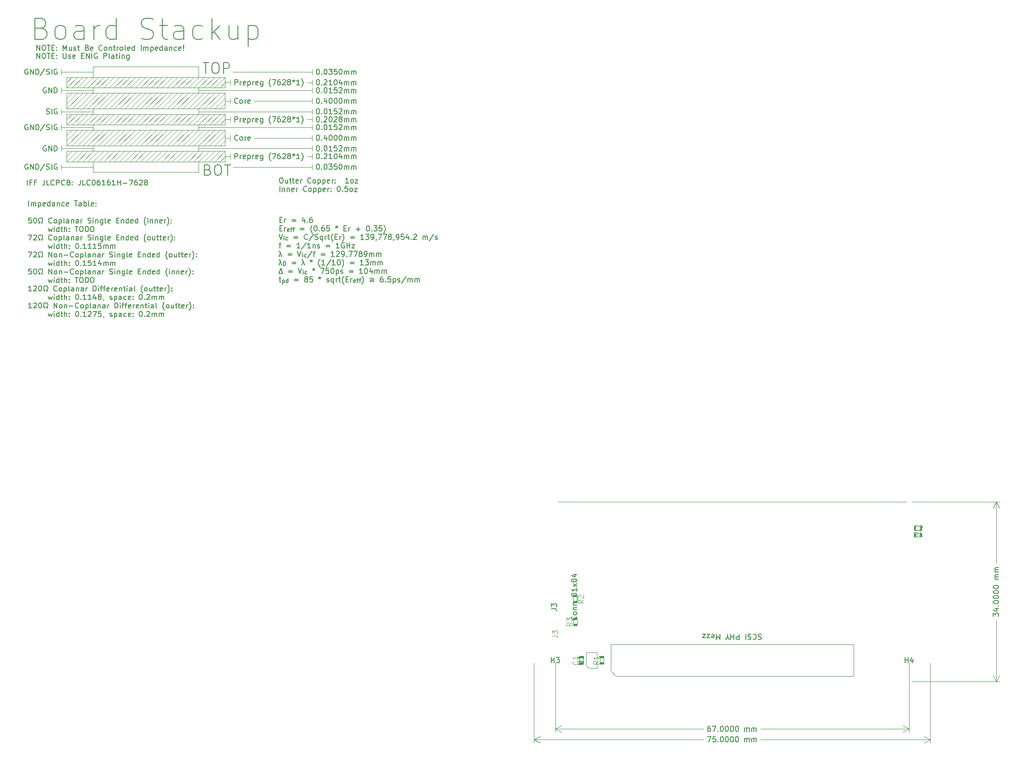
<source format=gbr>
G04 #@! TF.GenerationSoftware,KiCad,Pcbnew,8.0.6*
G04 #@! TF.CreationDate,2024-11-07T02:26:58-08:00*
G04 #@! TF.ProjectId,hvd-68-hd,6876642d-3638-42d6-9864-2e6b69636164,1*
G04 #@! TF.SameCoordinates,Original*
G04 #@! TF.FileFunction,AssemblyDrawing,Top*
%FSLAX46Y46*%
G04 Gerber Fmt 4.6, Leading zero omitted, Abs format (unit mm)*
G04 Created by KiCad (PCBNEW 8.0.6) date 2024-11-07 02:26:58*
%MOMM*%
%LPD*%
G01*
G04 APERTURE LIST*
%ADD10C,0.100000*%
%ADD11C,0.150000*%
%ADD12C,0.000000*%
%ADD13C,0.050000*%
G04 APERTURE END LIST*
D10*
X-161500000Y105482791D02*
X-159500000Y107482791D01*
X-163500000Y112500000D02*
X-133500000Y112500000D01*
X-155500000Y112500000D02*
X-153500000Y114500000D01*
X-153500000Y105482791D02*
X-151500000Y107482791D01*
X-135500000Y105482791D02*
X-133500000Y107482791D01*
X-160500000Y112500000D02*
X-158500000Y114500000D01*
X-117000000Y100482791D02*
X-117000000Y101482791D01*
X-140500000Y108500000D02*
X-137500000Y111500000D01*
X-133500000Y106482791D02*
X-132500000Y106482791D01*
X-162500000Y112500000D02*
X-160500000Y114500000D01*
X-143500000Y98482791D02*
X-141500000Y100482791D01*
X-138500000Y104982791D02*
X-117000000Y104982791D01*
X-136500000Y105482791D02*
X-134500000Y107482791D01*
X-152500000Y112500000D02*
X-150500000Y114500000D01*
X-162500000Y108500000D02*
X-159500000Y111500000D01*
X-133500000Y99482791D02*
X-132500000Y99482791D01*
X-141500000Y108500000D02*
X-138500000Y111500000D01*
X-150500000Y98482791D02*
X-148500000Y100482791D01*
X-158500000Y100482791D02*
X-163500000Y100482791D01*
X-146500000Y105482791D02*
X-144500000Y107482791D01*
X-158500000Y112500000D02*
X-156500000Y114500000D01*
X-133500000Y110000000D02*
X-132500000Y110000000D01*
X-156500000Y108500000D02*
X-153500000Y111500000D01*
X-141500000Y101482791D02*
X-138500000Y104482791D01*
X-138500000Y98482791D02*
X-136500000Y100482791D01*
X-117000000Y107482791D02*
X-117000000Y108482791D01*
X-163500000Y98482791D02*
X-161500000Y100482791D01*
X-146500000Y98482791D02*
X-144500000Y100482791D01*
X-151500000Y112500000D02*
X-149500000Y114500000D01*
X-148500000Y98482791D02*
X-146500000Y100482791D01*
X-158500000Y107482791D02*
X-163500000Y107482791D01*
X-146500000Y108500000D02*
X-143500000Y111500000D01*
X-138500000Y105482791D02*
X-136500000Y107482791D01*
X-159500000Y112500000D02*
X-157500000Y114500000D01*
X-160500000Y98482791D02*
X-158500000Y100482791D01*
X-134500000Y108500000D02*
X-133500000Y109500000D01*
X-159500000Y108500000D02*
X-156500000Y111500000D01*
X-154500000Y101482791D02*
X-151500000Y104482791D01*
X-117000000Y114982791D02*
X-117000000Y115982791D01*
X-137500000Y101482791D02*
X-134500000Y104482791D01*
X-138500000Y96482791D02*
X-158500000Y96482791D01*
X-138500000Y105482791D02*
X-138500000Y104482791D01*
X-163500000Y113500000D02*
X-162500000Y114500000D01*
X-146500000Y101482791D02*
X-143500000Y104482791D01*
X-163500000Y105482791D02*
X-133500000Y105482791D01*
X-138500000Y111500000D02*
X-158500000Y111500000D01*
X-141500000Y98482791D02*
X-139500000Y100482791D01*
X-133500000Y105482791D02*
X-133500000Y107482791D01*
X-163500000Y111500000D02*
X-163500000Y108500000D01*
X-148500000Y108500000D02*
X-145500000Y111500000D01*
X-138500000Y116482791D02*
X-158500000Y116482791D01*
X-163500000Y110500000D02*
X-162500000Y111500000D01*
X-134500000Y105482791D02*
X-133500000Y106482791D01*
X-150500000Y112500000D02*
X-148500000Y114500000D01*
X-153500000Y108500000D02*
X-150500000Y111500000D01*
X-161500000Y112500000D02*
X-159500000Y114500000D01*
X-158500000Y100982791D02*
X-164500000Y100982791D01*
X-149500000Y108500000D02*
X-146500000Y111500000D01*
X-154500000Y108500000D02*
X-151500000Y111500000D01*
X-158500000Y111500000D02*
X-158500000Y112500000D01*
X-164500000Y111500000D02*
X-164500000Y112500000D01*
X-133500000Y104482791D02*
X-138500000Y104482791D01*
X-156500000Y98482791D02*
X-154500000Y100482791D01*
X-153500000Y101482791D02*
X-150500000Y104482791D01*
X-158500000Y107482791D02*
X-158500000Y108482791D01*
X-134500000Y98482791D02*
X-133500000Y99482791D01*
X-163500000Y102482791D02*
X-161500000Y104482791D01*
X-132500000Y105982791D02*
X-132500000Y106982791D01*
X-164500000Y96982791D02*
X-164500000Y97982791D01*
X-157500000Y112500000D02*
X-155500000Y114500000D01*
X-133500000Y114500000D02*
X-138500000Y114500000D01*
X-163500000Y103482791D02*
X-162500000Y104482791D01*
X-138500000Y104482791D02*
X-158500000Y104482791D01*
X-158500000Y105482791D02*
X-156500000Y107482791D01*
X-154500000Y105482791D02*
X-152500000Y107482791D01*
X-140500000Y101482791D02*
X-137500000Y104482791D01*
X-143500000Y105482791D02*
X-141500000Y107482791D01*
X-152500000Y98482791D02*
X-150500000Y100482791D01*
X-117000000Y98982791D02*
X-117000000Y99982791D01*
X-153500000Y112500000D02*
X-151500000Y114500000D01*
X-153500000Y98482791D02*
X-151500000Y100482791D01*
X-158500000Y100482791D02*
X-138500000Y100482791D01*
X-117000000Y109482791D02*
X-117000000Y110482791D01*
X-133500000Y108500000D02*
X-133500000Y111500000D01*
X-145500000Y105482791D02*
X-143500000Y107482791D01*
X-140500000Y112500000D02*
X-138500000Y114500000D01*
X-147500000Y108500000D02*
X-144500000Y111500000D01*
X-137500000Y108500000D02*
X-134500000Y111500000D01*
X-156500000Y101482791D02*
X-153500000Y104482791D01*
X-151500000Y101482791D02*
X-148500000Y104482791D01*
X-128000000Y109982791D02*
X-117000000Y109982791D01*
X-155500000Y98482791D02*
X-153500000Y100482791D01*
X-158500000Y101482791D02*
X-155500000Y104482791D01*
X-140500000Y105482791D02*
X-138500000Y107482791D01*
X-156500000Y112500000D02*
X-154500000Y114500000D01*
X-137500000Y105482791D02*
X-135500000Y107482791D01*
X-151500000Y98482791D02*
X-149500000Y100482791D01*
X-148500000Y105482791D02*
X-146500000Y107482791D01*
X-158500000Y104982791D02*
X-164500000Y104982791D01*
X-135500000Y108500000D02*
X-133500000Y110500000D01*
X-138500000Y114482791D02*
X-138500000Y116482791D01*
X-144500000Y101482791D02*
X-141500000Y104482791D01*
X-158500000Y104482791D02*
X-163500000Y104482791D01*
X-136500000Y112500000D02*
X-134500000Y114500000D01*
X-138500000Y108482791D02*
X-138500000Y107482791D01*
X-145500000Y101482791D02*
X-142500000Y104482791D01*
X-162500000Y101482791D02*
X-159500000Y104482791D01*
X-156500000Y105482791D02*
X-154500000Y107482791D01*
X-141500000Y112500000D02*
X-139500000Y114500000D01*
X-138500000Y100982791D02*
X-117000000Y100982791D01*
X-117000000Y102482791D02*
X-117000000Y103482791D01*
X-133500000Y107482791D02*
X-138500000Y107482791D01*
X-158500000Y104482791D02*
X-158500000Y105482791D01*
X-149500000Y98482791D02*
X-147500000Y100482791D01*
X-149500000Y105482791D02*
X-147500000Y107482791D01*
X-158500000Y105482791D02*
X-163500000Y105482791D01*
X-164500000Y114982791D02*
X-164500000Y115982791D01*
X-142500000Y112500000D02*
X-140500000Y114500000D01*
X-143500000Y108500000D02*
X-140500000Y111500000D01*
X-132000000Y115482791D02*
X-117000000Y115482791D01*
X-142500000Y98482791D02*
X-140500000Y100482791D01*
X-139500000Y112500000D02*
X-137500000Y114500000D01*
X-137500000Y112500000D02*
X-135500000Y114500000D01*
X-163500000Y101482791D02*
X-133500000Y101482791D01*
X-148500000Y101482791D02*
X-145500000Y104482791D01*
X-158500000Y105482791D02*
X-138500000Y105482791D01*
X-148500000Y112500000D02*
X-146500000Y114500000D01*
X-157500000Y108500000D02*
X-154500000Y111500000D01*
X-151500000Y105482791D02*
X-149500000Y107482791D01*
X-150500000Y105482791D02*
X-148500000Y107482791D01*
X-117000000Y111482791D02*
X-117000000Y112482791D01*
X-138500000Y112500000D02*
X-136500000Y114500000D01*
X-133500000Y100482791D02*
X-138500000Y100482791D01*
X-118000000Y106482791D02*
X-117000000Y106482791D01*
X-146500000Y112500000D02*
X-144500000Y114500000D01*
X-117000000Y112982791D02*
X-117000000Y113982791D01*
X-143500000Y101482791D02*
X-140500000Y104482791D01*
X-163500000Y106482791D02*
X-162500000Y107482791D01*
X-161500000Y108500000D02*
X-158500000Y111500000D01*
X-136500000Y108500000D02*
X-133500000Y111500000D01*
X-144500000Y108500000D02*
X-141500000Y111500000D01*
X-145500000Y98482791D02*
X-143500000Y100482791D01*
X-139500000Y105482791D02*
X-137500000Y107482791D01*
X-154500000Y112500000D02*
X-152500000Y114500000D01*
X-138500000Y96482791D02*
X-138500000Y98482791D01*
X-141500000Y105482791D02*
X-139500000Y107482791D01*
X-159500000Y98482791D02*
X-157500000Y100482791D01*
X-163500000Y98482791D02*
X-133500000Y98482791D01*
X-142500000Y105482791D02*
X-140500000Y107482791D01*
X-158500000Y116482791D02*
X-158500000Y114482791D01*
X-132500000Y98982791D02*
X-132500000Y99982791D01*
X-158500000Y114500000D02*
X-163500000Y114500000D01*
X-133500000Y112500000D02*
X-133500000Y114500000D01*
X-160500000Y105482791D02*
X-158500000Y107482791D01*
X-118000000Y113482791D02*
X-117000000Y113482791D01*
X-163500000Y105482791D02*
X-161500000Y107482791D01*
X-150500000Y108500000D02*
X-147500000Y111500000D01*
X-136500000Y101482791D02*
X-133500000Y104482791D01*
X-128000000Y102982791D02*
X-117000000Y102982791D01*
X-138500000Y107982791D02*
X-117000000Y107982791D01*
X-117000000Y105982791D02*
X-117000000Y106982791D01*
X-133500000Y102982791D02*
X-132500000Y102982791D01*
X-161500000Y101482791D02*
X-158500000Y104482791D01*
X-117000000Y96982791D02*
X-117000000Y97982791D01*
X-158500000Y111500000D02*
X-163500000Y111500000D01*
X-149500000Y101482791D02*
X-146500000Y104482791D01*
X-151500000Y108500000D02*
X-148500000Y111500000D01*
X-138500000Y101482791D02*
X-138500000Y100482791D01*
X-163500000Y108500000D02*
X-133500000Y108500000D01*
X-150500000Y101482791D02*
X-147500000Y104482791D01*
X-154500000Y98482791D02*
X-152500000Y100482791D01*
X-152500000Y101482791D02*
X-149500000Y104482791D01*
X-158500000Y107982791D02*
X-164500000Y107982791D01*
X-134500000Y101482791D02*
X-133500000Y102482791D01*
X-164500000Y100482791D02*
X-164500000Y101482791D01*
X-118000000Y99482791D02*
X-117000000Y99482791D01*
X-157500000Y101482791D02*
X-154500000Y104482791D01*
X-164500000Y104482791D02*
X-164500000Y105482791D01*
X-138500000Y112500000D02*
X-138500000Y111500000D01*
X-145500000Y108500000D02*
X-142500000Y111500000D01*
X-160500000Y101482791D02*
X-157500000Y104482791D01*
X-163500000Y107482791D02*
X-163500000Y105482791D01*
X-161500000Y98482791D02*
X-159500000Y100482791D01*
X-158500000Y98482791D02*
X-156500000Y100482791D01*
X-158500000Y97482791D02*
X-164500000Y97482791D01*
X-147500000Y105482791D02*
X-145500000Y107482791D01*
X-152500000Y108500000D02*
X-149500000Y111500000D01*
X-132500000Y109500000D02*
X-132500000Y110500000D01*
X-142500000Y108500000D02*
X-139500000Y111500000D01*
X-133500000Y101482791D02*
X-133500000Y104482791D01*
X-149500000Y112500000D02*
X-147500000Y114500000D01*
X-133500000Y98482791D02*
X-133500000Y100482791D01*
X-162500000Y98482791D02*
X-160500000Y100482791D01*
X-158500000Y108500000D02*
X-155500000Y111500000D01*
X-144500000Y112500000D02*
X-142500000Y114500000D01*
X-147500000Y112500000D02*
X-145500000Y114500000D01*
X-158500000Y114500000D02*
X-138500000Y114500000D01*
X-155500000Y105482791D02*
X-153500000Y107482791D01*
X-163500000Y99482791D02*
X-162500000Y100482791D01*
X-158500000Y107482791D02*
X-138500000Y107482791D01*
X-164500000Y107482791D02*
X-164500000Y108482791D01*
X-159500000Y105482791D02*
X-157500000Y107482791D01*
X-147500000Y101482791D02*
X-144500000Y104482791D01*
X-162500000Y105482791D02*
X-160500000Y107482791D01*
X-144500000Y105482791D02*
X-142500000Y107482791D01*
X-133500000Y105482791D02*
X-138500000Y105482791D01*
X-158500000Y100482791D02*
X-158500000Y101482791D01*
X-135500000Y101482791D02*
X-133500000Y103482791D01*
X-132500000Y102482791D02*
X-132500000Y103482791D01*
X-157500000Y105482791D02*
X-155500000Y107482791D01*
X-135500000Y112500000D02*
X-133500000Y114500000D01*
X-157500000Y98482791D02*
X-155500000Y100482791D01*
X-155500000Y101482791D02*
X-152500000Y104482791D01*
X-155500000Y108500000D02*
X-152500000Y111500000D01*
X-139500000Y101482791D02*
X-136500000Y104482791D01*
X-133500000Y111500000D02*
X-138500000Y111500000D01*
X-158500000Y98482791D02*
X-158500000Y96482791D01*
X-159500000Y101482791D02*
X-156500000Y104482791D01*
X-135500000Y98482791D02*
X-133500000Y100482791D01*
X-152500000Y105482791D02*
X-150500000Y107482791D01*
X-132000000Y97482791D02*
X-117000000Y97482791D01*
X-139500000Y98482791D02*
X-137500000Y100482791D01*
X-142500000Y101482791D02*
X-139500000Y104482791D01*
X-163500000Y100482791D02*
X-163500000Y98482791D01*
X-163500000Y104482791D02*
X-163500000Y101482791D01*
X-138500000Y108500000D02*
X-135500000Y111500000D01*
X-136500000Y98482791D02*
X-134500000Y100482791D01*
X-158500000Y112000000D02*
X-164500000Y112000000D01*
X-163500000Y101482791D02*
X-160500000Y104482791D01*
X-163500000Y108500000D02*
X-160500000Y111500000D01*
X-158500000Y115482791D02*
X-164500000Y115482791D01*
X-117000000Y104482791D02*
X-117000000Y105482791D01*
X-147500000Y98482791D02*
X-145500000Y100482791D01*
X-163500000Y114500000D02*
X-163500000Y112500000D01*
X-137500000Y98482791D02*
X-135500000Y100482791D01*
X-134500000Y112500000D02*
X-133500000Y113500000D01*
X-133500000Y113500000D02*
X-132500000Y113500000D01*
X-144500000Y98482791D02*
X-142500000Y100482791D01*
X-140500000Y98482791D02*
X-138500000Y100482791D01*
X-143500000Y112500000D02*
X-141500000Y114500000D01*
X-145500000Y112500000D02*
X-143500000Y114500000D01*
X-163500000Y109500000D02*
X-161500000Y111500000D01*
X-160500000Y108500000D02*
X-157500000Y111500000D01*
X-132500000Y113000000D02*
X-132500000Y114000000D01*
X-163500000Y112500000D02*
X-161500000Y114500000D01*
X-138500000Y111982791D02*
X-117000000Y111982791D01*
X-138500000Y101482791D02*
X-135500000Y104482791D01*
X-139500000Y108500000D02*
X-136500000Y111500000D01*
D11*
X-167384399Y112480353D02*
X-167479637Y112527972D01*
X-167479637Y112527972D02*
X-167622494Y112527972D01*
X-167622494Y112527972D02*
X-167765351Y112480353D01*
X-167765351Y112480353D02*
X-167860589Y112385115D01*
X-167860589Y112385115D02*
X-167908208Y112289877D01*
X-167908208Y112289877D02*
X-167955827Y112099401D01*
X-167955827Y112099401D02*
X-167955827Y111956544D01*
X-167955827Y111956544D02*
X-167908208Y111766068D01*
X-167908208Y111766068D02*
X-167860589Y111670830D01*
X-167860589Y111670830D02*
X-167765351Y111575591D01*
X-167765351Y111575591D02*
X-167622494Y111527972D01*
X-167622494Y111527972D02*
X-167527256Y111527972D01*
X-167527256Y111527972D02*
X-167384399Y111575591D01*
X-167384399Y111575591D02*
X-167336780Y111623211D01*
X-167336780Y111623211D02*
X-167336780Y111956544D01*
X-167336780Y111956544D02*
X-167527256Y111956544D01*
X-166908208Y111527972D02*
X-166908208Y112527972D01*
X-166908208Y112527972D02*
X-166336780Y111527972D01*
X-166336780Y111527972D02*
X-166336780Y112527972D01*
X-165860589Y111527972D02*
X-165860589Y112527972D01*
X-165860589Y112527972D02*
X-165622494Y112527972D01*
X-165622494Y112527972D02*
X-165479637Y112480353D01*
X-165479637Y112480353D02*
X-165384399Y112385115D01*
X-165384399Y112385115D02*
X-165336780Y112289877D01*
X-165336780Y112289877D02*
X-165289161Y112099401D01*
X-165289161Y112099401D02*
X-165289161Y111956544D01*
X-165289161Y111956544D02*
X-165336780Y111766068D01*
X-165336780Y111766068D02*
X-165384399Y111670830D01*
X-165384399Y111670830D02*
X-165479637Y111575591D01*
X-165479637Y111575591D02*
X-165622494Y111527972D01*
X-165622494Y111527972D02*
X-165860589Y111527972D01*
X-115972745Y110527972D02*
X-115877507Y110527972D01*
X-115877507Y110527972D02*
X-115782269Y110480353D01*
X-115782269Y110480353D02*
X-115734650Y110432734D01*
X-115734650Y110432734D02*
X-115687031Y110337496D01*
X-115687031Y110337496D02*
X-115639412Y110147020D01*
X-115639412Y110147020D02*
X-115639412Y109908925D01*
X-115639412Y109908925D02*
X-115687031Y109718449D01*
X-115687031Y109718449D02*
X-115734650Y109623211D01*
X-115734650Y109623211D02*
X-115782269Y109575591D01*
X-115782269Y109575591D02*
X-115877507Y109527972D01*
X-115877507Y109527972D02*
X-115972745Y109527972D01*
X-115972745Y109527972D02*
X-116067983Y109575591D01*
X-116067983Y109575591D02*
X-116115602Y109623211D01*
X-116115602Y109623211D02*
X-116163221Y109718449D01*
X-116163221Y109718449D02*
X-116210840Y109908925D01*
X-116210840Y109908925D02*
X-116210840Y110147020D01*
X-116210840Y110147020D02*
X-116163221Y110337496D01*
X-116163221Y110337496D02*
X-116115602Y110432734D01*
X-116115602Y110432734D02*
X-116067983Y110480353D01*
X-116067983Y110480353D02*
X-115972745Y110527972D01*
X-115210840Y109623211D02*
X-115163221Y109575591D01*
X-115163221Y109575591D02*
X-115210840Y109527972D01*
X-115210840Y109527972D02*
X-115258459Y109575591D01*
X-115258459Y109575591D02*
X-115210840Y109623211D01*
X-115210840Y109623211D02*
X-115210840Y109527972D01*
X-114306079Y110194639D02*
X-114306079Y109527972D01*
X-114544174Y110575591D02*
X-114782269Y109861306D01*
X-114782269Y109861306D02*
X-114163222Y109861306D01*
X-113591793Y110527972D02*
X-113496555Y110527972D01*
X-113496555Y110527972D02*
X-113401317Y110480353D01*
X-113401317Y110480353D02*
X-113353698Y110432734D01*
X-113353698Y110432734D02*
X-113306079Y110337496D01*
X-113306079Y110337496D02*
X-113258460Y110147020D01*
X-113258460Y110147020D02*
X-113258460Y109908925D01*
X-113258460Y109908925D02*
X-113306079Y109718449D01*
X-113306079Y109718449D02*
X-113353698Y109623211D01*
X-113353698Y109623211D02*
X-113401317Y109575591D01*
X-113401317Y109575591D02*
X-113496555Y109527972D01*
X-113496555Y109527972D02*
X-113591793Y109527972D01*
X-113591793Y109527972D02*
X-113687031Y109575591D01*
X-113687031Y109575591D02*
X-113734650Y109623211D01*
X-113734650Y109623211D02*
X-113782269Y109718449D01*
X-113782269Y109718449D02*
X-113829888Y109908925D01*
X-113829888Y109908925D02*
X-113829888Y110147020D01*
X-113829888Y110147020D02*
X-113782269Y110337496D01*
X-113782269Y110337496D02*
X-113734650Y110432734D01*
X-113734650Y110432734D02*
X-113687031Y110480353D01*
X-113687031Y110480353D02*
X-113591793Y110527972D01*
X-112639412Y110527972D02*
X-112544174Y110527972D01*
X-112544174Y110527972D02*
X-112448936Y110480353D01*
X-112448936Y110480353D02*
X-112401317Y110432734D01*
X-112401317Y110432734D02*
X-112353698Y110337496D01*
X-112353698Y110337496D02*
X-112306079Y110147020D01*
X-112306079Y110147020D02*
X-112306079Y109908925D01*
X-112306079Y109908925D02*
X-112353698Y109718449D01*
X-112353698Y109718449D02*
X-112401317Y109623211D01*
X-112401317Y109623211D02*
X-112448936Y109575591D01*
X-112448936Y109575591D02*
X-112544174Y109527972D01*
X-112544174Y109527972D02*
X-112639412Y109527972D01*
X-112639412Y109527972D02*
X-112734650Y109575591D01*
X-112734650Y109575591D02*
X-112782269Y109623211D01*
X-112782269Y109623211D02*
X-112829888Y109718449D01*
X-112829888Y109718449D02*
X-112877507Y109908925D01*
X-112877507Y109908925D02*
X-112877507Y110147020D01*
X-112877507Y110147020D02*
X-112829888Y110337496D01*
X-112829888Y110337496D02*
X-112782269Y110432734D01*
X-112782269Y110432734D02*
X-112734650Y110480353D01*
X-112734650Y110480353D02*
X-112639412Y110527972D01*
X-111687031Y110527972D02*
X-111591793Y110527972D01*
X-111591793Y110527972D02*
X-111496555Y110480353D01*
X-111496555Y110480353D02*
X-111448936Y110432734D01*
X-111448936Y110432734D02*
X-111401317Y110337496D01*
X-111401317Y110337496D02*
X-111353698Y110147020D01*
X-111353698Y110147020D02*
X-111353698Y109908925D01*
X-111353698Y109908925D02*
X-111401317Y109718449D01*
X-111401317Y109718449D02*
X-111448936Y109623211D01*
X-111448936Y109623211D02*
X-111496555Y109575591D01*
X-111496555Y109575591D02*
X-111591793Y109527972D01*
X-111591793Y109527972D02*
X-111687031Y109527972D01*
X-111687031Y109527972D02*
X-111782269Y109575591D01*
X-111782269Y109575591D02*
X-111829888Y109623211D01*
X-111829888Y109623211D02*
X-111877507Y109718449D01*
X-111877507Y109718449D02*
X-111925126Y109908925D01*
X-111925126Y109908925D02*
X-111925126Y110147020D01*
X-111925126Y110147020D02*
X-111877507Y110337496D01*
X-111877507Y110337496D02*
X-111829888Y110432734D01*
X-111829888Y110432734D02*
X-111782269Y110480353D01*
X-111782269Y110480353D02*
X-111687031Y110527972D01*
X-110925126Y109527972D02*
X-110925126Y110194639D01*
X-110925126Y110099401D02*
X-110877507Y110147020D01*
X-110877507Y110147020D02*
X-110782269Y110194639D01*
X-110782269Y110194639D02*
X-110639412Y110194639D01*
X-110639412Y110194639D02*
X-110544174Y110147020D01*
X-110544174Y110147020D02*
X-110496555Y110051782D01*
X-110496555Y110051782D02*
X-110496555Y109527972D01*
X-110496555Y110051782D02*
X-110448936Y110147020D01*
X-110448936Y110147020D02*
X-110353698Y110194639D01*
X-110353698Y110194639D02*
X-110210841Y110194639D01*
X-110210841Y110194639D02*
X-110115602Y110147020D01*
X-110115602Y110147020D02*
X-110067983Y110051782D01*
X-110067983Y110051782D02*
X-110067983Y109527972D01*
X-109591793Y109527972D02*
X-109591793Y110194639D01*
X-109591793Y110099401D02*
X-109544174Y110147020D01*
X-109544174Y110147020D02*
X-109448936Y110194639D01*
X-109448936Y110194639D02*
X-109306079Y110194639D01*
X-109306079Y110194639D02*
X-109210841Y110147020D01*
X-109210841Y110147020D02*
X-109163222Y110051782D01*
X-109163222Y110051782D02*
X-109163222Y109527972D01*
X-109163222Y110051782D02*
X-109115603Y110147020D01*
X-109115603Y110147020D02*
X-109020365Y110194639D01*
X-109020365Y110194639D02*
X-108877508Y110194639D01*
X-108877508Y110194639D02*
X-108782269Y110147020D01*
X-108782269Y110147020D02*
X-108734650Y110051782D01*
X-108734650Y110051782D02*
X-108734650Y109527972D01*
X-123163221Y87473599D02*
X-122829888Y87473599D01*
X-122687031Y86949789D02*
X-123163221Y86949789D01*
X-123163221Y86949789D02*
X-123163221Y87949789D01*
X-123163221Y87949789D02*
X-122687031Y87949789D01*
X-122258459Y86949789D02*
X-122258459Y87616456D01*
X-122258459Y87425980D02*
X-122210840Y87521218D01*
X-122210840Y87521218D02*
X-122163221Y87568837D01*
X-122163221Y87568837D02*
X-122067983Y87616456D01*
X-122067983Y87616456D02*
X-121972745Y87616456D01*
X-120877506Y87473599D02*
X-120115601Y87473599D01*
X-120115601Y87187885D02*
X-120877506Y87187885D01*
X-118448935Y87616456D02*
X-118448935Y86949789D01*
X-118687030Y87997408D02*
X-118925125Y87283123D01*
X-118925125Y87283123D02*
X-118306078Y87283123D01*
X-117925125Y87045028D02*
X-117877506Y86997408D01*
X-117877506Y86997408D02*
X-117925125Y86949789D01*
X-117925125Y86949789D02*
X-117972744Y86997408D01*
X-117972744Y86997408D02*
X-117925125Y87045028D01*
X-117925125Y87045028D02*
X-117925125Y86949789D01*
X-117020364Y87949789D02*
X-117210840Y87949789D01*
X-117210840Y87949789D02*
X-117306078Y87902170D01*
X-117306078Y87902170D02*
X-117353697Y87854551D01*
X-117353697Y87854551D02*
X-117448935Y87711694D01*
X-117448935Y87711694D02*
X-117496554Y87521218D01*
X-117496554Y87521218D02*
X-117496554Y87140266D01*
X-117496554Y87140266D02*
X-117448935Y87045028D01*
X-117448935Y87045028D02*
X-117401316Y86997408D01*
X-117401316Y86997408D02*
X-117306078Y86949789D01*
X-117306078Y86949789D02*
X-117115602Y86949789D01*
X-117115602Y86949789D02*
X-117020364Y86997408D01*
X-117020364Y86997408D02*
X-116972745Y87045028D01*
X-116972745Y87045028D02*
X-116925126Y87140266D01*
X-116925126Y87140266D02*
X-116925126Y87378361D01*
X-116925126Y87378361D02*
X-116972745Y87473599D01*
X-116972745Y87473599D02*
X-117020364Y87521218D01*
X-117020364Y87521218D02*
X-117115602Y87568837D01*
X-117115602Y87568837D02*
X-117306078Y87568837D01*
X-117306078Y87568837D02*
X-117401316Y87521218D01*
X-117401316Y87521218D02*
X-117448935Y87473599D01*
X-117448935Y87473599D02*
X-117496554Y87378361D01*
X-123163221Y85863655D02*
X-122829888Y85863655D01*
X-122687031Y85339845D02*
X-123163221Y85339845D01*
X-123163221Y85339845D02*
X-123163221Y86339845D01*
X-123163221Y86339845D02*
X-122687031Y86339845D01*
X-122258459Y85339845D02*
X-122258459Y86006512D01*
X-122258459Y85816036D02*
X-122210840Y85911274D01*
X-122210840Y85911274D02*
X-122163221Y85958893D01*
X-122163221Y85958893D02*
X-122067983Y86006512D01*
X-122067983Y86006512D02*
X-121972745Y86006512D01*
X-121382268Y85267464D02*
X-121458459Y85229369D01*
X-121458459Y85229369D02*
X-121610840Y85229369D01*
X-121610840Y85229369D02*
X-121687030Y85267464D01*
X-121687030Y85267464D02*
X-121725126Y85343655D01*
X-121725126Y85343655D02*
X-121725126Y85648417D01*
X-121725126Y85648417D02*
X-121687030Y85724607D01*
X-121687030Y85724607D02*
X-121610840Y85762703D01*
X-121610840Y85762703D02*
X-121458459Y85762703D01*
X-121458459Y85762703D02*
X-121382268Y85724607D01*
X-121382268Y85724607D02*
X-121344173Y85648417D01*
X-121344173Y85648417D02*
X-121344173Y85572226D01*
X-121344173Y85572226D02*
X-121725126Y85496036D01*
X-121115602Y85762703D02*
X-120810840Y85762703D01*
X-121001316Y85229369D02*
X-121001316Y85915084D01*
X-121001316Y85915084D02*
X-120963221Y85991274D01*
X-120963221Y85991274D02*
X-120887031Y86029369D01*
X-120887031Y86029369D02*
X-120810840Y86029369D01*
X-120658459Y85762703D02*
X-120353697Y85762703D01*
X-120544173Y85229369D02*
X-120544173Y85915084D01*
X-120544173Y85915084D02*
X-120506078Y85991274D01*
X-120506078Y85991274D02*
X-120429888Y86029369D01*
X-120429888Y86029369D02*
X-120353697Y86029369D01*
X-119277506Y85863655D02*
X-118515601Y85863655D01*
X-118515601Y85577941D02*
X-119277506Y85577941D01*
X-116991792Y84958893D02*
X-117039411Y85006512D01*
X-117039411Y85006512D02*
X-117134649Y85149369D01*
X-117134649Y85149369D02*
X-117182268Y85244607D01*
X-117182268Y85244607D02*
X-117229887Y85387464D01*
X-117229887Y85387464D02*
X-117277506Y85625560D01*
X-117277506Y85625560D02*
X-117277506Y85816036D01*
X-117277506Y85816036D02*
X-117229887Y86054131D01*
X-117229887Y86054131D02*
X-117182268Y86196988D01*
X-117182268Y86196988D02*
X-117134649Y86292226D01*
X-117134649Y86292226D02*
X-117039411Y86435084D01*
X-117039411Y86435084D02*
X-116991792Y86482703D01*
X-116420363Y86339845D02*
X-116325125Y86339845D01*
X-116325125Y86339845D02*
X-116229887Y86292226D01*
X-116229887Y86292226D02*
X-116182268Y86244607D01*
X-116182268Y86244607D02*
X-116134649Y86149369D01*
X-116134649Y86149369D02*
X-116087030Y85958893D01*
X-116087030Y85958893D02*
X-116087030Y85720798D01*
X-116087030Y85720798D02*
X-116134649Y85530322D01*
X-116134649Y85530322D02*
X-116182268Y85435084D01*
X-116182268Y85435084D02*
X-116229887Y85387464D01*
X-116229887Y85387464D02*
X-116325125Y85339845D01*
X-116325125Y85339845D02*
X-116420363Y85339845D01*
X-116420363Y85339845D02*
X-116515601Y85387464D01*
X-116515601Y85387464D02*
X-116563220Y85435084D01*
X-116563220Y85435084D02*
X-116610839Y85530322D01*
X-116610839Y85530322D02*
X-116658458Y85720798D01*
X-116658458Y85720798D02*
X-116658458Y85958893D01*
X-116658458Y85958893D02*
X-116610839Y86149369D01*
X-116610839Y86149369D02*
X-116563220Y86244607D01*
X-116563220Y86244607D02*
X-116515601Y86292226D01*
X-116515601Y86292226D02*
X-116420363Y86339845D01*
X-115658458Y85435084D02*
X-115610839Y85387464D01*
X-115610839Y85387464D02*
X-115658458Y85339845D01*
X-115658458Y85339845D02*
X-115706077Y85387464D01*
X-115706077Y85387464D02*
X-115658458Y85435084D01*
X-115658458Y85435084D02*
X-115658458Y85339845D01*
X-114753697Y86339845D02*
X-114944173Y86339845D01*
X-114944173Y86339845D02*
X-115039411Y86292226D01*
X-115039411Y86292226D02*
X-115087030Y86244607D01*
X-115087030Y86244607D02*
X-115182268Y86101750D01*
X-115182268Y86101750D02*
X-115229887Y85911274D01*
X-115229887Y85911274D02*
X-115229887Y85530322D01*
X-115229887Y85530322D02*
X-115182268Y85435084D01*
X-115182268Y85435084D02*
X-115134649Y85387464D01*
X-115134649Y85387464D02*
X-115039411Y85339845D01*
X-115039411Y85339845D02*
X-114848935Y85339845D01*
X-114848935Y85339845D02*
X-114753697Y85387464D01*
X-114753697Y85387464D02*
X-114706078Y85435084D01*
X-114706078Y85435084D02*
X-114658459Y85530322D01*
X-114658459Y85530322D02*
X-114658459Y85768417D01*
X-114658459Y85768417D02*
X-114706078Y85863655D01*
X-114706078Y85863655D02*
X-114753697Y85911274D01*
X-114753697Y85911274D02*
X-114848935Y85958893D01*
X-114848935Y85958893D02*
X-115039411Y85958893D01*
X-115039411Y85958893D02*
X-115134649Y85911274D01*
X-115134649Y85911274D02*
X-115182268Y85863655D01*
X-115182268Y85863655D02*
X-115229887Y85768417D01*
X-113753697Y86339845D02*
X-114229887Y86339845D01*
X-114229887Y86339845D02*
X-114277506Y85863655D01*
X-114277506Y85863655D02*
X-114229887Y85911274D01*
X-114229887Y85911274D02*
X-114134649Y85958893D01*
X-114134649Y85958893D02*
X-113896554Y85958893D01*
X-113896554Y85958893D02*
X-113801316Y85911274D01*
X-113801316Y85911274D02*
X-113753697Y85863655D01*
X-113753697Y85863655D02*
X-113706078Y85768417D01*
X-113706078Y85768417D02*
X-113706078Y85530322D01*
X-113706078Y85530322D02*
X-113753697Y85435084D01*
X-113753697Y85435084D02*
X-113801316Y85387464D01*
X-113801316Y85387464D02*
X-113896554Y85339845D01*
X-113896554Y85339845D02*
X-114134649Y85339845D01*
X-114134649Y85339845D02*
X-114229887Y85387464D01*
X-114229887Y85387464D02*
X-114277506Y85435084D01*
X-112372744Y86339845D02*
X-112372744Y86101750D01*
X-112610839Y86196988D02*
X-112372744Y86101750D01*
X-112372744Y86101750D02*
X-112134649Y86196988D01*
X-112515601Y85911274D02*
X-112372744Y86101750D01*
X-112372744Y86101750D02*
X-112229887Y85911274D01*
X-110991791Y85863655D02*
X-110658458Y85863655D01*
X-110515601Y85339845D02*
X-110991791Y85339845D01*
X-110991791Y85339845D02*
X-110991791Y86339845D01*
X-110991791Y86339845D02*
X-110515601Y86339845D01*
X-110087029Y85339845D02*
X-110087029Y86006512D01*
X-110087029Y85816036D02*
X-110039410Y85911274D01*
X-110039410Y85911274D02*
X-109991791Y85958893D01*
X-109991791Y85958893D02*
X-109896553Y86006512D01*
X-109896553Y86006512D02*
X-109801315Y86006512D01*
X-108706076Y85720798D02*
X-107944171Y85720798D01*
X-108325124Y85339845D02*
X-108325124Y86101750D01*
X-106515600Y86339845D02*
X-106420362Y86339845D01*
X-106420362Y86339845D02*
X-106325124Y86292226D01*
X-106325124Y86292226D02*
X-106277505Y86244607D01*
X-106277505Y86244607D02*
X-106229886Y86149369D01*
X-106229886Y86149369D02*
X-106182267Y85958893D01*
X-106182267Y85958893D02*
X-106182267Y85720798D01*
X-106182267Y85720798D02*
X-106229886Y85530322D01*
X-106229886Y85530322D02*
X-106277505Y85435084D01*
X-106277505Y85435084D02*
X-106325124Y85387464D01*
X-106325124Y85387464D02*
X-106420362Y85339845D01*
X-106420362Y85339845D02*
X-106515600Y85339845D01*
X-106515600Y85339845D02*
X-106610838Y85387464D01*
X-106610838Y85387464D02*
X-106658457Y85435084D01*
X-106658457Y85435084D02*
X-106706076Y85530322D01*
X-106706076Y85530322D02*
X-106753695Y85720798D01*
X-106753695Y85720798D02*
X-106753695Y85958893D01*
X-106753695Y85958893D02*
X-106706076Y86149369D01*
X-106706076Y86149369D02*
X-106658457Y86244607D01*
X-106658457Y86244607D02*
X-106610838Y86292226D01*
X-106610838Y86292226D02*
X-106515600Y86339845D01*
X-105753695Y85435084D02*
X-105706076Y85387464D01*
X-105706076Y85387464D02*
X-105753695Y85339845D01*
X-105753695Y85339845D02*
X-105801314Y85387464D01*
X-105801314Y85387464D02*
X-105753695Y85435084D01*
X-105753695Y85435084D02*
X-105753695Y85339845D01*
X-105372743Y86339845D02*
X-104753696Y86339845D01*
X-104753696Y86339845D02*
X-105087029Y85958893D01*
X-105087029Y85958893D02*
X-104944172Y85958893D01*
X-104944172Y85958893D02*
X-104848934Y85911274D01*
X-104848934Y85911274D02*
X-104801315Y85863655D01*
X-104801315Y85863655D02*
X-104753696Y85768417D01*
X-104753696Y85768417D02*
X-104753696Y85530322D01*
X-104753696Y85530322D02*
X-104801315Y85435084D01*
X-104801315Y85435084D02*
X-104848934Y85387464D01*
X-104848934Y85387464D02*
X-104944172Y85339845D01*
X-104944172Y85339845D02*
X-105229886Y85339845D01*
X-105229886Y85339845D02*
X-105325124Y85387464D01*
X-105325124Y85387464D02*
X-105372743Y85435084D01*
X-103848934Y86339845D02*
X-104325124Y86339845D01*
X-104325124Y86339845D02*
X-104372743Y85863655D01*
X-104372743Y85863655D02*
X-104325124Y85911274D01*
X-104325124Y85911274D02*
X-104229886Y85958893D01*
X-104229886Y85958893D02*
X-103991791Y85958893D01*
X-103991791Y85958893D02*
X-103896553Y85911274D01*
X-103896553Y85911274D02*
X-103848934Y85863655D01*
X-103848934Y85863655D02*
X-103801315Y85768417D01*
X-103801315Y85768417D02*
X-103801315Y85530322D01*
X-103801315Y85530322D02*
X-103848934Y85435084D01*
X-103848934Y85435084D02*
X-103896553Y85387464D01*
X-103896553Y85387464D02*
X-103991791Y85339845D01*
X-103991791Y85339845D02*
X-104229886Y85339845D01*
X-104229886Y85339845D02*
X-104325124Y85387464D01*
X-104325124Y85387464D02*
X-104372743Y85435084D01*
X-103467981Y84958893D02*
X-103420362Y85006512D01*
X-103420362Y85006512D02*
X-103325124Y85149369D01*
X-103325124Y85149369D02*
X-103277505Y85244607D01*
X-103277505Y85244607D02*
X-103229886Y85387464D01*
X-103229886Y85387464D02*
X-103182267Y85625560D01*
X-103182267Y85625560D02*
X-103182267Y85816036D01*
X-103182267Y85816036D02*
X-103229886Y86054131D01*
X-103229886Y86054131D02*
X-103277505Y86196988D01*
X-103277505Y86196988D02*
X-103325124Y86292226D01*
X-103325124Y86292226D02*
X-103420362Y86435084D01*
X-103420362Y86435084D02*
X-103467981Y86482703D01*
X-123306078Y84729901D02*
X-122972745Y83729901D01*
X-122972745Y83729901D02*
X-122639412Y84729901D01*
X-122353697Y83619425D02*
X-122353697Y84152759D01*
X-122353697Y84419425D02*
X-122391793Y84381330D01*
X-122391793Y84381330D02*
X-122353697Y84343235D01*
X-122353697Y84343235D02*
X-122315602Y84381330D01*
X-122315602Y84381330D02*
X-122353697Y84419425D01*
X-122353697Y84419425D02*
X-122353697Y84343235D01*
X-121629888Y83657520D02*
X-121706079Y83619425D01*
X-121706079Y83619425D02*
X-121858460Y83619425D01*
X-121858460Y83619425D02*
X-121934650Y83657520D01*
X-121934650Y83657520D02*
X-121972745Y83695616D01*
X-121972745Y83695616D02*
X-122010841Y83771806D01*
X-122010841Y83771806D02*
X-122010841Y84000378D01*
X-122010841Y84000378D02*
X-121972745Y84076568D01*
X-121972745Y84076568D02*
X-121934650Y84114663D01*
X-121934650Y84114663D02*
X-121858460Y84152759D01*
X-121858460Y84152759D02*
X-121706079Y84152759D01*
X-121706079Y84152759D02*
X-121629888Y84114663D01*
X-120477507Y84253711D02*
X-119715602Y84253711D01*
X-119715602Y83967997D02*
X-120477507Y83967997D01*
X-117906079Y83825140D02*
X-117953698Y83777520D01*
X-117953698Y83777520D02*
X-118096555Y83729901D01*
X-118096555Y83729901D02*
X-118191793Y83729901D01*
X-118191793Y83729901D02*
X-118334650Y83777520D01*
X-118334650Y83777520D02*
X-118429888Y83872759D01*
X-118429888Y83872759D02*
X-118477507Y83967997D01*
X-118477507Y83967997D02*
X-118525126Y84158473D01*
X-118525126Y84158473D02*
X-118525126Y84301330D01*
X-118525126Y84301330D02*
X-118477507Y84491806D01*
X-118477507Y84491806D02*
X-118429888Y84587044D01*
X-118429888Y84587044D02*
X-118334650Y84682282D01*
X-118334650Y84682282D02*
X-118191793Y84729901D01*
X-118191793Y84729901D02*
X-118096555Y84729901D01*
X-118096555Y84729901D02*
X-117953698Y84682282D01*
X-117953698Y84682282D02*
X-117906079Y84634663D01*
X-116763222Y84777520D02*
X-117620364Y83491806D01*
X-116477507Y83777520D02*
X-116334650Y83729901D01*
X-116334650Y83729901D02*
X-116096555Y83729901D01*
X-116096555Y83729901D02*
X-116001317Y83777520D01*
X-116001317Y83777520D02*
X-115953698Y83825140D01*
X-115953698Y83825140D02*
X-115906079Y83920378D01*
X-115906079Y83920378D02*
X-115906079Y84015616D01*
X-115906079Y84015616D02*
X-115953698Y84110854D01*
X-115953698Y84110854D02*
X-116001317Y84158473D01*
X-116001317Y84158473D02*
X-116096555Y84206092D01*
X-116096555Y84206092D02*
X-116287031Y84253711D01*
X-116287031Y84253711D02*
X-116382269Y84301330D01*
X-116382269Y84301330D02*
X-116429888Y84348949D01*
X-116429888Y84348949D02*
X-116477507Y84444187D01*
X-116477507Y84444187D02*
X-116477507Y84539425D01*
X-116477507Y84539425D02*
X-116429888Y84634663D01*
X-116429888Y84634663D02*
X-116382269Y84682282D01*
X-116382269Y84682282D02*
X-116287031Y84729901D01*
X-116287031Y84729901D02*
X-116048936Y84729901D01*
X-116048936Y84729901D02*
X-115906079Y84682282D01*
X-115048936Y84396568D02*
X-115048936Y83396568D01*
X-115048936Y83777520D02*
X-115144174Y83729901D01*
X-115144174Y83729901D02*
X-115334650Y83729901D01*
X-115334650Y83729901D02*
X-115429888Y83777520D01*
X-115429888Y83777520D02*
X-115477507Y83825140D01*
X-115477507Y83825140D02*
X-115525126Y83920378D01*
X-115525126Y83920378D02*
X-115525126Y84206092D01*
X-115525126Y84206092D02*
X-115477507Y84301330D01*
X-115477507Y84301330D02*
X-115429888Y84348949D01*
X-115429888Y84348949D02*
X-115334650Y84396568D01*
X-115334650Y84396568D02*
X-115144174Y84396568D01*
X-115144174Y84396568D02*
X-115048936Y84348949D01*
X-114572745Y83729901D02*
X-114572745Y84396568D01*
X-114572745Y84206092D02*
X-114525126Y84301330D01*
X-114525126Y84301330D02*
X-114477507Y84348949D01*
X-114477507Y84348949D02*
X-114382269Y84396568D01*
X-114382269Y84396568D02*
X-114287031Y84396568D01*
X-114096554Y84396568D02*
X-113715602Y84396568D01*
X-113953697Y84729901D02*
X-113953697Y83872759D01*
X-113953697Y83872759D02*
X-113906078Y83777520D01*
X-113906078Y83777520D02*
X-113810840Y83729901D01*
X-113810840Y83729901D02*
X-113715602Y83729901D01*
X-113096554Y83348949D02*
X-113144173Y83396568D01*
X-113144173Y83396568D02*
X-113239411Y83539425D01*
X-113239411Y83539425D02*
X-113287030Y83634663D01*
X-113287030Y83634663D02*
X-113334649Y83777520D01*
X-113334649Y83777520D02*
X-113382268Y84015616D01*
X-113382268Y84015616D02*
X-113382268Y84206092D01*
X-113382268Y84206092D02*
X-113334649Y84444187D01*
X-113334649Y84444187D02*
X-113287030Y84587044D01*
X-113287030Y84587044D02*
X-113239411Y84682282D01*
X-113239411Y84682282D02*
X-113144173Y84825140D01*
X-113144173Y84825140D02*
X-113096554Y84872759D01*
X-112715601Y84253711D02*
X-112382268Y84253711D01*
X-112239411Y83729901D02*
X-112715601Y83729901D01*
X-112715601Y83729901D02*
X-112715601Y84729901D01*
X-112715601Y84729901D02*
X-112239411Y84729901D01*
X-111810839Y83729901D02*
X-111810839Y84396568D01*
X-111810839Y84206092D02*
X-111763220Y84301330D01*
X-111763220Y84301330D02*
X-111715601Y84348949D01*
X-111715601Y84348949D02*
X-111620363Y84396568D01*
X-111620363Y84396568D02*
X-111525125Y84396568D01*
X-111287029Y83348949D02*
X-111239410Y83396568D01*
X-111239410Y83396568D02*
X-111144172Y83539425D01*
X-111144172Y83539425D02*
X-111096553Y83634663D01*
X-111096553Y83634663D02*
X-111048934Y83777520D01*
X-111048934Y83777520D02*
X-111001315Y84015616D01*
X-111001315Y84015616D02*
X-111001315Y84206092D01*
X-111001315Y84206092D02*
X-111048934Y84444187D01*
X-111048934Y84444187D02*
X-111096553Y84587044D01*
X-111096553Y84587044D02*
X-111144172Y84682282D01*
X-111144172Y84682282D02*
X-111239410Y84825140D01*
X-111239410Y84825140D02*
X-111287029Y84872759D01*
X-109763219Y84253711D02*
X-109001314Y84253711D01*
X-109001314Y83967997D02*
X-109763219Y83967997D01*
X-107239410Y83729901D02*
X-107810838Y83729901D01*
X-107525124Y83729901D02*
X-107525124Y84729901D01*
X-107525124Y84729901D02*
X-107620362Y84587044D01*
X-107620362Y84587044D02*
X-107715600Y84491806D01*
X-107715600Y84491806D02*
X-107810838Y84444187D01*
X-106906076Y84729901D02*
X-106287029Y84729901D01*
X-106287029Y84729901D02*
X-106620362Y84348949D01*
X-106620362Y84348949D02*
X-106477505Y84348949D01*
X-106477505Y84348949D02*
X-106382267Y84301330D01*
X-106382267Y84301330D02*
X-106334648Y84253711D01*
X-106334648Y84253711D02*
X-106287029Y84158473D01*
X-106287029Y84158473D02*
X-106287029Y83920378D01*
X-106287029Y83920378D02*
X-106334648Y83825140D01*
X-106334648Y83825140D02*
X-106382267Y83777520D01*
X-106382267Y83777520D02*
X-106477505Y83729901D01*
X-106477505Y83729901D02*
X-106763219Y83729901D01*
X-106763219Y83729901D02*
X-106858457Y83777520D01*
X-106858457Y83777520D02*
X-106906076Y83825140D01*
X-105810838Y83729901D02*
X-105620362Y83729901D01*
X-105620362Y83729901D02*
X-105525124Y83777520D01*
X-105525124Y83777520D02*
X-105477505Y83825140D01*
X-105477505Y83825140D02*
X-105382267Y83967997D01*
X-105382267Y83967997D02*
X-105334648Y84158473D01*
X-105334648Y84158473D02*
X-105334648Y84539425D01*
X-105334648Y84539425D02*
X-105382267Y84634663D01*
X-105382267Y84634663D02*
X-105429886Y84682282D01*
X-105429886Y84682282D02*
X-105525124Y84729901D01*
X-105525124Y84729901D02*
X-105715600Y84729901D01*
X-105715600Y84729901D02*
X-105810838Y84682282D01*
X-105810838Y84682282D02*
X-105858457Y84634663D01*
X-105858457Y84634663D02*
X-105906076Y84539425D01*
X-105906076Y84539425D02*
X-105906076Y84301330D01*
X-105906076Y84301330D02*
X-105858457Y84206092D01*
X-105858457Y84206092D02*
X-105810838Y84158473D01*
X-105810838Y84158473D02*
X-105715600Y84110854D01*
X-105715600Y84110854D02*
X-105525124Y84110854D01*
X-105525124Y84110854D02*
X-105429886Y84158473D01*
X-105429886Y84158473D02*
X-105382267Y84206092D01*
X-105382267Y84206092D02*
X-105334648Y84301330D01*
X-104858457Y83777520D02*
X-104858457Y83729901D01*
X-104858457Y83729901D02*
X-104906076Y83634663D01*
X-104906076Y83634663D02*
X-104953695Y83587044D01*
X-104525124Y84729901D02*
X-103858458Y84729901D01*
X-103858458Y84729901D02*
X-104287029Y83729901D01*
X-103572743Y84729901D02*
X-102906077Y84729901D01*
X-102906077Y84729901D02*
X-103334648Y83729901D01*
X-102382267Y84301330D02*
X-102477505Y84348949D01*
X-102477505Y84348949D02*
X-102525124Y84396568D01*
X-102525124Y84396568D02*
X-102572743Y84491806D01*
X-102572743Y84491806D02*
X-102572743Y84539425D01*
X-102572743Y84539425D02*
X-102525124Y84634663D01*
X-102525124Y84634663D02*
X-102477505Y84682282D01*
X-102477505Y84682282D02*
X-102382267Y84729901D01*
X-102382267Y84729901D02*
X-102191791Y84729901D01*
X-102191791Y84729901D02*
X-102096553Y84682282D01*
X-102096553Y84682282D02*
X-102048934Y84634663D01*
X-102048934Y84634663D02*
X-102001315Y84539425D01*
X-102001315Y84539425D02*
X-102001315Y84491806D01*
X-102001315Y84491806D02*
X-102048934Y84396568D01*
X-102048934Y84396568D02*
X-102096553Y84348949D01*
X-102096553Y84348949D02*
X-102191791Y84301330D01*
X-102191791Y84301330D02*
X-102382267Y84301330D01*
X-102382267Y84301330D02*
X-102477505Y84253711D01*
X-102477505Y84253711D02*
X-102525124Y84206092D01*
X-102525124Y84206092D02*
X-102572743Y84110854D01*
X-102572743Y84110854D02*
X-102572743Y83920378D01*
X-102572743Y83920378D02*
X-102525124Y83825140D01*
X-102525124Y83825140D02*
X-102477505Y83777520D01*
X-102477505Y83777520D02*
X-102382267Y83729901D01*
X-102382267Y83729901D02*
X-102191791Y83729901D01*
X-102191791Y83729901D02*
X-102096553Y83777520D01*
X-102096553Y83777520D02*
X-102048934Y83825140D01*
X-102048934Y83825140D02*
X-102001315Y83920378D01*
X-102001315Y83920378D02*
X-102001315Y84110854D01*
X-102001315Y84110854D02*
X-102048934Y84206092D01*
X-102048934Y84206092D02*
X-102096553Y84253711D01*
X-102096553Y84253711D02*
X-102191791Y84301330D01*
X-101525124Y83777520D02*
X-101525124Y83729901D01*
X-101525124Y83729901D02*
X-101572743Y83634663D01*
X-101572743Y83634663D02*
X-101620362Y83587044D01*
X-101048934Y83729901D02*
X-100858458Y83729901D01*
X-100858458Y83729901D02*
X-100763220Y83777520D01*
X-100763220Y83777520D02*
X-100715601Y83825140D01*
X-100715601Y83825140D02*
X-100620363Y83967997D01*
X-100620363Y83967997D02*
X-100572744Y84158473D01*
X-100572744Y84158473D02*
X-100572744Y84539425D01*
X-100572744Y84539425D02*
X-100620363Y84634663D01*
X-100620363Y84634663D02*
X-100667982Y84682282D01*
X-100667982Y84682282D02*
X-100763220Y84729901D01*
X-100763220Y84729901D02*
X-100953696Y84729901D01*
X-100953696Y84729901D02*
X-101048934Y84682282D01*
X-101048934Y84682282D02*
X-101096553Y84634663D01*
X-101096553Y84634663D02*
X-101144172Y84539425D01*
X-101144172Y84539425D02*
X-101144172Y84301330D01*
X-101144172Y84301330D02*
X-101096553Y84206092D01*
X-101096553Y84206092D02*
X-101048934Y84158473D01*
X-101048934Y84158473D02*
X-100953696Y84110854D01*
X-100953696Y84110854D02*
X-100763220Y84110854D01*
X-100763220Y84110854D02*
X-100667982Y84158473D01*
X-100667982Y84158473D02*
X-100620363Y84206092D01*
X-100620363Y84206092D02*
X-100572744Y84301330D01*
X-99667982Y84729901D02*
X-100144172Y84729901D01*
X-100144172Y84729901D02*
X-100191791Y84253711D01*
X-100191791Y84253711D02*
X-100144172Y84301330D01*
X-100144172Y84301330D02*
X-100048934Y84348949D01*
X-100048934Y84348949D02*
X-99810839Y84348949D01*
X-99810839Y84348949D02*
X-99715601Y84301330D01*
X-99715601Y84301330D02*
X-99667982Y84253711D01*
X-99667982Y84253711D02*
X-99620363Y84158473D01*
X-99620363Y84158473D02*
X-99620363Y83920378D01*
X-99620363Y83920378D02*
X-99667982Y83825140D01*
X-99667982Y83825140D02*
X-99715601Y83777520D01*
X-99715601Y83777520D02*
X-99810839Y83729901D01*
X-99810839Y83729901D02*
X-100048934Y83729901D01*
X-100048934Y83729901D02*
X-100144172Y83777520D01*
X-100144172Y83777520D02*
X-100191791Y83825140D01*
X-98763220Y84396568D02*
X-98763220Y83729901D01*
X-99001315Y84777520D02*
X-99239410Y84063235D01*
X-99239410Y84063235D02*
X-98620363Y84063235D01*
X-98239410Y83825140D02*
X-98191791Y83777520D01*
X-98191791Y83777520D02*
X-98239410Y83729901D01*
X-98239410Y83729901D02*
X-98287029Y83777520D01*
X-98287029Y83777520D02*
X-98239410Y83825140D01*
X-98239410Y83825140D02*
X-98239410Y83729901D01*
X-97810839Y84634663D02*
X-97763220Y84682282D01*
X-97763220Y84682282D02*
X-97667982Y84729901D01*
X-97667982Y84729901D02*
X-97429887Y84729901D01*
X-97429887Y84729901D02*
X-97334649Y84682282D01*
X-97334649Y84682282D02*
X-97287030Y84634663D01*
X-97287030Y84634663D02*
X-97239411Y84539425D01*
X-97239411Y84539425D02*
X-97239411Y84444187D01*
X-97239411Y84444187D02*
X-97287030Y84301330D01*
X-97287030Y84301330D02*
X-97858458Y83729901D01*
X-97858458Y83729901D02*
X-97239411Y83729901D01*
X-96048934Y83729901D02*
X-96048934Y84396568D01*
X-96048934Y84301330D02*
X-96001315Y84348949D01*
X-96001315Y84348949D02*
X-95906077Y84396568D01*
X-95906077Y84396568D02*
X-95763220Y84396568D01*
X-95763220Y84396568D02*
X-95667982Y84348949D01*
X-95667982Y84348949D02*
X-95620363Y84253711D01*
X-95620363Y84253711D02*
X-95620363Y83729901D01*
X-95620363Y84253711D02*
X-95572744Y84348949D01*
X-95572744Y84348949D02*
X-95477506Y84396568D01*
X-95477506Y84396568D02*
X-95334649Y84396568D01*
X-95334649Y84396568D02*
X-95239410Y84348949D01*
X-95239410Y84348949D02*
X-95191791Y84253711D01*
X-95191791Y84253711D02*
X-95191791Y83729901D01*
X-94001316Y84777520D02*
X-94858458Y83491806D01*
X-93715601Y83777520D02*
X-93620363Y83729901D01*
X-93620363Y83729901D02*
X-93429887Y83729901D01*
X-93429887Y83729901D02*
X-93334649Y83777520D01*
X-93334649Y83777520D02*
X-93287030Y83872759D01*
X-93287030Y83872759D02*
X-93287030Y83920378D01*
X-93287030Y83920378D02*
X-93334649Y84015616D01*
X-93334649Y84015616D02*
X-93429887Y84063235D01*
X-93429887Y84063235D02*
X-93572744Y84063235D01*
X-93572744Y84063235D02*
X-93667982Y84110854D01*
X-93667982Y84110854D02*
X-93715601Y84206092D01*
X-93715601Y84206092D02*
X-93715601Y84253711D01*
X-93715601Y84253711D02*
X-93667982Y84348949D01*
X-93667982Y84348949D02*
X-93572744Y84396568D01*
X-93572744Y84396568D02*
X-93429887Y84396568D01*
X-93429887Y84396568D02*
X-93334649Y84348949D01*
X-123306078Y82786624D02*
X-122925126Y82786624D01*
X-123163221Y82119957D02*
X-123163221Y82977100D01*
X-123163221Y82977100D02*
X-123115602Y83072338D01*
X-123115602Y83072338D02*
X-123020364Y83119957D01*
X-123020364Y83119957D02*
X-122925126Y83119957D01*
X-121829887Y82643767D02*
X-121067982Y82643767D01*
X-121067982Y82358053D02*
X-121829887Y82358053D01*
X-119306078Y82119957D02*
X-119877506Y82119957D01*
X-119591792Y82119957D02*
X-119591792Y83119957D01*
X-119591792Y83119957D02*
X-119687030Y82977100D01*
X-119687030Y82977100D02*
X-119782268Y82881862D01*
X-119782268Y82881862D02*
X-119877506Y82834243D01*
X-118163221Y83167576D02*
X-119020363Y81881862D01*
X-117306078Y82119957D02*
X-117877506Y82119957D01*
X-117591792Y82119957D02*
X-117591792Y83119957D01*
X-117591792Y83119957D02*
X-117687030Y82977100D01*
X-117687030Y82977100D02*
X-117782268Y82881862D01*
X-117782268Y82881862D02*
X-117877506Y82834243D01*
X-116877506Y82786624D02*
X-116877506Y82119957D01*
X-116877506Y82691386D02*
X-116829887Y82739005D01*
X-116829887Y82739005D02*
X-116734649Y82786624D01*
X-116734649Y82786624D02*
X-116591792Y82786624D01*
X-116591792Y82786624D02*
X-116496554Y82739005D01*
X-116496554Y82739005D02*
X-116448935Y82643767D01*
X-116448935Y82643767D02*
X-116448935Y82119957D01*
X-116020363Y82167576D02*
X-115925125Y82119957D01*
X-115925125Y82119957D02*
X-115734649Y82119957D01*
X-115734649Y82119957D02*
X-115639411Y82167576D01*
X-115639411Y82167576D02*
X-115591792Y82262815D01*
X-115591792Y82262815D02*
X-115591792Y82310434D01*
X-115591792Y82310434D02*
X-115639411Y82405672D01*
X-115639411Y82405672D02*
X-115734649Y82453291D01*
X-115734649Y82453291D02*
X-115877506Y82453291D01*
X-115877506Y82453291D02*
X-115972744Y82500910D01*
X-115972744Y82500910D02*
X-116020363Y82596148D01*
X-116020363Y82596148D02*
X-116020363Y82643767D01*
X-116020363Y82643767D02*
X-115972744Y82739005D01*
X-115972744Y82739005D02*
X-115877506Y82786624D01*
X-115877506Y82786624D02*
X-115734649Y82786624D01*
X-115734649Y82786624D02*
X-115639411Y82739005D01*
X-114401315Y82643767D02*
X-113639410Y82643767D01*
X-113639410Y82358053D02*
X-114401315Y82358053D01*
X-111877506Y82119957D02*
X-112448934Y82119957D01*
X-112163220Y82119957D02*
X-112163220Y83119957D01*
X-112163220Y83119957D02*
X-112258458Y82977100D01*
X-112258458Y82977100D02*
X-112353696Y82881862D01*
X-112353696Y82881862D02*
X-112448934Y82834243D01*
X-110925125Y83072338D02*
X-111020363Y83119957D01*
X-111020363Y83119957D02*
X-111163220Y83119957D01*
X-111163220Y83119957D02*
X-111306077Y83072338D01*
X-111306077Y83072338D02*
X-111401315Y82977100D01*
X-111401315Y82977100D02*
X-111448934Y82881862D01*
X-111448934Y82881862D02*
X-111496553Y82691386D01*
X-111496553Y82691386D02*
X-111496553Y82548529D01*
X-111496553Y82548529D02*
X-111448934Y82358053D01*
X-111448934Y82358053D02*
X-111401315Y82262815D01*
X-111401315Y82262815D02*
X-111306077Y82167576D01*
X-111306077Y82167576D02*
X-111163220Y82119957D01*
X-111163220Y82119957D02*
X-111067982Y82119957D01*
X-111067982Y82119957D02*
X-110925125Y82167576D01*
X-110925125Y82167576D02*
X-110877506Y82215196D01*
X-110877506Y82215196D02*
X-110877506Y82548529D01*
X-110877506Y82548529D02*
X-111067982Y82548529D01*
X-110448934Y82119957D02*
X-110448934Y83119957D01*
X-110448934Y82643767D02*
X-109877506Y82643767D01*
X-109877506Y82119957D02*
X-109877506Y83119957D01*
X-109496553Y82786624D02*
X-108972744Y82786624D01*
X-108972744Y82786624D02*
X-109496553Y82119957D01*
X-109496553Y82119957D02*
X-108972744Y82119957D01*
X-123020364Y81176680D02*
X-123258459Y80510013D01*
X-123258459Y81510013D02*
X-123163221Y81510013D01*
X-123163221Y81510013D02*
X-123115602Y81462394D01*
X-123115602Y81462394D02*
X-123020364Y81176680D01*
X-123020364Y81176680D02*
X-122782269Y80510013D01*
X-121639411Y81033823D02*
X-120877506Y81033823D01*
X-120877506Y80748109D02*
X-121639411Y80748109D01*
X-119782268Y81510013D02*
X-119448935Y80510013D01*
X-119448935Y80510013D02*
X-119115602Y81510013D01*
X-118829887Y80399537D02*
X-118829887Y80932871D01*
X-118829887Y81199537D02*
X-118867983Y81161442D01*
X-118867983Y81161442D02*
X-118829887Y81123347D01*
X-118829887Y81123347D02*
X-118791792Y81161442D01*
X-118791792Y81161442D02*
X-118829887Y81199537D01*
X-118829887Y81199537D02*
X-118829887Y81123347D01*
X-118106078Y80437632D02*
X-118182269Y80399537D01*
X-118182269Y80399537D02*
X-118334650Y80399537D01*
X-118334650Y80399537D02*
X-118410840Y80437632D01*
X-118410840Y80437632D02*
X-118448935Y80475728D01*
X-118448935Y80475728D02*
X-118487031Y80551918D01*
X-118487031Y80551918D02*
X-118487031Y80780490D01*
X-118487031Y80780490D02*
X-118448935Y80856680D01*
X-118448935Y80856680D02*
X-118410840Y80894775D01*
X-118410840Y80894775D02*
X-118334650Y80932871D01*
X-118334650Y80932871D02*
X-118182269Y80932871D01*
X-118182269Y80932871D02*
X-118106078Y80894775D01*
X-117001317Y81557632D02*
X-117858459Y80271918D01*
X-116810840Y81176680D02*
X-116429888Y81176680D01*
X-116667983Y80510013D02*
X-116667983Y81367156D01*
X-116667983Y81367156D02*
X-116620364Y81462394D01*
X-116620364Y81462394D02*
X-116525126Y81510013D01*
X-116525126Y81510013D02*
X-116429888Y81510013D01*
X-115334649Y81033823D02*
X-114572744Y81033823D01*
X-114572744Y80748109D02*
X-115334649Y80748109D01*
X-112810840Y80510013D02*
X-113382268Y80510013D01*
X-113096554Y80510013D02*
X-113096554Y81510013D01*
X-113096554Y81510013D02*
X-113191792Y81367156D01*
X-113191792Y81367156D02*
X-113287030Y81271918D01*
X-113287030Y81271918D02*
X-113382268Y81224299D01*
X-112429887Y81414775D02*
X-112382268Y81462394D01*
X-112382268Y81462394D02*
X-112287030Y81510013D01*
X-112287030Y81510013D02*
X-112048935Y81510013D01*
X-112048935Y81510013D02*
X-111953697Y81462394D01*
X-111953697Y81462394D02*
X-111906078Y81414775D01*
X-111906078Y81414775D02*
X-111858459Y81319537D01*
X-111858459Y81319537D02*
X-111858459Y81224299D01*
X-111858459Y81224299D02*
X-111906078Y81081442D01*
X-111906078Y81081442D02*
X-112477506Y80510013D01*
X-112477506Y80510013D02*
X-111858459Y80510013D01*
X-111382268Y80510013D02*
X-111191792Y80510013D01*
X-111191792Y80510013D02*
X-111096554Y80557632D01*
X-111096554Y80557632D02*
X-111048935Y80605252D01*
X-111048935Y80605252D02*
X-110953697Y80748109D01*
X-110953697Y80748109D02*
X-110906078Y80938585D01*
X-110906078Y80938585D02*
X-110906078Y81319537D01*
X-110906078Y81319537D02*
X-110953697Y81414775D01*
X-110953697Y81414775D02*
X-111001316Y81462394D01*
X-111001316Y81462394D02*
X-111096554Y81510013D01*
X-111096554Y81510013D02*
X-111287030Y81510013D01*
X-111287030Y81510013D02*
X-111382268Y81462394D01*
X-111382268Y81462394D02*
X-111429887Y81414775D01*
X-111429887Y81414775D02*
X-111477506Y81319537D01*
X-111477506Y81319537D02*
X-111477506Y81081442D01*
X-111477506Y81081442D02*
X-111429887Y80986204D01*
X-111429887Y80986204D02*
X-111382268Y80938585D01*
X-111382268Y80938585D02*
X-111287030Y80890966D01*
X-111287030Y80890966D02*
X-111096554Y80890966D01*
X-111096554Y80890966D02*
X-111001316Y80938585D01*
X-111001316Y80938585D02*
X-110953697Y80986204D01*
X-110953697Y80986204D02*
X-110906078Y81081442D01*
X-110477506Y80605252D02*
X-110429887Y80557632D01*
X-110429887Y80557632D02*
X-110477506Y80510013D01*
X-110477506Y80510013D02*
X-110525125Y80557632D01*
X-110525125Y80557632D02*
X-110477506Y80605252D01*
X-110477506Y80605252D02*
X-110477506Y80510013D01*
X-110096554Y81510013D02*
X-109429888Y81510013D01*
X-109429888Y81510013D02*
X-109858459Y80510013D01*
X-109144173Y81510013D02*
X-108477507Y81510013D01*
X-108477507Y81510013D02*
X-108906078Y80510013D01*
X-107953697Y81081442D02*
X-108048935Y81129061D01*
X-108048935Y81129061D02*
X-108096554Y81176680D01*
X-108096554Y81176680D02*
X-108144173Y81271918D01*
X-108144173Y81271918D02*
X-108144173Y81319537D01*
X-108144173Y81319537D02*
X-108096554Y81414775D01*
X-108096554Y81414775D02*
X-108048935Y81462394D01*
X-108048935Y81462394D02*
X-107953697Y81510013D01*
X-107953697Y81510013D02*
X-107763221Y81510013D01*
X-107763221Y81510013D02*
X-107667983Y81462394D01*
X-107667983Y81462394D02*
X-107620364Y81414775D01*
X-107620364Y81414775D02*
X-107572745Y81319537D01*
X-107572745Y81319537D02*
X-107572745Y81271918D01*
X-107572745Y81271918D02*
X-107620364Y81176680D01*
X-107620364Y81176680D02*
X-107667983Y81129061D01*
X-107667983Y81129061D02*
X-107763221Y81081442D01*
X-107763221Y81081442D02*
X-107953697Y81081442D01*
X-107953697Y81081442D02*
X-108048935Y81033823D01*
X-108048935Y81033823D02*
X-108096554Y80986204D01*
X-108096554Y80986204D02*
X-108144173Y80890966D01*
X-108144173Y80890966D02*
X-108144173Y80700490D01*
X-108144173Y80700490D02*
X-108096554Y80605252D01*
X-108096554Y80605252D02*
X-108048935Y80557632D01*
X-108048935Y80557632D02*
X-107953697Y80510013D01*
X-107953697Y80510013D02*
X-107763221Y80510013D01*
X-107763221Y80510013D02*
X-107667983Y80557632D01*
X-107667983Y80557632D02*
X-107620364Y80605252D01*
X-107620364Y80605252D02*
X-107572745Y80700490D01*
X-107572745Y80700490D02*
X-107572745Y80890966D01*
X-107572745Y80890966D02*
X-107620364Y80986204D01*
X-107620364Y80986204D02*
X-107667983Y81033823D01*
X-107667983Y81033823D02*
X-107763221Y81081442D01*
X-107096554Y80510013D02*
X-106906078Y80510013D01*
X-106906078Y80510013D02*
X-106810840Y80557632D01*
X-106810840Y80557632D02*
X-106763221Y80605252D01*
X-106763221Y80605252D02*
X-106667983Y80748109D01*
X-106667983Y80748109D02*
X-106620364Y80938585D01*
X-106620364Y80938585D02*
X-106620364Y81319537D01*
X-106620364Y81319537D02*
X-106667983Y81414775D01*
X-106667983Y81414775D02*
X-106715602Y81462394D01*
X-106715602Y81462394D02*
X-106810840Y81510013D01*
X-106810840Y81510013D02*
X-107001316Y81510013D01*
X-107001316Y81510013D02*
X-107096554Y81462394D01*
X-107096554Y81462394D02*
X-107144173Y81414775D01*
X-107144173Y81414775D02*
X-107191792Y81319537D01*
X-107191792Y81319537D02*
X-107191792Y81081442D01*
X-107191792Y81081442D02*
X-107144173Y80986204D01*
X-107144173Y80986204D02*
X-107096554Y80938585D01*
X-107096554Y80938585D02*
X-107001316Y80890966D01*
X-107001316Y80890966D02*
X-106810840Y80890966D01*
X-106810840Y80890966D02*
X-106715602Y80938585D01*
X-106715602Y80938585D02*
X-106667983Y80986204D01*
X-106667983Y80986204D02*
X-106620364Y81081442D01*
X-106191792Y80510013D02*
X-106191792Y81176680D01*
X-106191792Y81081442D02*
X-106144173Y81129061D01*
X-106144173Y81129061D02*
X-106048935Y81176680D01*
X-106048935Y81176680D02*
X-105906078Y81176680D01*
X-105906078Y81176680D02*
X-105810840Y81129061D01*
X-105810840Y81129061D02*
X-105763221Y81033823D01*
X-105763221Y81033823D02*
X-105763221Y80510013D01*
X-105763221Y81033823D02*
X-105715602Y81129061D01*
X-105715602Y81129061D02*
X-105620364Y81176680D01*
X-105620364Y81176680D02*
X-105477507Y81176680D01*
X-105477507Y81176680D02*
X-105382268Y81129061D01*
X-105382268Y81129061D02*
X-105334649Y81033823D01*
X-105334649Y81033823D02*
X-105334649Y80510013D01*
X-104858459Y80510013D02*
X-104858459Y81176680D01*
X-104858459Y81081442D02*
X-104810840Y81129061D01*
X-104810840Y81129061D02*
X-104715602Y81176680D01*
X-104715602Y81176680D02*
X-104572745Y81176680D01*
X-104572745Y81176680D02*
X-104477507Y81129061D01*
X-104477507Y81129061D02*
X-104429888Y81033823D01*
X-104429888Y81033823D02*
X-104429888Y80510013D01*
X-104429888Y81033823D02*
X-104382269Y81129061D01*
X-104382269Y81129061D02*
X-104287031Y81176680D01*
X-104287031Y81176680D02*
X-104144174Y81176680D01*
X-104144174Y81176680D02*
X-104048935Y81129061D01*
X-104048935Y81129061D02*
X-104001316Y81033823D01*
X-104001316Y81033823D02*
X-104001316Y80510013D01*
X-123020364Y79566736D02*
X-123258459Y78900069D01*
X-123258459Y79900069D02*
X-123163221Y79900069D01*
X-123163221Y79900069D02*
X-123115602Y79852450D01*
X-123115602Y79852450D02*
X-123020364Y79566736D01*
X-123020364Y79566736D02*
X-122782269Y78900069D01*
X-122296554Y79589593D02*
X-122220364Y79589593D01*
X-122220364Y79589593D02*
X-122144173Y79551498D01*
X-122144173Y79551498D02*
X-122106078Y79513403D01*
X-122106078Y79513403D02*
X-122067983Y79437212D01*
X-122067983Y79437212D02*
X-122029888Y79284831D01*
X-122029888Y79284831D02*
X-122029888Y79094355D01*
X-122029888Y79094355D02*
X-122067983Y78941974D01*
X-122067983Y78941974D02*
X-122106078Y78865784D01*
X-122106078Y78865784D02*
X-122144173Y78827688D01*
X-122144173Y78827688D02*
X-122220364Y78789593D01*
X-122220364Y78789593D02*
X-122296554Y78789593D01*
X-122296554Y78789593D02*
X-122372745Y78827688D01*
X-122372745Y78827688D02*
X-122410840Y78865784D01*
X-122410840Y78865784D02*
X-122448935Y78941974D01*
X-122448935Y78941974D02*
X-122487031Y79094355D01*
X-122487031Y79094355D02*
X-122487031Y79284831D01*
X-122487031Y79284831D02*
X-122448935Y79437212D01*
X-122448935Y79437212D02*
X-122410840Y79513403D01*
X-122410840Y79513403D02*
X-122372745Y79551498D01*
X-122372745Y79551498D02*
X-122296554Y79589593D01*
X-120877506Y79423879D02*
X-120115601Y79423879D01*
X-120115601Y79138165D02*
X-120877506Y79138165D01*
X-118734649Y79566736D02*
X-118972744Y78900069D01*
X-118972744Y79900069D02*
X-118877506Y79900069D01*
X-118877506Y79900069D02*
X-118829887Y79852450D01*
X-118829887Y79852450D02*
X-118734649Y79566736D01*
X-118734649Y79566736D02*
X-118496554Y78900069D01*
X-117210839Y79900069D02*
X-117210839Y79661974D01*
X-117448934Y79757212D02*
X-117210839Y79661974D01*
X-117210839Y79661974D02*
X-116972744Y79757212D01*
X-117353696Y79471498D02*
X-117210839Y79661974D01*
X-117210839Y79661974D02*
X-117067982Y79471498D01*
X-115544172Y78519117D02*
X-115591791Y78566736D01*
X-115591791Y78566736D02*
X-115687029Y78709593D01*
X-115687029Y78709593D02*
X-115734648Y78804831D01*
X-115734648Y78804831D02*
X-115782267Y78947688D01*
X-115782267Y78947688D02*
X-115829886Y79185784D01*
X-115829886Y79185784D02*
X-115829886Y79376260D01*
X-115829886Y79376260D02*
X-115782267Y79614355D01*
X-115782267Y79614355D02*
X-115734648Y79757212D01*
X-115734648Y79757212D02*
X-115687029Y79852450D01*
X-115687029Y79852450D02*
X-115591791Y79995308D01*
X-115591791Y79995308D02*
X-115544172Y80042927D01*
X-114639410Y78900069D02*
X-115210838Y78900069D01*
X-114925124Y78900069D02*
X-114925124Y79900069D01*
X-114925124Y79900069D02*
X-115020362Y79757212D01*
X-115020362Y79757212D02*
X-115115600Y79661974D01*
X-115115600Y79661974D02*
X-115210838Y79614355D01*
X-113496553Y79947688D02*
X-114353695Y78661974D01*
X-112639410Y78900069D02*
X-113210838Y78900069D01*
X-112925124Y78900069D02*
X-112925124Y79900069D01*
X-112925124Y79900069D02*
X-113020362Y79757212D01*
X-113020362Y79757212D02*
X-113115600Y79661974D01*
X-113115600Y79661974D02*
X-113210838Y79614355D01*
X-112020362Y79900069D02*
X-111925124Y79900069D01*
X-111925124Y79900069D02*
X-111829886Y79852450D01*
X-111829886Y79852450D02*
X-111782267Y79804831D01*
X-111782267Y79804831D02*
X-111734648Y79709593D01*
X-111734648Y79709593D02*
X-111687029Y79519117D01*
X-111687029Y79519117D02*
X-111687029Y79281022D01*
X-111687029Y79281022D02*
X-111734648Y79090546D01*
X-111734648Y79090546D02*
X-111782267Y78995308D01*
X-111782267Y78995308D02*
X-111829886Y78947688D01*
X-111829886Y78947688D02*
X-111925124Y78900069D01*
X-111925124Y78900069D02*
X-112020362Y78900069D01*
X-112020362Y78900069D02*
X-112115600Y78947688D01*
X-112115600Y78947688D02*
X-112163219Y78995308D01*
X-112163219Y78995308D02*
X-112210838Y79090546D01*
X-112210838Y79090546D02*
X-112258457Y79281022D01*
X-112258457Y79281022D02*
X-112258457Y79519117D01*
X-112258457Y79519117D02*
X-112210838Y79709593D01*
X-112210838Y79709593D02*
X-112163219Y79804831D01*
X-112163219Y79804831D02*
X-112115600Y79852450D01*
X-112115600Y79852450D02*
X-112020362Y79900069D01*
X-111353695Y78519117D02*
X-111306076Y78566736D01*
X-111306076Y78566736D02*
X-111210838Y78709593D01*
X-111210838Y78709593D02*
X-111163219Y78804831D01*
X-111163219Y78804831D02*
X-111115600Y78947688D01*
X-111115600Y78947688D02*
X-111067981Y79185784D01*
X-111067981Y79185784D02*
X-111067981Y79376260D01*
X-111067981Y79376260D02*
X-111115600Y79614355D01*
X-111115600Y79614355D02*
X-111163219Y79757212D01*
X-111163219Y79757212D02*
X-111210838Y79852450D01*
X-111210838Y79852450D02*
X-111306076Y79995308D01*
X-111306076Y79995308D02*
X-111353695Y80042927D01*
X-109829885Y79423879D02*
X-109067980Y79423879D01*
X-109067980Y79138165D02*
X-109829885Y79138165D01*
X-107306076Y78900069D02*
X-107877504Y78900069D01*
X-107591790Y78900069D02*
X-107591790Y79900069D01*
X-107591790Y79900069D02*
X-107687028Y79757212D01*
X-107687028Y79757212D02*
X-107782266Y79661974D01*
X-107782266Y79661974D02*
X-107877504Y79614355D01*
X-106972742Y79900069D02*
X-106353695Y79900069D01*
X-106353695Y79900069D02*
X-106687028Y79519117D01*
X-106687028Y79519117D02*
X-106544171Y79519117D01*
X-106544171Y79519117D02*
X-106448933Y79471498D01*
X-106448933Y79471498D02*
X-106401314Y79423879D01*
X-106401314Y79423879D02*
X-106353695Y79328641D01*
X-106353695Y79328641D02*
X-106353695Y79090546D01*
X-106353695Y79090546D02*
X-106401314Y78995308D01*
X-106401314Y78995308D02*
X-106448933Y78947688D01*
X-106448933Y78947688D02*
X-106544171Y78900069D01*
X-106544171Y78900069D02*
X-106829885Y78900069D01*
X-106829885Y78900069D02*
X-106925123Y78947688D01*
X-106925123Y78947688D02*
X-106972742Y78995308D01*
X-105925123Y78900069D02*
X-105925123Y79566736D01*
X-105925123Y79471498D02*
X-105877504Y79519117D01*
X-105877504Y79519117D02*
X-105782266Y79566736D01*
X-105782266Y79566736D02*
X-105639409Y79566736D01*
X-105639409Y79566736D02*
X-105544171Y79519117D01*
X-105544171Y79519117D02*
X-105496552Y79423879D01*
X-105496552Y79423879D02*
X-105496552Y78900069D01*
X-105496552Y79423879D02*
X-105448933Y79519117D01*
X-105448933Y79519117D02*
X-105353695Y79566736D01*
X-105353695Y79566736D02*
X-105210838Y79566736D01*
X-105210838Y79566736D02*
X-105115599Y79519117D01*
X-105115599Y79519117D02*
X-105067980Y79423879D01*
X-105067980Y79423879D02*
X-105067980Y78900069D01*
X-104591790Y78900069D02*
X-104591790Y79566736D01*
X-104591790Y79471498D02*
X-104544171Y79519117D01*
X-104544171Y79519117D02*
X-104448933Y79566736D01*
X-104448933Y79566736D02*
X-104306076Y79566736D01*
X-104306076Y79566736D02*
X-104210838Y79519117D01*
X-104210838Y79519117D02*
X-104163219Y79423879D01*
X-104163219Y79423879D02*
X-104163219Y78900069D01*
X-104163219Y79423879D02*
X-104115600Y79519117D01*
X-104115600Y79519117D02*
X-104020362Y79566736D01*
X-104020362Y79566736D02*
X-103877505Y79566736D01*
X-103877505Y79566736D02*
X-103782266Y79519117D01*
X-103782266Y79519117D02*
X-103734647Y79423879D01*
X-103734647Y79423879D02*
X-103734647Y78900069D01*
X-123306078Y77290125D02*
X-122972745Y78290125D01*
X-122972745Y78290125D02*
X-122639412Y77290125D01*
X-122639412Y77290125D02*
X-123306078Y77290125D01*
X-121544173Y77813935D02*
X-120782268Y77813935D01*
X-120782268Y77528221D02*
X-121544173Y77528221D01*
X-119687030Y78290125D02*
X-119353697Y77290125D01*
X-119353697Y77290125D02*
X-119020364Y78290125D01*
X-118734649Y77179649D02*
X-118734649Y77712983D01*
X-118734649Y77979649D02*
X-118772745Y77941554D01*
X-118772745Y77941554D02*
X-118734649Y77903459D01*
X-118734649Y77903459D02*
X-118696554Y77941554D01*
X-118696554Y77941554D02*
X-118734649Y77979649D01*
X-118734649Y77979649D02*
X-118734649Y77903459D01*
X-118010840Y77217744D02*
X-118087031Y77179649D01*
X-118087031Y77179649D02*
X-118239412Y77179649D01*
X-118239412Y77179649D02*
X-118315602Y77217744D01*
X-118315602Y77217744D02*
X-118353697Y77255840D01*
X-118353697Y77255840D02*
X-118391793Y77332030D01*
X-118391793Y77332030D02*
X-118391793Y77560602D01*
X-118391793Y77560602D02*
X-118353697Y77636792D01*
X-118353697Y77636792D02*
X-118315602Y77674887D01*
X-118315602Y77674887D02*
X-118239412Y77712983D01*
X-118239412Y77712983D02*
X-118087031Y77712983D01*
X-118087031Y77712983D02*
X-118010840Y77674887D01*
X-116715602Y78290125D02*
X-116715602Y78052030D01*
X-116953697Y78147268D02*
X-116715602Y78052030D01*
X-116715602Y78052030D02*
X-116477507Y78147268D01*
X-116858459Y77861554D02*
X-116715602Y78052030D01*
X-116715602Y78052030D02*
X-116572745Y77861554D01*
X-115429887Y78290125D02*
X-114763221Y78290125D01*
X-114763221Y78290125D02*
X-115191792Y77290125D01*
X-113906078Y78290125D02*
X-114382268Y78290125D01*
X-114382268Y78290125D02*
X-114429887Y77813935D01*
X-114429887Y77813935D02*
X-114382268Y77861554D01*
X-114382268Y77861554D02*
X-114287030Y77909173D01*
X-114287030Y77909173D02*
X-114048935Y77909173D01*
X-114048935Y77909173D02*
X-113953697Y77861554D01*
X-113953697Y77861554D02*
X-113906078Y77813935D01*
X-113906078Y77813935D02*
X-113858459Y77718697D01*
X-113858459Y77718697D02*
X-113858459Y77480602D01*
X-113858459Y77480602D02*
X-113906078Y77385364D01*
X-113906078Y77385364D02*
X-113953697Y77337744D01*
X-113953697Y77337744D02*
X-114048935Y77290125D01*
X-114048935Y77290125D02*
X-114287030Y77290125D01*
X-114287030Y77290125D02*
X-114382268Y77337744D01*
X-114382268Y77337744D02*
X-114429887Y77385364D01*
X-113239411Y78290125D02*
X-113144173Y78290125D01*
X-113144173Y78290125D02*
X-113048935Y78242506D01*
X-113048935Y78242506D02*
X-113001316Y78194887D01*
X-113001316Y78194887D02*
X-112953697Y78099649D01*
X-112953697Y78099649D02*
X-112906078Y77909173D01*
X-112906078Y77909173D02*
X-112906078Y77671078D01*
X-112906078Y77671078D02*
X-112953697Y77480602D01*
X-112953697Y77480602D02*
X-113001316Y77385364D01*
X-113001316Y77385364D02*
X-113048935Y77337744D01*
X-113048935Y77337744D02*
X-113144173Y77290125D01*
X-113144173Y77290125D02*
X-113239411Y77290125D01*
X-113239411Y77290125D02*
X-113334649Y77337744D01*
X-113334649Y77337744D02*
X-113382268Y77385364D01*
X-113382268Y77385364D02*
X-113429887Y77480602D01*
X-113429887Y77480602D02*
X-113477506Y77671078D01*
X-113477506Y77671078D02*
X-113477506Y77909173D01*
X-113477506Y77909173D02*
X-113429887Y78099649D01*
X-113429887Y78099649D02*
X-113382268Y78194887D01*
X-113382268Y78194887D02*
X-113334649Y78242506D01*
X-113334649Y78242506D02*
X-113239411Y78290125D01*
X-112477506Y77956792D02*
X-112477506Y76956792D01*
X-112477506Y77909173D02*
X-112382268Y77956792D01*
X-112382268Y77956792D02*
X-112191792Y77956792D01*
X-112191792Y77956792D02*
X-112096554Y77909173D01*
X-112096554Y77909173D02*
X-112048935Y77861554D01*
X-112048935Y77861554D02*
X-112001316Y77766316D01*
X-112001316Y77766316D02*
X-112001316Y77480602D01*
X-112001316Y77480602D02*
X-112048935Y77385364D01*
X-112048935Y77385364D02*
X-112096554Y77337744D01*
X-112096554Y77337744D02*
X-112191792Y77290125D01*
X-112191792Y77290125D02*
X-112382268Y77290125D01*
X-112382268Y77290125D02*
X-112477506Y77337744D01*
X-111620363Y77337744D02*
X-111525125Y77290125D01*
X-111525125Y77290125D02*
X-111334649Y77290125D01*
X-111334649Y77290125D02*
X-111239411Y77337744D01*
X-111239411Y77337744D02*
X-111191792Y77432983D01*
X-111191792Y77432983D02*
X-111191792Y77480602D01*
X-111191792Y77480602D02*
X-111239411Y77575840D01*
X-111239411Y77575840D02*
X-111334649Y77623459D01*
X-111334649Y77623459D02*
X-111477506Y77623459D01*
X-111477506Y77623459D02*
X-111572744Y77671078D01*
X-111572744Y77671078D02*
X-111620363Y77766316D01*
X-111620363Y77766316D02*
X-111620363Y77813935D01*
X-111620363Y77813935D02*
X-111572744Y77909173D01*
X-111572744Y77909173D02*
X-111477506Y77956792D01*
X-111477506Y77956792D02*
X-111334649Y77956792D01*
X-111334649Y77956792D02*
X-111239411Y77909173D01*
X-110001315Y77813935D02*
X-109239410Y77813935D01*
X-109239410Y77528221D02*
X-110001315Y77528221D01*
X-107477506Y77290125D02*
X-108048934Y77290125D01*
X-107763220Y77290125D02*
X-107763220Y78290125D01*
X-107763220Y78290125D02*
X-107858458Y78147268D01*
X-107858458Y78147268D02*
X-107953696Y78052030D01*
X-107953696Y78052030D02*
X-108048934Y78004411D01*
X-106858458Y78290125D02*
X-106763220Y78290125D01*
X-106763220Y78290125D02*
X-106667982Y78242506D01*
X-106667982Y78242506D02*
X-106620363Y78194887D01*
X-106620363Y78194887D02*
X-106572744Y78099649D01*
X-106572744Y78099649D02*
X-106525125Y77909173D01*
X-106525125Y77909173D02*
X-106525125Y77671078D01*
X-106525125Y77671078D02*
X-106572744Y77480602D01*
X-106572744Y77480602D02*
X-106620363Y77385364D01*
X-106620363Y77385364D02*
X-106667982Y77337744D01*
X-106667982Y77337744D02*
X-106763220Y77290125D01*
X-106763220Y77290125D02*
X-106858458Y77290125D01*
X-106858458Y77290125D02*
X-106953696Y77337744D01*
X-106953696Y77337744D02*
X-107001315Y77385364D01*
X-107001315Y77385364D02*
X-107048934Y77480602D01*
X-107048934Y77480602D02*
X-107096553Y77671078D01*
X-107096553Y77671078D02*
X-107096553Y77909173D01*
X-107096553Y77909173D02*
X-107048934Y78099649D01*
X-107048934Y78099649D02*
X-107001315Y78194887D01*
X-107001315Y78194887D02*
X-106953696Y78242506D01*
X-106953696Y78242506D02*
X-106858458Y78290125D01*
X-105667982Y77956792D02*
X-105667982Y77290125D01*
X-105906077Y78337744D02*
X-106144172Y77623459D01*
X-106144172Y77623459D02*
X-105525125Y77623459D01*
X-105144172Y77290125D02*
X-105144172Y77956792D01*
X-105144172Y77861554D02*
X-105096553Y77909173D01*
X-105096553Y77909173D02*
X-105001315Y77956792D01*
X-105001315Y77956792D02*
X-104858458Y77956792D01*
X-104858458Y77956792D02*
X-104763220Y77909173D01*
X-104763220Y77909173D02*
X-104715601Y77813935D01*
X-104715601Y77813935D02*
X-104715601Y77290125D01*
X-104715601Y77813935D02*
X-104667982Y77909173D01*
X-104667982Y77909173D02*
X-104572744Y77956792D01*
X-104572744Y77956792D02*
X-104429887Y77956792D01*
X-104429887Y77956792D02*
X-104334648Y77909173D01*
X-104334648Y77909173D02*
X-104287029Y77813935D01*
X-104287029Y77813935D02*
X-104287029Y77290125D01*
X-103810839Y77290125D02*
X-103810839Y77956792D01*
X-103810839Y77861554D02*
X-103763220Y77909173D01*
X-103763220Y77909173D02*
X-103667982Y77956792D01*
X-103667982Y77956792D02*
X-103525125Y77956792D01*
X-103525125Y77956792D02*
X-103429887Y77909173D01*
X-103429887Y77909173D02*
X-103382268Y77813935D01*
X-103382268Y77813935D02*
X-103382268Y77290125D01*
X-103382268Y77813935D02*
X-103334649Y77909173D01*
X-103334649Y77909173D02*
X-103239411Y77956792D01*
X-103239411Y77956792D02*
X-103096554Y77956792D01*
X-103096554Y77956792D02*
X-103001315Y77909173D01*
X-103001315Y77909173D02*
X-102953696Y77813935D01*
X-102953696Y77813935D02*
X-102953696Y77290125D01*
X-123306078Y76346848D02*
X-122925126Y76346848D01*
X-123163221Y76680181D02*
X-123163221Y75823039D01*
X-123163221Y75823039D02*
X-123115602Y75727800D01*
X-123115602Y75727800D02*
X-123020364Y75680181D01*
X-123020364Y75680181D02*
X-122925126Y75680181D01*
X-122639411Y76103039D02*
X-122639411Y75303039D01*
X-122639411Y76064943D02*
X-122563221Y76103039D01*
X-122563221Y76103039D02*
X-122410840Y76103039D01*
X-122410840Y76103039D02*
X-122334649Y76064943D01*
X-122334649Y76064943D02*
X-122296554Y76026848D01*
X-122296554Y76026848D02*
X-122258459Y75950658D01*
X-122258459Y75950658D02*
X-122258459Y75722086D01*
X-122258459Y75722086D02*
X-122296554Y75645896D01*
X-122296554Y75645896D02*
X-122334649Y75607800D01*
X-122334649Y75607800D02*
X-122410840Y75569705D01*
X-122410840Y75569705D02*
X-122563221Y75569705D01*
X-122563221Y75569705D02*
X-122639411Y75607800D01*
X-121572744Y75569705D02*
X-121572744Y76369705D01*
X-121572744Y75607800D02*
X-121648935Y75569705D01*
X-121648935Y75569705D02*
X-121801316Y75569705D01*
X-121801316Y75569705D02*
X-121877506Y75607800D01*
X-121877506Y75607800D02*
X-121915601Y75645896D01*
X-121915601Y75645896D02*
X-121953697Y75722086D01*
X-121953697Y75722086D02*
X-121953697Y75950658D01*
X-121953697Y75950658D02*
X-121915601Y76026848D01*
X-121915601Y76026848D02*
X-121877506Y76064943D01*
X-121877506Y76064943D02*
X-121801316Y76103039D01*
X-121801316Y76103039D02*
X-121648935Y76103039D01*
X-121648935Y76103039D02*
X-121572744Y76064943D01*
X-120382267Y76203991D02*
X-119620362Y76203991D01*
X-119620362Y75918277D02*
X-120382267Y75918277D01*
X-118239410Y76251610D02*
X-118334648Y76299229D01*
X-118334648Y76299229D02*
X-118382267Y76346848D01*
X-118382267Y76346848D02*
X-118429886Y76442086D01*
X-118429886Y76442086D02*
X-118429886Y76489705D01*
X-118429886Y76489705D02*
X-118382267Y76584943D01*
X-118382267Y76584943D02*
X-118334648Y76632562D01*
X-118334648Y76632562D02*
X-118239410Y76680181D01*
X-118239410Y76680181D02*
X-118048934Y76680181D01*
X-118048934Y76680181D02*
X-117953696Y76632562D01*
X-117953696Y76632562D02*
X-117906077Y76584943D01*
X-117906077Y76584943D02*
X-117858458Y76489705D01*
X-117858458Y76489705D02*
X-117858458Y76442086D01*
X-117858458Y76442086D02*
X-117906077Y76346848D01*
X-117906077Y76346848D02*
X-117953696Y76299229D01*
X-117953696Y76299229D02*
X-118048934Y76251610D01*
X-118048934Y76251610D02*
X-118239410Y76251610D01*
X-118239410Y76251610D02*
X-118334648Y76203991D01*
X-118334648Y76203991D02*
X-118382267Y76156372D01*
X-118382267Y76156372D02*
X-118429886Y76061134D01*
X-118429886Y76061134D02*
X-118429886Y75870658D01*
X-118429886Y75870658D02*
X-118382267Y75775420D01*
X-118382267Y75775420D02*
X-118334648Y75727800D01*
X-118334648Y75727800D02*
X-118239410Y75680181D01*
X-118239410Y75680181D02*
X-118048934Y75680181D01*
X-118048934Y75680181D02*
X-117953696Y75727800D01*
X-117953696Y75727800D02*
X-117906077Y75775420D01*
X-117906077Y75775420D02*
X-117858458Y75870658D01*
X-117858458Y75870658D02*
X-117858458Y76061134D01*
X-117858458Y76061134D02*
X-117906077Y76156372D01*
X-117906077Y76156372D02*
X-117953696Y76203991D01*
X-117953696Y76203991D02*
X-118048934Y76251610D01*
X-116953696Y76680181D02*
X-117429886Y76680181D01*
X-117429886Y76680181D02*
X-117477505Y76203991D01*
X-117477505Y76203991D02*
X-117429886Y76251610D01*
X-117429886Y76251610D02*
X-117334648Y76299229D01*
X-117334648Y76299229D02*
X-117096553Y76299229D01*
X-117096553Y76299229D02*
X-117001315Y76251610D01*
X-117001315Y76251610D02*
X-116953696Y76203991D01*
X-116953696Y76203991D02*
X-116906077Y76108753D01*
X-116906077Y76108753D02*
X-116906077Y75870658D01*
X-116906077Y75870658D02*
X-116953696Y75775420D01*
X-116953696Y75775420D02*
X-117001315Y75727800D01*
X-117001315Y75727800D02*
X-117096553Y75680181D01*
X-117096553Y75680181D02*
X-117334648Y75680181D01*
X-117334648Y75680181D02*
X-117429886Y75727800D01*
X-117429886Y75727800D02*
X-117477505Y75775420D01*
X-115572743Y76680181D02*
X-115572743Y76442086D01*
X-115810838Y76537324D02*
X-115572743Y76442086D01*
X-115572743Y76442086D02*
X-115334648Y76537324D01*
X-115715600Y76251610D02*
X-115572743Y76442086D01*
X-115572743Y76442086D02*
X-115429886Y76251610D01*
X-114239409Y75727800D02*
X-114144171Y75680181D01*
X-114144171Y75680181D02*
X-113953695Y75680181D01*
X-113953695Y75680181D02*
X-113858457Y75727800D01*
X-113858457Y75727800D02*
X-113810838Y75823039D01*
X-113810838Y75823039D02*
X-113810838Y75870658D01*
X-113810838Y75870658D02*
X-113858457Y75965896D01*
X-113858457Y75965896D02*
X-113953695Y76013515D01*
X-113953695Y76013515D02*
X-114096552Y76013515D01*
X-114096552Y76013515D02*
X-114191790Y76061134D01*
X-114191790Y76061134D02*
X-114239409Y76156372D01*
X-114239409Y76156372D02*
X-114239409Y76203991D01*
X-114239409Y76203991D02*
X-114191790Y76299229D01*
X-114191790Y76299229D02*
X-114096552Y76346848D01*
X-114096552Y76346848D02*
X-113953695Y76346848D01*
X-113953695Y76346848D02*
X-113858457Y76299229D01*
X-112953695Y76346848D02*
X-112953695Y75346848D01*
X-112953695Y75727800D02*
X-113048933Y75680181D01*
X-113048933Y75680181D02*
X-113239409Y75680181D01*
X-113239409Y75680181D02*
X-113334647Y75727800D01*
X-113334647Y75727800D02*
X-113382266Y75775420D01*
X-113382266Y75775420D02*
X-113429885Y75870658D01*
X-113429885Y75870658D02*
X-113429885Y76156372D01*
X-113429885Y76156372D02*
X-113382266Y76251610D01*
X-113382266Y76251610D02*
X-113334647Y76299229D01*
X-113334647Y76299229D02*
X-113239409Y76346848D01*
X-113239409Y76346848D02*
X-113048933Y76346848D01*
X-113048933Y76346848D02*
X-112953695Y76299229D01*
X-112477504Y75680181D02*
X-112477504Y76346848D01*
X-112477504Y76156372D02*
X-112429885Y76251610D01*
X-112429885Y76251610D02*
X-112382266Y76299229D01*
X-112382266Y76299229D02*
X-112287028Y76346848D01*
X-112287028Y76346848D02*
X-112191790Y76346848D01*
X-112001313Y76346848D02*
X-111620361Y76346848D01*
X-111858456Y76680181D02*
X-111858456Y75823039D01*
X-111858456Y75823039D02*
X-111810837Y75727800D01*
X-111810837Y75727800D02*
X-111715599Y75680181D01*
X-111715599Y75680181D02*
X-111620361Y75680181D01*
X-111001313Y75299229D02*
X-111048932Y75346848D01*
X-111048932Y75346848D02*
X-111144170Y75489705D01*
X-111144170Y75489705D02*
X-111191789Y75584943D01*
X-111191789Y75584943D02*
X-111239408Y75727800D01*
X-111239408Y75727800D02*
X-111287027Y75965896D01*
X-111287027Y75965896D02*
X-111287027Y76156372D01*
X-111287027Y76156372D02*
X-111239408Y76394467D01*
X-111239408Y76394467D02*
X-111191789Y76537324D01*
X-111191789Y76537324D02*
X-111144170Y76632562D01*
X-111144170Y76632562D02*
X-111048932Y76775420D01*
X-111048932Y76775420D02*
X-111001313Y76823039D01*
X-110620360Y76203991D02*
X-110287027Y76203991D01*
X-110144170Y75680181D02*
X-110620360Y75680181D01*
X-110620360Y75680181D02*
X-110620360Y76680181D01*
X-110620360Y76680181D02*
X-110144170Y76680181D01*
X-109715598Y75680181D02*
X-109715598Y76346848D01*
X-109715598Y76156372D02*
X-109667979Y76251610D01*
X-109667979Y76251610D02*
X-109620360Y76299229D01*
X-109620360Y76299229D02*
X-109525122Y76346848D01*
X-109525122Y76346848D02*
X-109429884Y76346848D01*
X-108839407Y75607800D02*
X-108915598Y75569705D01*
X-108915598Y75569705D02*
X-109067979Y75569705D01*
X-109067979Y75569705D02*
X-109144169Y75607800D01*
X-109144169Y75607800D02*
X-109182265Y75683991D01*
X-109182265Y75683991D02*
X-109182265Y75988753D01*
X-109182265Y75988753D02*
X-109144169Y76064943D01*
X-109144169Y76064943D02*
X-109067979Y76103039D01*
X-109067979Y76103039D02*
X-108915598Y76103039D01*
X-108915598Y76103039D02*
X-108839407Y76064943D01*
X-108839407Y76064943D02*
X-108801312Y75988753D01*
X-108801312Y75988753D02*
X-108801312Y75912562D01*
X-108801312Y75912562D02*
X-109182265Y75836372D01*
X-108572741Y76103039D02*
X-108267979Y76103039D01*
X-108458455Y75569705D02*
X-108458455Y76255420D01*
X-108458455Y76255420D02*
X-108420360Y76331610D01*
X-108420360Y76331610D02*
X-108344170Y76369705D01*
X-108344170Y76369705D02*
X-108267979Y76369705D01*
X-108115598Y76103039D02*
X-107810836Y76103039D01*
X-108001312Y75569705D02*
X-108001312Y76255420D01*
X-108001312Y76255420D02*
X-107963217Y76331610D01*
X-107963217Y76331610D02*
X-107887027Y76369705D01*
X-107887027Y76369705D02*
X-107810836Y76369705D01*
X-107591788Y75299229D02*
X-107544169Y75346848D01*
X-107544169Y75346848D02*
X-107448931Y75489705D01*
X-107448931Y75489705D02*
X-107401312Y75584943D01*
X-107401312Y75584943D02*
X-107353693Y75727800D01*
X-107353693Y75727800D02*
X-107306074Y75965896D01*
X-107306074Y75965896D02*
X-107306074Y76156372D01*
X-107306074Y76156372D02*
X-107353693Y76394467D01*
X-107353693Y76394467D02*
X-107401312Y76537324D01*
X-107401312Y76537324D02*
X-107448931Y76632562D01*
X-107448931Y76632562D02*
X-107544169Y76775420D01*
X-107544169Y76775420D02*
X-107591788Y76823039D01*
X-106067978Y75775420D02*
X-105306073Y75775420D01*
X-106067978Y76061134D02*
X-105306073Y76061134D01*
X-106067978Y76346848D02*
X-106020359Y76394467D01*
X-106020359Y76394467D02*
X-105877502Y76442086D01*
X-105877502Y76442086D02*
X-105734645Y76394467D01*
X-105734645Y76394467D02*
X-105639407Y76299229D01*
X-105639407Y76299229D02*
X-105496550Y76251610D01*
X-105496550Y76251610D02*
X-105353693Y76299229D01*
X-105353693Y76299229D02*
X-105306073Y76346848D01*
X-103639407Y76680181D02*
X-103829883Y76680181D01*
X-103829883Y76680181D02*
X-103925121Y76632562D01*
X-103925121Y76632562D02*
X-103972740Y76584943D01*
X-103972740Y76584943D02*
X-104067978Y76442086D01*
X-104067978Y76442086D02*
X-104115597Y76251610D01*
X-104115597Y76251610D02*
X-104115597Y75870658D01*
X-104115597Y75870658D02*
X-104067978Y75775420D01*
X-104067978Y75775420D02*
X-104020359Y75727800D01*
X-104020359Y75727800D02*
X-103925121Y75680181D01*
X-103925121Y75680181D02*
X-103734645Y75680181D01*
X-103734645Y75680181D02*
X-103639407Y75727800D01*
X-103639407Y75727800D02*
X-103591788Y75775420D01*
X-103591788Y75775420D02*
X-103544169Y75870658D01*
X-103544169Y75870658D02*
X-103544169Y76108753D01*
X-103544169Y76108753D02*
X-103591788Y76203991D01*
X-103591788Y76203991D02*
X-103639407Y76251610D01*
X-103639407Y76251610D02*
X-103734645Y76299229D01*
X-103734645Y76299229D02*
X-103925121Y76299229D01*
X-103925121Y76299229D02*
X-104020359Y76251610D01*
X-104020359Y76251610D02*
X-104067978Y76203991D01*
X-104067978Y76203991D02*
X-104115597Y76108753D01*
X-103115597Y75775420D02*
X-103067978Y75727800D01*
X-103067978Y75727800D02*
X-103115597Y75680181D01*
X-103115597Y75680181D02*
X-103163216Y75727800D01*
X-103163216Y75727800D02*
X-103115597Y75775420D01*
X-103115597Y75775420D02*
X-103115597Y75680181D01*
X-102163217Y76680181D02*
X-102639407Y76680181D01*
X-102639407Y76680181D02*
X-102687026Y76203991D01*
X-102687026Y76203991D02*
X-102639407Y76251610D01*
X-102639407Y76251610D02*
X-102544169Y76299229D01*
X-102544169Y76299229D02*
X-102306074Y76299229D01*
X-102306074Y76299229D02*
X-102210836Y76251610D01*
X-102210836Y76251610D02*
X-102163217Y76203991D01*
X-102163217Y76203991D02*
X-102115598Y76108753D01*
X-102115598Y76108753D02*
X-102115598Y75870658D01*
X-102115598Y75870658D02*
X-102163217Y75775420D01*
X-102163217Y75775420D02*
X-102210836Y75727800D01*
X-102210836Y75727800D02*
X-102306074Y75680181D01*
X-102306074Y75680181D02*
X-102544169Y75680181D01*
X-102544169Y75680181D02*
X-102639407Y75727800D01*
X-102639407Y75727800D02*
X-102687026Y75775420D01*
X-101687026Y76346848D02*
X-101687026Y75346848D01*
X-101687026Y76299229D02*
X-101591788Y76346848D01*
X-101591788Y76346848D02*
X-101401312Y76346848D01*
X-101401312Y76346848D02*
X-101306074Y76299229D01*
X-101306074Y76299229D02*
X-101258455Y76251610D01*
X-101258455Y76251610D02*
X-101210836Y76156372D01*
X-101210836Y76156372D02*
X-101210836Y75870658D01*
X-101210836Y75870658D02*
X-101258455Y75775420D01*
X-101258455Y75775420D02*
X-101306074Y75727800D01*
X-101306074Y75727800D02*
X-101401312Y75680181D01*
X-101401312Y75680181D02*
X-101591788Y75680181D01*
X-101591788Y75680181D02*
X-101687026Y75727800D01*
X-100829883Y75727800D02*
X-100734645Y75680181D01*
X-100734645Y75680181D02*
X-100544169Y75680181D01*
X-100544169Y75680181D02*
X-100448931Y75727800D01*
X-100448931Y75727800D02*
X-100401312Y75823039D01*
X-100401312Y75823039D02*
X-100401312Y75870658D01*
X-100401312Y75870658D02*
X-100448931Y75965896D01*
X-100448931Y75965896D02*
X-100544169Y76013515D01*
X-100544169Y76013515D02*
X-100687026Y76013515D01*
X-100687026Y76013515D02*
X-100782264Y76061134D01*
X-100782264Y76061134D02*
X-100829883Y76156372D01*
X-100829883Y76156372D02*
X-100829883Y76203991D01*
X-100829883Y76203991D02*
X-100782264Y76299229D01*
X-100782264Y76299229D02*
X-100687026Y76346848D01*
X-100687026Y76346848D02*
X-100544169Y76346848D01*
X-100544169Y76346848D02*
X-100448931Y76299229D01*
X-99258455Y76727800D02*
X-100115597Y75442086D01*
X-98925121Y75680181D02*
X-98925121Y76346848D01*
X-98925121Y76251610D02*
X-98877502Y76299229D01*
X-98877502Y76299229D02*
X-98782264Y76346848D01*
X-98782264Y76346848D02*
X-98639407Y76346848D01*
X-98639407Y76346848D02*
X-98544169Y76299229D01*
X-98544169Y76299229D02*
X-98496550Y76203991D01*
X-98496550Y76203991D02*
X-98496550Y75680181D01*
X-98496550Y76203991D02*
X-98448931Y76299229D01*
X-98448931Y76299229D02*
X-98353693Y76346848D01*
X-98353693Y76346848D02*
X-98210836Y76346848D01*
X-98210836Y76346848D02*
X-98115597Y76299229D01*
X-98115597Y76299229D02*
X-98067978Y76203991D01*
X-98067978Y76203991D02*
X-98067978Y75680181D01*
X-97591788Y75680181D02*
X-97591788Y76346848D01*
X-97591788Y76251610D02*
X-97544169Y76299229D01*
X-97544169Y76299229D02*
X-97448931Y76346848D01*
X-97448931Y76346848D02*
X-97306074Y76346848D01*
X-97306074Y76346848D02*
X-97210836Y76299229D01*
X-97210836Y76299229D02*
X-97163217Y76203991D01*
X-97163217Y76203991D02*
X-97163217Y75680181D01*
X-97163217Y76203991D02*
X-97115598Y76299229D01*
X-97115598Y76299229D02*
X-97020360Y76346848D01*
X-97020360Y76346848D02*
X-96877503Y76346848D01*
X-96877503Y76346848D02*
X-96782264Y76299229D01*
X-96782264Y76299229D02*
X-96734645Y76203991D01*
X-96734645Y76203991D02*
X-96734645Y75680181D01*
X-136758459Y96942972D02*
X-136472745Y96847734D01*
X-136472745Y96847734D02*
X-136377507Y96752496D01*
X-136377507Y96752496D02*
X-136282269Y96562020D01*
X-136282269Y96562020D02*
X-136282269Y96276306D01*
X-136282269Y96276306D02*
X-136377507Y96085830D01*
X-136377507Y96085830D02*
X-136472745Y95990591D01*
X-136472745Y95990591D02*
X-136663221Y95895353D01*
X-136663221Y95895353D02*
X-137425126Y95895353D01*
X-137425126Y95895353D02*
X-137425126Y97895353D01*
X-137425126Y97895353D02*
X-136758459Y97895353D01*
X-136758459Y97895353D02*
X-136567983Y97800115D01*
X-136567983Y97800115D02*
X-136472745Y97704877D01*
X-136472745Y97704877D02*
X-136377507Y97514401D01*
X-136377507Y97514401D02*
X-136377507Y97323925D01*
X-136377507Y97323925D02*
X-136472745Y97133449D01*
X-136472745Y97133449D02*
X-136567983Y97038211D01*
X-136567983Y97038211D02*
X-136758459Y96942972D01*
X-136758459Y96942972D02*
X-137425126Y96942972D01*
X-135044174Y97895353D02*
X-134663221Y97895353D01*
X-134663221Y97895353D02*
X-134472745Y97800115D01*
X-134472745Y97800115D02*
X-134282269Y97609639D01*
X-134282269Y97609639D02*
X-134187031Y97228687D01*
X-134187031Y97228687D02*
X-134187031Y96562020D01*
X-134187031Y96562020D02*
X-134282269Y96181068D01*
X-134282269Y96181068D02*
X-134472745Y95990591D01*
X-134472745Y95990591D02*
X-134663221Y95895353D01*
X-134663221Y95895353D02*
X-135044174Y95895353D01*
X-135044174Y95895353D02*
X-135234650Y95990591D01*
X-135234650Y95990591D02*
X-135425126Y96181068D01*
X-135425126Y96181068D02*
X-135520364Y96562020D01*
X-135520364Y96562020D02*
X-135520364Y97228687D01*
X-135520364Y97228687D02*
X-135425126Y97609639D01*
X-135425126Y97609639D02*
X-135234650Y97800115D01*
X-135234650Y97800115D02*
X-135044174Y97895353D01*
X-133615602Y97895353D02*
X-132472745Y97895353D01*
X-133044174Y95895353D02*
X-133044174Y97895353D01*
X-131091793Y109623211D02*
X-131139412Y109575591D01*
X-131139412Y109575591D02*
X-131282269Y109527972D01*
X-131282269Y109527972D02*
X-131377507Y109527972D01*
X-131377507Y109527972D02*
X-131520364Y109575591D01*
X-131520364Y109575591D02*
X-131615602Y109670830D01*
X-131615602Y109670830D02*
X-131663221Y109766068D01*
X-131663221Y109766068D02*
X-131710840Y109956544D01*
X-131710840Y109956544D02*
X-131710840Y110099401D01*
X-131710840Y110099401D02*
X-131663221Y110289877D01*
X-131663221Y110289877D02*
X-131615602Y110385115D01*
X-131615602Y110385115D02*
X-131520364Y110480353D01*
X-131520364Y110480353D02*
X-131377507Y110527972D01*
X-131377507Y110527972D02*
X-131282269Y110527972D01*
X-131282269Y110527972D02*
X-131139412Y110480353D01*
X-131139412Y110480353D02*
X-131091793Y110432734D01*
X-130520364Y109527972D02*
X-130615602Y109575591D01*
X-130615602Y109575591D02*
X-130663221Y109623211D01*
X-130663221Y109623211D02*
X-130710840Y109718449D01*
X-130710840Y109718449D02*
X-130710840Y110004163D01*
X-130710840Y110004163D02*
X-130663221Y110099401D01*
X-130663221Y110099401D02*
X-130615602Y110147020D01*
X-130615602Y110147020D02*
X-130520364Y110194639D01*
X-130520364Y110194639D02*
X-130377507Y110194639D01*
X-130377507Y110194639D02*
X-130282269Y110147020D01*
X-130282269Y110147020D02*
X-130234650Y110099401D01*
X-130234650Y110099401D02*
X-130187031Y110004163D01*
X-130187031Y110004163D02*
X-130187031Y109718449D01*
X-130187031Y109718449D02*
X-130234650Y109623211D01*
X-130234650Y109623211D02*
X-130282269Y109575591D01*
X-130282269Y109575591D02*
X-130377507Y109527972D01*
X-130377507Y109527972D02*
X-130520364Y109527972D01*
X-129758459Y109527972D02*
X-129758459Y110194639D01*
X-129758459Y110004163D02*
X-129710840Y110099401D01*
X-129710840Y110099401D02*
X-129663221Y110147020D01*
X-129663221Y110147020D02*
X-129567983Y110194639D01*
X-129567983Y110194639D02*
X-129472745Y110194639D01*
X-128758459Y109575591D02*
X-128853697Y109527972D01*
X-128853697Y109527972D02*
X-129044173Y109527972D01*
X-129044173Y109527972D02*
X-129139411Y109575591D01*
X-129139411Y109575591D02*
X-129187030Y109670830D01*
X-129187030Y109670830D02*
X-129187030Y110051782D01*
X-129187030Y110051782D02*
X-129139411Y110147020D01*
X-129139411Y110147020D02*
X-129044173Y110194639D01*
X-129044173Y110194639D02*
X-128853697Y110194639D01*
X-128853697Y110194639D02*
X-128758459Y110147020D01*
X-128758459Y110147020D02*
X-128710840Y110051782D01*
X-128710840Y110051782D02*
X-128710840Y109956544D01*
X-128710840Y109956544D02*
X-129187030Y109861306D01*
X-115972745Y116027972D02*
X-115877507Y116027972D01*
X-115877507Y116027972D02*
X-115782269Y115980353D01*
X-115782269Y115980353D02*
X-115734650Y115932734D01*
X-115734650Y115932734D02*
X-115687031Y115837496D01*
X-115687031Y115837496D02*
X-115639412Y115647020D01*
X-115639412Y115647020D02*
X-115639412Y115408925D01*
X-115639412Y115408925D02*
X-115687031Y115218449D01*
X-115687031Y115218449D02*
X-115734650Y115123211D01*
X-115734650Y115123211D02*
X-115782269Y115075591D01*
X-115782269Y115075591D02*
X-115877507Y115027972D01*
X-115877507Y115027972D02*
X-115972745Y115027972D01*
X-115972745Y115027972D02*
X-116067983Y115075591D01*
X-116067983Y115075591D02*
X-116115602Y115123211D01*
X-116115602Y115123211D02*
X-116163221Y115218449D01*
X-116163221Y115218449D02*
X-116210840Y115408925D01*
X-116210840Y115408925D02*
X-116210840Y115647020D01*
X-116210840Y115647020D02*
X-116163221Y115837496D01*
X-116163221Y115837496D02*
X-116115602Y115932734D01*
X-116115602Y115932734D02*
X-116067983Y115980353D01*
X-116067983Y115980353D02*
X-115972745Y116027972D01*
X-115210840Y115123211D02*
X-115163221Y115075591D01*
X-115163221Y115075591D02*
X-115210840Y115027972D01*
X-115210840Y115027972D02*
X-115258459Y115075591D01*
X-115258459Y115075591D02*
X-115210840Y115123211D01*
X-115210840Y115123211D02*
X-115210840Y115027972D01*
X-114544174Y116027972D02*
X-114448936Y116027972D01*
X-114448936Y116027972D02*
X-114353698Y115980353D01*
X-114353698Y115980353D02*
X-114306079Y115932734D01*
X-114306079Y115932734D02*
X-114258460Y115837496D01*
X-114258460Y115837496D02*
X-114210841Y115647020D01*
X-114210841Y115647020D02*
X-114210841Y115408925D01*
X-114210841Y115408925D02*
X-114258460Y115218449D01*
X-114258460Y115218449D02*
X-114306079Y115123211D01*
X-114306079Y115123211D02*
X-114353698Y115075591D01*
X-114353698Y115075591D02*
X-114448936Y115027972D01*
X-114448936Y115027972D02*
X-114544174Y115027972D01*
X-114544174Y115027972D02*
X-114639412Y115075591D01*
X-114639412Y115075591D02*
X-114687031Y115123211D01*
X-114687031Y115123211D02*
X-114734650Y115218449D01*
X-114734650Y115218449D02*
X-114782269Y115408925D01*
X-114782269Y115408925D02*
X-114782269Y115647020D01*
X-114782269Y115647020D02*
X-114734650Y115837496D01*
X-114734650Y115837496D02*
X-114687031Y115932734D01*
X-114687031Y115932734D02*
X-114639412Y115980353D01*
X-114639412Y115980353D02*
X-114544174Y116027972D01*
X-113877507Y116027972D02*
X-113258460Y116027972D01*
X-113258460Y116027972D02*
X-113591793Y115647020D01*
X-113591793Y115647020D02*
X-113448936Y115647020D01*
X-113448936Y115647020D02*
X-113353698Y115599401D01*
X-113353698Y115599401D02*
X-113306079Y115551782D01*
X-113306079Y115551782D02*
X-113258460Y115456544D01*
X-113258460Y115456544D02*
X-113258460Y115218449D01*
X-113258460Y115218449D02*
X-113306079Y115123211D01*
X-113306079Y115123211D02*
X-113353698Y115075591D01*
X-113353698Y115075591D02*
X-113448936Y115027972D01*
X-113448936Y115027972D02*
X-113734650Y115027972D01*
X-113734650Y115027972D02*
X-113829888Y115075591D01*
X-113829888Y115075591D02*
X-113877507Y115123211D01*
X-112353698Y116027972D02*
X-112829888Y116027972D01*
X-112829888Y116027972D02*
X-112877507Y115551782D01*
X-112877507Y115551782D02*
X-112829888Y115599401D01*
X-112829888Y115599401D02*
X-112734650Y115647020D01*
X-112734650Y115647020D02*
X-112496555Y115647020D01*
X-112496555Y115647020D02*
X-112401317Y115599401D01*
X-112401317Y115599401D02*
X-112353698Y115551782D01*
X-112353698Y115551782D02*
X-112306079Y115456544D01*
X-112306079Y115456544D02*
X-112306079Y115218449D01*
X-112306079Y115218449D02*
X-112353698Y115123211D01*
X-112353698Y115123211D02*
X-112401317Y115075591D01*
X-112401317Y115075591D02*
X-112496555Y115027972D01*
X-112496555Y115027972D02*
X-112734650Y115027972D01*
X-112734650Y115027972D02*
X-112829888Y115075591D01*
X-112829888Y115075591D02*
X-112877507Y115123211D01*
X-111687031Y116027972D02*
X-111591793Y116027972D01*
X-111591793Y116027972D02*
X-111496555Y115980353D01*
X-111496555Y115980353D02*
X-111448936Y115932734D01*
X-111448936Y115932734D02*
X-111401317Y115837496D01*
X-111401317Y115837496D02*
X-111353698Y115647020D01*
X-111353698Y115647020D02*
X-111353698Y115408925D01*
X-111353698Y115408925D02*
X-111401317Y115218449D01*
X-111401317Y115218449D02*
X-111448936Y115123211D01*
X-111448936Y115123211D02*
X-111496555Y115075591D01*
X-111496555Y115075591D02*
X-111591793Y115027972D01*
X-111591793Y115027972D02*
X-111687031Y115027972D01*
X-111687031Y115027972D02*
X-111782269Y115075591D01*
X-111782269Y115075591D02*
X-111829888Y115123211D01*
X-111829888Y115123211D02*
X-111877507Y115218449D01*
X-111877507Y115218449D02*
X-111925126Y115408925D01*
X-111925126Y115408925D02*
X-111925126Y115647020D01*
X-111925126Y115647020D02*
X-111877507Y115837496D01*
X-111877507Y115837496D02*
X-111829888Y115932734D01*
X-111829888Y115932734D02*
X-111782269Y115980353D01*
X-111782269Y115980353D02*
X-111687031Y116027972D01*
X-110925126Y115027972D02*
X-110925126Y115694639D01*
X-110925126Y115599401D02*
X-110877507Y115647020D01*
X-110877507Y115647020D02*
X-110782269Y115694639D01*
X-110782269Y115694639D02*
X-110639412Y115694639D01*
X-110639412Y115694639D02*
X-110544174Y115647020D01*
X-110544174Y115647020D02*
X-110496555Y115551782D01*
X-110496555Y115551782D02*
X-110496555Y115027972D01*
X-110496555Y115551782D02*
X-110448936Y115647020D01*
X-110448936Y115647020D02*
X-110353698Y115694639D01*
X-110353698Y115694639D02*
X-110210841Y115694639D01*
X-110210841Y115694639D02*
X-110115602Y115647020D01*
X-110115602Y115647020D02*
X-110067983Y115551782D01*
X-110067983Y115551782D02*
X-110067983Y115027972D01*
X-109591793Y115027972D02*
X-109591793Y115694639D01*
X-109591793Y115599401D02*
X-109544174Y115647020D01*
X-109544174Y115647020D02*
X-109448936Y115694639D01*
X-109448936Y115694639D02*
X-109306079Y115694639D01*
X-109306079Y115694639D02*
X-109210841Y115647020D01*
X-109210841Y115647020D02*
X-109163222Y115551782D01*
X-109163222Y115551782D02*
X-109163222Y115027972D01*
X-109163222Y115551782D02*
X-109115603Y115647020D01*
X-109115603Y115647020D02*
X-109020365Y115694639D01*
X-109020365Y115694639D02*
X-108877508Y115694639D01*
X-108877508Y115694639D02*
X-108782269Y115647020D01*
X-108782269Y115647020D02*
X-108734650Y115551782D01*
X-108734650Y115551782D02*
X-108734650Y115027972D01*
X-131663221Y113045181D02*
X-131663221Y114045181D01*
X-131663221Y114045181D02*
X-131282269Y114045181D01*
X-131282269Y114045181D02*
X-131187031Y113997562D01*
X-131187031Y113997562D02*
X-131139412Y113949943D01*
X-131139412Y113949943D02*
X-131091793Y113854705D01*
X-131091793Y113854705D02*
X-131091793Y113711848D01*
X-131091793Y113711848D02*
X-131139412Y113616610D01*
X-131139412Y113616610D02*
X-131187031Y113568991D01*
X-131187031Y113568991D02*
X-131282269Y113521372D01*
X-131282269Y113521372D02*
X-131663221Y113521372D01*
X-130663221Y113045181D02*
X-130663221Y113711848D01*
X-130663221Y113521372D02*
X-130615602Y113616610D01*
X-130615602Y113616610D02*
X-130567983Y113664229D01*
X-130567983Y113664229D02*
X-130472745Y113711848D01*
X-130472745Y113711848D02*
X-130377507Y113711848D01*
X-129663221Y113092800D02*
X-129758459Y113045181D01*
X-129758459Y113045181D02*
X-129948935Y113045181D01*
X-129948935Y113045181D02*
X-130044173Y113092800D01*
X-130044173Y113092800D02*
X-130091792Y113188039D01*
X-130091792Y113188039D02*
X-130091792Y113568991D01*
X-130091792Y113568991D02*
X-130044173Y113664229D01*
X-130044173Y113664229D02*
X-129948935Y113711848D01*
X-129948935Y113711848D02*
X-129758459Y113711848D01*
X-129758459Y113711848D02*
X-129663221Y113664229D01*
X-129663221Y113664229D02*
X-129615602Y113568991D01*
X-129615602Y113568991D02*
X-129615602Y113473753D01*
X-129615602Y113473753D02*
X-130091792Y113378515D01*
X-129187030Y113711848D02*
X-129187030Y112711848D01*
X-129187030Y113664229D02*
X-129091792Y113711848D01*
X-129091792Y113711848D02*
X-128901316Y113711848D01*
X-128901316Y113711848D02*
X-128806078Y113664229D01*
X-128806078Y113664229D02*
X-128758459Y113616610D01*
X-128758459Y113616610D02*
X-128710840Y113521372D01*
X-128710840Y113521372D02*
X-128710840Y113235658D01*
X-128710840Y113235658D02*
X-128758459Y113140420D01*
X-128758459Y113140420D02*
X-128806078Y113092800D01*
X-128806078Y113092800D02*
X-128901316Y113045181D01*
X-128901316Y113045181D02*
X-129091792Y113045181D01*
X-129091792Y113045181D02*
X-129187030Y113092800D01*
X-128282268Y113045181D02*
X-128282268Y113711848D01*
X-128282268Y113521372D02*
X-128234649Y113616610D01*
X-128234649Y113616610D02*
X-128187030Y113664229D01*
X-128187030Y113664229D02*
X-128091792Y113711848D01*
X-128091792Y113711848D02*
X-127996554Y113711848D01*
X-127282268Y113092800D02*
X-127377506Y113045181D01*
X-127377506Y113045181D02*
X-127567982Y113045181D01*
X-127567982Y113045181D02*
X-127663220Y113092800D01*
X-127663220Y113092800D02*
X-127710839Y113188039D01*
X-127710839Y113188039D02*
X-127710839Y113568991D01*
X-127710839Y113568991D02*
X-127663220Y113664229D01*
X-127663220Y113664229D02*
X-127567982Y113711848D01*
X-127567982Y113711848D02*
X-127377506Y113711848D01*
X-127377506Y113711848D02*
X-127282268Y113664229D01*
X-127282268Y113664229D02*
X-127234649Y113568991D01*
X-127234649Y113568991D02*
X-127234649Y113473753D01*
X-127234649Y113473753D02*
X-127710839Y113378515D01*
X-126377506Y113711848D02*
X-126377506Y112902324D01*
X-126377506Y112902324D02*
X-126425125Y112807086D01*
X-126425125Y112807086D02*
X-126472744Y112759467D01*
X-126472744Y112759467D02*
X-126567982Y112711848D01*
X-126567982Y112711848D02*
X-126710839Y112711848D01*
X-126710839Y112711848D02*
X-126806077Y112759467D01*
X-126377506Y113092800D02*
X-126472744Y113045181D01*
X-126472744Y113045181D02*
X-126663220Y113045181D01*
X-126663220Y113045181D02*
X-126758458Y113092800D01*
X-126758458Y113092800D02*
X-126806077Y113140420D01*
X-126806077Y113140420D02*
X-126853696Y113235658D01*
X-126853696Y113235658D02*
X-126853696Y113521372D01*
X-126853696Y113521372D02*
X-126806077Y113616610D01*
X-126806077Y113616610D02*
X-126758458Y113664229D01*
X-126758458Y113664229D02*
X-126663220Y113711848D01*
X-126663220Y113711848D02*
X-126472744Y113711848D01*
X-126472744Y113711848D02*
X-126377506Y113664229D01*
X-124853696Y112664229D02*
X-124901315Y112711848D01*
X-124901315Y112711848D02*
X-124996553Y112854705D01*
X-124996553Y112854705D02*
X-125044172Y112949943D01*
X-125044172Y112949943D02*
X-125091791Y113092800D01*
X-125091791Y113092800D02*
X-125139410Y113330896D01*
X-125139410Y113330896D02*
X-125139410Y113521372D01*
X-125139410Y113521372D02*
X-125091791Y113759467D01*
X-125091791Y113759467D02*
X-125044172Y113902324D01*
X-125044172Y113902324D02*
X-124996553Y113997562D01*
X-124996553Y113997562D02*
X-124901315Y114140420D01*
X-124901315Y114140420D02*
X-124853696Y114188039D01*
X-124567981Y114045181D02*
X-123901315Y114045181D01*
X-123901315Y114045181D02*
X-124329886Y113045181D01*
X-123091791Y114045181D02*
X-123282267Y114045181D01*
X-123282267Y114045181D02*
X-123377505Y113997562D01*
X-123377505Y113997562D02*
X-123425124Y113949943D01*
X-123425124Y113949943D02*
X-123520362Y113807086D01*
X-123520362Y113807086D02*
X-123567981Y113616610D01*
X-123567981Y113616610D02*
X-123567981Y113235658D01*
X-123567981Y113235658D02*
X-123520362Y113140420D01*
X-123520362Y113140420D02*
X-123472743Y113092800D01*
X-123472743Y113092800D02*
X-123377505Y113045181D01*
X-123377505Y113045181D02*
X-123187029Y113045181D01*
X-123187029Y113045181D02*
X-123091791Y113092800D01*
X-123091791Y113092800D02*
X-123044172Y113140420D01*
X-123044172Y113140420D02*
X-122996553Y113235658D01*
X-122996553Y113235658D02*
X-122996553Y113473753D01*
X-122996553Y113473753D02*
X-123044172Y113568991D01*
X-123044172Y113568991D02*
X-123091791Y113616610D01*
X-123091791Y113616610D02*
X-123187029Y113664229D01*
X-123187029Y113664229D02*
X-123377505Y113664229D01*
X-123377505Y113664229D02*
X-123472743Y113616610D01*
X-123472743Y113616610D02*
X-123520362Y113568991D01*
X-123520362Y113568991D02*
X-123567981Y113473753D01*
X-122615600Y113949943D02*
X-122567981Y113997562D01*
X-122567981Y113997562D02*
X-122472743Y114045181D01*
X-122472743Y114045181D02*
X-122234648Y114045181D01*
X-122234648Y114045181D02*
X-122139410Y113997562D01*
X-122139410Y113997562D02*
X-122091791Y113949943D01*
X-122091791Y113949943D02*
X-122044172Y113854705D01*
X-122044172Y113854705D02*
X-122044172Y113759467D01*
X-122044172Y113759467D02*
X-122091791Y113616610D01*
X-122091791Y113616610D02*
X-122663219Y113045181D01*
X-122663219Y113045181D02*
X-122044172Y113045181D01*
X-121472743Y113616610D02*
X-121567981Y113664229D01*
X-121567981Y113664229D02*
X-121615600Y113711848D01*
X-121615600Y113711848D02*
X-121663219Y113807086D01*
X-121663219Y113807086D02*
X-121663219Y113854705D01*
X-121663219Y113854705D02*
X-121615600Y113949943D01*
X-121615600Y113949943D02*
X-121567981Y113997562D01*
X-121567981Y113997562D02*
X-121472743Y114045181D01*
X-121472743Y114045181D02*
X-121282267Y114045181D01*
X-121282267Y114045181D02*
X-121187029Y113997562D01*
X-121187029Y113997562D02*
X-121139410Y113949943D01*
X-121139410Y113949943D02*
X-121091791Y113854705D01*
X-121091791Y113854705D02*
X-121091791Y113807086D01*
X-121091791Y113807086D02*
X-121139410Y113711848D01*
X-121139410Y113711848D02*
X-121187029Y113664229D01*
X-121187029Y113664229D02*
X-121282267Y113616610D01*
X-121282267Y113616610D02*
X-121472743Y113616610D01*
X-121472743Y113616610D02*
X-121567981Y113568991D01*
X-121567981Y113568991D02*
X-121615600Y113521372D01*
X-121615600Y113521372D02*
X-121663219Y113426134D01*
X-121663219Y113426134D02*
X-121663219Y113235658D01*
X-121663219Y113235658D02*
X-121615600Y113140420D01*
X-121615600Y113140420D02*
X-121567981Y113092800D01*
X-121567981Y113092800D02*
X-121472743Y113045181D01*
X-121472743Y113045181D02*
X-121282267Y113045181D01*
X-121282267Y113045181D02*
X-121187029Y113092800D01*
X-121187029Y113092800D02*
X-121139410Y113140420D01*
X-121139410Y113140420D02*
X-121091791Y113235658D01*
X-121091791Y113235658D02*
X-121091791Y113426134D01*
X-121091791Y113426134D02*
X-121139410Y113521372D01*
X-121139410Y113521372D02*
X-121187029Y113568991D01*
X-121187029Y113568991D02*
X-121282267Y113616610D01*
X-120520362Y114045181D02*
X-120520362Y113807086D01*
X-120758457Y113902324D02*
X-120520362Y113807086D01*
X-120520362Y113807086D02*
X-120282267Y113902324D01*
X-120663219Y113616610D02*
X-120520362Y113807086D01*
X-120520362Y113807086D02*
X-120377505Y113616610D01*
X-119377505Y113045181D02*
X-119948933Y113045181D01*
X-119663219Y113045181D02*
X-119663219Y114045181D01*
X-119663219Y114045181D02*
X-119758457Y113902324D01*
X-119758457Y113902324D02*
X-119853695Y113807086D01*
X-119853695Y113807086D02*
X-119948933Y113759467D01*
X-119044171Y112664229D02*
X-118996552Y112711848D01*
X-118996552Y112711848D02*
X-118901314Y112854705D01*
X-118901314Y112854705D02*
X-118853695Y112949943D01*
X-118853695Y112949943D02*
X-118806076Y113092800D01*
X-118806076Y113092800D02*
X-118758457Y113330896D01*
X-118758457Y113330896D02*
X-118758457Y113521372D01*
X-118758457Y113521372D02*
X-118806076Y113759467D01*
X-118806076Y113759467D02*
X-118853695Y113902324D01*
X-118853695Y113902324D02*
X-118901314Y113997562D01*
X-118901314Y113997562D02*
X-118996552Y114140420D01*
X-118996552Y114140420D02*
X-119044171Y114188039D01*
X-137710840Y117235353D02*
X-136567983Y117235353D01*
X-137139412Y115235353D02*
X-137139412Y117235353D01*
X-135520364Y117235353D02*
X-135139411Y117235353D01*
X-135139411Y117235353D02*
X-134948935Y117140115D01*
X-134948935Y117140115D02*
X-134758459Y116949639D01*
X-134758459Y116949639D02*
X-134663221Y116568687D01*
X-134663221Y116568687D02*
X-134663221Y115902020D01*
X-134663221Y115902020D02*
X-134758459Y115521068D01*
X-134758459Y115521068D02*
X-134948935Y115330591D01*
X-134948935Y115330591D02*
X-135139411Y115235353D01*
X-135139411Y115235353D02*
X-135520364Y115235353D01*
X-135520364Y115235353D02*
X-135710840Y115330591D01*
X-135710840Y115330591D02*
X-135901316Y115521068D01*
X-135901316Y115521068D02*
X-135996554Y115902020D01*
X-135996554Y115902020D02*
X-135996554Y116568687D01*
X-135996554Y116568687D02*
X-135901316Y116949639D01*
X-135901316Y116949639D02*
X-135710840Y117140115D01*
X-135710840Y117140115D02*
X-135520364Y117235353D01*
X-133806078Y115235353D02*
X-133806078Y117235353D01*
X-133806078Y117235353D02*
X-133044173Y117235353D01*
X-133044173Y117235353D02*
X-132853697Y117140115D01*
X-132853697Y117140115D02*
X-132758459Y117044877D01*
X-132758459Y117044877D02*
X-132663221Y116854401D01*
X-132663221Y116854401D02*
X-132663221Y116568687D01*
X-132663221Y116568687D02*
X-132758459Y116378211D01*
X-132758459Y116378211D02*
X-132853697Y116282972D01*
X-132853697Y116282972D02*
X-133044173Y116187734D01*
X-133044173Y116187734D02*
X-133806078Y116187734D01*
X-122972745Y95442972D02*
X-122782269Y95442972D01*
X-122782269Y95442972D02*
X-122687031Y95395353D01*
X-122687031Y95395353D02*
X-122591793Y95300115D01*
X-122591793Y95300115D02*
X-122544174Y95109639D01*
X-122544174Y95109639D02*
X-122544174Y94776306D01*
X-122544174Y94776306D02*
X-122591793Y94585830D01*
X-122591793Y94585830D02*
X-122687031Y94490591D01*
X-122687031Y94490591D02*
X-122782269Y94442972D01*
X-122782269Y94442972D02*
X-122972745Y94442972D01*
X-122972745Y94442972D02*
X-123067983Y94490591D01*
X-123067983Y94490591D02*
X-123163221Y94585830D01*
X-123163221Y94585830D02*
X-123210840Y94776306D01*
X-123210840Y94776306D02*
X-123210840Y95109639D01*
X-123210840Y95109639D02*
X-123163221Y95300115D01*
X-123163221Y95300115D02*
X-123067983Y95395353D01*
X-123067983Y95395353D02*
X-122972745Y95442972D01*
X-121687031Y95109639D02*
X-121687031Y94442972D01*
X-122115602Y95109639D02*
X-122115602Y94585830D01*
X-122115602Y94585830D02*
X-122067983Y94490591D01*
X-122067983Y94490591D02*
X-121972745Y94442972D01*
X-121972745Y94442972D02*
X-121829888Y94442972D01*
X-121829888Y94442972D02*
X-121734650Y94490591D01*
X-121734650Y94490591D02*
X-121687031Y94538211D01*
X-121353697Y95109639D02*
X-120972745Y95109639D01*
X-121210840Y95442972D02*
X-121210840Y94585830D01*
X-121210840Y94585830D02*
X-121163221Y94490591D01*
X-121163221Y94490591D02*
X-121067983Y94442972D01*
X-121067983Y94442972D02*
X-120972745Y94442972D01*
X-120782268Y95109639D02*
X-120401316Y95109639D01*
X-120639411Y95442972D02*
X-120639411Y94585830D01*
X-120639411Y94585830D02*
X-120591792Y94490591D01*
X-120591792Y94490591D02*
X-120496554Y94442972D01*
X-120496554Y94442972D02*
X-120401316Y94442972D01*
X-119687030Y94490591D02*
X-119782268Y94442972D01*
X-119782268Y94442972D02*
X-119972744Y94442972D01*
X-119972744Y94442972D02*
X-120067982Y94490591D01*
X-120067982Y94490591D02*
X-120115601Y94585830D01*
X-120115601Y94585830D02*
X-120115601Y94966782D01*
X-120115601Y94966782D02*
X-120067982Y95062020D01*
X-120067982Y95062020D02*
X-119972744Y95109639D01*
X-119972744Y95109639D02*
X-119782268Y95109639D01*
X-119782268Y95109639D02*
X-119687030Y95062020D01*
X-119687030Y95062020D02*
X-119639411Y94966782D01*
X-119639411Y94966782D02*
X-119639411Y94871544D01*
X-119639411Y94871544D02*
X-120115601Y94776306D01*
X-119210839Y94442972D02*
X-119210839Y95109639D01*
X-119210839Y94919163D02*
X-119163220Y95014401D01*
X-119163220Y95014401D02*
X-119115601Y95062020D01*
X-119115601Y95062020D02*
X-119020363Y95109639D01*
X-119020363Y95109639D02*
X-118925125Y95109639D01*
X-117258458Y94538211D02*
X-117306077Y94490591D01*
X-117306077Y94490591D02*
X-117448934Y94442972D01*
X-117448934Y94442972D02*
X-117544172Y94442972D01*
X-117544172Y94442972D02*
X-117687029Y94490591D01*
X-117687029Y94490591D02*
X-117782267Y94585830D01*
X-117782267Y94585830D02*
X-117829886Y94681068D01*
X-117829886Y94681068D02*
X-117877505Y94871544D01*
X-117877505Y94871544D02*
X-117877505Y95014401D01*
X-117877505Y95014401D02*
X-117829886Y95204877D01*
X-117829886Y95204877D02*
X-117782267Y95300115D01*
X-117782267Y95300115D02*
X-117687029Y95395353D01*
X-117687029Y95395353D02*
X-117544172Y95442972D01*
X-117544172Y95442972D02*
X-117448934Y95442972D01*
X-117448934Y95442972D02*
X-117306077Y95395353D01*
X-117306077Y95395353D02*
X-117258458Y95347734D01*
X-116687029Y94442972D02*
X-116782267Y94490591D01*
X-116782267Y94490591D02*
X-116829886Y94538211D01*
X-116829886Y94538211D02*
X-116877505Y94633449D01*
X-116877505Y94633449D02*
X-116877505Y94919163D01*
X-116877505Y94919163D02*
X-116829886Y95014401D01*
X-116829886Y95014401D02*
X-116782267Y95062020D01*
X-116782267Y95062020D02*
X-116687029Y95109639D01*
X-116687029Y95109639D02*
X-116544172Y95109639D01*
X-116544172Y95109639D02*
X-116448934Y95062020D01*
X-116448934Y95062020D02*
X-116401315Y95014401D01*
X-116401315Y95014401D02*
X-116353696Y94919163D01*
X-116353696Y94919163D02*
X-116353696Y94633449D01*
X-116353696Y94633449D02*
X-116401315Y94538211D01*
X-116401315Y94538211D02*
X-116448934Y94490591D01*
X-116448934Y94490591D02*
X-116544172Y94442972D01*
X-116544172Y94442972D02*
X-116687029Y94442972D01*
X-115925124Y95109639D02*
X-115925124Y94109639D01*
X-115925124Y95062020D02*
X-115829886Y95109639D01*
X-115829886Y95109639D02*
X-115639410Y95109639D01*
X-115639410Y95109639D02*
X-115544172Y95062020D01*
X-115544172Y95062020D02*
X-115496553Y95014401D01*
X-115496553Y95014401D02*
X-115448934Y94919163D01*
X-115448934Y94919163D02*
X-115448934Y94633449D01*
X-115448934Y94633449D02*
X-115496553Y94538211D01*
X-115496553Y94538211D02*
X-115544172Y94490591D01*
X-115544172Y94490591D02*
X-115639410Y94442972D01*
X-115639410Y94442972D02*
X-115829886Y94442972D01*
X-115829886Y94442972D02*
X-115925124Y94490591D01*
X-115020362Y95109639D02*
X-115020362Y94109639D01*
X-115020362Y95062020D02*
X-114925124Y95109639D01*
X-114925124Y95109639D02*
X-114734648Y95109639D01*
X-114734648Y95109639D02*
X-114639410Y95062020D01*
X-114639410Y95062020D02*
X-114591791Y95014401D01*
X-114591791Y95014401D02*
X-114544172Y94919163D01*
X-114544172Y94919163D02*
X-114544172Y94633449D01*
X-114544172Y94633449D02*
X-114591791Y94538211D01*
X-114591791Y94538211D02*
X-114639410Y94490591D01*
X-114639410Y94490591D02*
X-114734648Y94442972D01*
X-114734648Y94442972D02*
X-114925124Y94442972D01*
X-114925124Y94442972D02*
X-115020362Y94490591D01*
X-113734648Y94490591D02*
X-113829886Y94442972D01*
X-113829886Y94442972D02*
X-114020362Y94442972D01*
X-114020362Y94442972D02*
X-114115600Y94490591D01*
X-114115600Y94490591D02*
X-114163219Y94585830D01*
X-114163219Y94585830D02*
X-114163219Y94966782D01*
X-114163219Y94966782D02*
X-114115600Y95062020D01*
X-114115600Y95062020D02*
X-114020362Y95109639D01*
X-114020362Y95109639D02*
X-113829886Y95109639D01*
X-113829886Y95109639D02*
X-113734648Y95062020D01*
X-113734648Y95062020D02*
X-113687029Y94966782D01*
X-113687029Y94966782D02*
X-113687029Y94871544D01*
X-113687029Y94871544D02*
X-114163219Y94776306D01*
X-113258457Y94442972D02*
X-113258457Y95109639D01*
X-113258457Y94919163D02*
X-113210838Y95014401D01*
X-113210838Y95014401D02*
X-113163219Y95062020D01*
X-113163219Y95062020D02*
X-113067981Y95109639D01*
X-113067981Y95109639D02*
X-112972743Y95109639D01*
X-112639409Y94538211D02*
X-112591790Y94490591D01*
X-112591790Y94490591D02*
X-112639409Y94442972D01*
X-112639409Y94442972D02*
X-112687028Y94490591D01*
X-112687028Y94490591D02*
X-112639409Y94538211D01*
X-112639409Y94538211D02*
X-112639409Y94442972D01*
X-112639409Y95062020D02*
X-112591790Y95014401D01*
X-112591790Y95014401D02*
X-112639409Y94966782D01*
X-112639409Y94966782D02*
X-112687028Y95014401D01*
X-112687028Y95014401D02*
X-112639409Y95062020D01*
X-112639409Y95062020D02*
X-112639409Y94966782D01*
X-110115600Y94442972D02*
X-110687028Y94442972D01*
X-110401314Y94442972D02*
X-110401314Y95442972D01*
X-110401314Y95442972D02*
X-110496552Y95300115D01*
X-110496552Y95300115D02*
X-110591790Y95204877D01*
X-110591790Y95204877D02*
X-110687028Y95157258D01*
X-109544171Y94442972D02*
X-109639409Y94490591D01*
X-109639409Y94490591D02*
X-109687028Y94538211D01*
X-109687028Y94538211D02*
X-109734647Y94633449D01*
X-109734647Y94633449D02*
X-109734647Y94919163D01*
X-109734647Y94919163D02*
X-109687028Y95014401D01*
X-109687028Y95014401D02*
X-109639409Y95062020D01*
X-109639409Y95062020D02*
X-109544171Y95109639D01*
X-109544171Y95109639D02*
X-109401314Y95109639D01*
X-109401314Y95109639D02*
X-109306076Y95062020D01*
X-109306076Y95062020D02*
X-109258457Y95014401D01*
X-109258457Y95014401D02*
X-109210838Y94919163D01*
X-109210838Y94919163D02*
X-109210838Y94633449D01*
X-109210838Y94633449D02*
X-109258457Y94538211D01*
X-109258457Y94538211D02*
X-109306076Y94490591D01*
X-109306076Y94490591D02*
X-109401314Y94442972D01*
X-109401314Y94442972D02*
X-109544171Y94442972D01*
X-108877504Y95109639D02*
X-108353695Y95109639D01*
X-108353695Y95109639D02*
X-108877504Y94442972D01*
X-108877504Y94442972D02*
X-108353695Y94442972D01*
X-123163221Y92833028D02*
X-123163221Y93833028D01*
X-122687031Y93499695D02*
X-122687031Y92833028D01*
X-122687031Y93404457D02*
X-122639412Y93452076D01*
X-122639412Y93452076D02*
X-122544174Y93499695D01*
X-122544174Y93499695D02*
X-122401317Y93499695D01*
X-122401317Y93499695D02*
X-122306079Y93452076D01*
X-122306079Y93452076D02*
X-122258460Y93356838D01*
X-122258460Y93356838D02*
X-122258460Y92833028D01*
X-121782269Y93499695D02*
X-121782269Y92833028D01*
X-121782269Y93404457D02*
X-121734650Y93452076D01*
X-121734650Y93452076D02*
X-121639412Y93499695D01*
X-121639412Y93499695D02*
X-121496555Y93499695D01*
X-121496555Y93499695D02*
X-121401317Y93452076D01*
X-121401317Y93452076D02*
X-121353698Y93356838D01*
X-121353698Y93356838D02*
X-121353698Y92833028D01*
X-120496555Y92880647D02*
X-120591793Y92833028D01*
X-120591793Y92833028D02*
X-120782269Y92833028D01*
X-120782269Y92833028D02*
X-120877507Y92880647D01*
X-120877507Y92880647D02*
X-120925126Y92975886D01*
X-120925126Y92975886D02*
X-120925126Y93356838D01*
X-120925126Y93356838D02*
X-120877507Y93452076D01*
X-120877507Y93452076D02*
X-120782269Y93499695D01*
X-120782269Y93499695D02*
X-120591793Y93499695D01*
X-120591793Y93499695D02*
X-120496555Y93452076D01*
X-120496555Y93452076D02*
X-120448936Y93356838D01*
X-120448936Y93356838D02*
X-120448936Y93261600D01*
X-120448936Y93261600D02*
X-120925126Y93166362D01*
X-120020364Y92833028D02*
X-120020364Y93499695D01*
X-120020364Y93309219D02*
X-119972745Y93404457D01*
X-119972745Y93404457D02*
X-119925126Y93452076D01*
X-119925126Y93452076D02*
X-119829888Y93499695D01*
X-119829888Y93499695D02*
X-119734650Y93499695D01*
X-118067983Y92928267D02*
X-118115602Y92880647D01*
X-118115602Y92880647D02*
X-118258459Y92833028D01*
X-118258459Y92833028D02*
X-118353697Y92833028D01*
X-118353697Y92833028D02*
X-118496554Y92880647D01*
X-118496554Y92880647D02*
X-118591792Y92975886D01*
X-118591792Y92975886D02*
X-118639411Y93071124D01*
X-118639411Y93071124D02*
X-118687030Y93261600D01*
X-118687030Y93261600D02*
X-118687030Y93404457D01*
X-118687030Y93404457D02*
X-118639411Y93594933D01*
X-118639411Y93594933D02*
X-118591792Y93690171D01*
X-118591792Y93690171D02*
X-118496554Y93785409D01*
X-118496554Y93785409D02*
X-118353697Y93833028D01*
X-118353697Y93833028D02*
X-118258459Y93833028D01*
X-118258459Y93833028D02*
X-118115602Y93785409D01*
X-118115602Y93785409D02*
X-118067983Y93737790D01*
X-117496554Y92833028D02*
X-117591792Y92880647D01*
X-117591792Y92880647D02*
X-117639411Y92928267D01*
X-117639411Y92928267D02*
X-117687030Y93023505D01*
X-117687030Y93023505D02*
X-117687030Y93309219D01*
X-117687030Y93309219D02*
X-117639411Y93404457D01*
X-117639411Y93404457D02*
X-117591792Y93452076D01*
X-117591792Y93452076D02*
X-117496554Y93499695D01*
X-117496554Y93499695D02*
X-117353697Y93499695D01*
X-117353697Y93499695D02*
X-117258459Y93452076D01*
X-117258459Y93452076D02*
X-117210840Y93404457D01*
X-117210840Y93404457D02*
X-117163221Y93309219D01*
X-117163221Y93309219D02*
X-117163221Y93023505D01*
X-117163221Y93023505D02*
X-117210840Y92928267D01*
X-117210840Y92928267D02*
X-117258459Y92880647D01*
X-117258459Y92880647D02*
X-117353697Y92833028D01*
X-117353697Y92833028D02*
X-117496554Y92833028D01*
X-116734649Y93499695D02*
X-116734649Y92499695D01*
X-116734649Y93452076D02*
X-116639411Y93499695D01*
X-116639411Y93499695D02*
X-116448935Y93499695D01*
X-116448935Y93499695D02*
X-116353697Y93452076D01*
X-116353697Y93452076D02*
X-116306078Y93404457D01*
X-116306078Y93404457D02*
X-116258459Y93309219D01*
X-116258459Y93309219D02*
X-116258459Y93023505D01*
X-116258459Y93023505D02*
X-116306078Y92928267D01*
X-116306078Y92928267D02*
X-116353697Y92880647D01*
X-116353697Y92880647D02*
X-116448935Y92833028D01*
X-116448935Y92833028D02*
X-116639411Y92833028D01*
X-116639411Y92833028D02*
X-116734649Y92880647D01*
X-115829887Y93499695D02*
X-115829887Y92499695D01*
X-115829887Y93452076D02*
X-115734649Y93499695D01*
X-115734649Y93499695D02*
X-115544173Y93499695D01*
X-115544173Y93499695D02*
X-115448935Y93452076D01*
X-115448935Y93452076D02*
X-115401316Y93404457D01*
X-115401316Y93404457D02*
X-115353697Y93309219D01*
X-115353697Y93309219D02*
X-115353697Y93023505D01*
X-115353697Y93023505D02*
X-115401316Y92928267D01*
X-115401316Y92928267D02*
X-115448935Y92880647D01*
X-115448935Y92880647D02*
X-115544173Y92833028D01*
X-115544173Y92833028D02*
X-115734649Y92833028D01*
X-115734649Y92833028D02*
X-115829887Y92880647D01*
X-114544173Y92880647D02*
X-114639411Y92833028D01*
X-114639411Y92833028D02*
X-114829887Y92833028D01*
X-114829887Y92833028D02*
X-114925125Y92880647D01*
X-114925125Y92880647D02*
X-114972744Y92975886D01*
X-114972744Y92975886D02*
X-114972744Y93356838D01*
X-114972744Y93356838D02*
X-114925125Y93452076D01*
X-114925125Y93452076D02*
X-114829887Y93499695D01*
X-114829887Y93499695D02*
X-114639411Y93499695D01*
X-114639411Y93499695D02*
X-114544173Y93452076D01*
X-114544173Y93452076D02*
X-114496554Y93356838D01*
X-114496554Y93356838D02*
X-114496554Y93261600D01*
X-114496554Y93261600D02*
X-114972744Y93166362D01*
X-114067982Y92833028D02*
X-114067982Y93499695D01*
X-114067982Y93309219D02*
X-114020363Y93404457D01*
X-114020363Y93404457D02*
X-113972744Y93452076D01*
X-113972744Y93452076D02*
X-113877506Y93499695D01*
X-113877506Y93499695D02*
X-113782268Y93499695D01*
X-113448934Y92928267D02*
X-113401315Y92880647D01*
X-113401315Y92880647D02*
X-113448934Y92833028D01*
X-113448934Y92833028D02*
X-113496553Y92880647D01*
X-113496553Y92880647D02*
X-113448934Y92928267D01*
X-113448934Y92928267D02*
X-113448934Y92833028D01*
X-113448934Y93452076D02*
X-113401315Y93404457D01*
X-113401315Y93404457D02*
X-113448934Y93356838D01*
X-113448934Y93356838D02*
X-113496553Y93404457D01*
X-113496553Y93404457D02*
X-113448934Y93452076D01*
X-113448934Y93452076D02*
X-113448934Y93356838D01*
X-112020363Y93833028D02*
X-111925125Y93833028D01*
X-111925125Y93833028D02*
X-111829887Y93785409D01*
X-111829887Y93785409D02*
X-111782268Y93737790D01*
X-111782268Y93737790D02*
X-111734649Y93642552D01*
X-111734649Y93642552D02*
X-111687030Y93452076D01*
X-111687030Y93452076D02*
X-111687030Y93213981D01*
X-111687030Y93213981D02*
X-111734649Y93023505D01*
X-111734649Y93023505D02*
X-111782268Y92928267D01*
X-111782268Y92928267D02*
X-111829887Y92880647D01*
X-111829887Y92880647D02*
X-111925125Y92833028D01*
X-111925125Y92833028D02*
X-112020363Y92833028D01*
X-112020363Y92833028D02*
X-112115601Y92880647D01*
X-112115601Y92880647D02*
X-112163220Y92928267D01*
X-112163220Y92928267D02*
X-112210839Y93023505D01*
X-112210839Y93023505D02*
X-112258458Y93213981D01*
X-112258458Y93213981D02*
X-112258458Y93452076D01*
X-112258458Y93452076D02*
X-112210839Y93642552D01*
X-112210839Y93642552D02*
X-112163220Y93737790D01*
X-112163220Y93737790D02*
X-112115601Y93785409D01*
X-112115601Y93785409D02*
X-112020363Y93833028D01*
X-111258458Y92928267D02*
X-111210839Y92880647D01*
X-111210839Y92880647D02*
X-111258458Y92833028D01*
X-111258458Y92833028D02*
X-111306077Y92880647D01*
X-111306077Y92880647D02*
X-111258458Y92928267D01*
X-111258458Y92928267D02*
X-111258458Y92833028D01*
X-110306078Y93833028D02*
X-110782268Y93833028D01*
X-110782268Y93833028D02*
X-110829887Y93356838D01*
X-110829887Y93356838D02*
X-110782268Y93404457D01*
X-110782268Y93404457D02*
X-110687030Y93452076D01*
X-110687030Y93452076D02*
X-110448935Y93452076D01*
X-110448935Y93452076D02*
X-110353697Y93404457D01*
X-110353697Y93404457D02*
X-110306078Y93356838D01*
X-110306078Y93356838D02*
X-110258459Y93261600D01*
X-110258459Y93261600D02*
X-110258459Y93023505D01*
X-110258459Y93023505D02*
X-110306078Y92928267D01*
X-110306078Y92928267D02*
X-110353697Y92880647D01*
X-110353697Y92880647D02*
X-110448935Y92833028D01*
X-110448935Y92833028D02*
X-110687030Y92833028D01*
X-110687030Y92833028D02*
X-110782268Y92880647D01*
X-110782268Y92880647D02*
X-110829887Y92928267D01*
X-109687030Y92833028D02*
X-109782268Y92880647D01*
X-109782268Y92880647D02*
X-109829887Y92928267D01*
X-109829887Y92928267D02*
X-109877506Y93023505D01*
X-109877506Y93023505D02*
X-109877506Y93309219D01*
X-109877506Y93309219D02*
X-109829887Y93404457D01*
X-109829887Y93404457D02*
X-109782268Y93452076D01*
X-109782268Y93452076D02*
X-109687030Y93499695D01*
X-109687030Y93499695D02*
X-109544173Y93499695D01*
X-109544173Y93499695D02*
X-109448935Y93452076D01*
X-109448935Y93452076D02*
X-109401316Y93404457D01*
X-109401316Y93404457D02*
X-109353697Y93309219D01*
X-109353697Y93309219D02*
X-109353697Y93023505D01*
X-109353697Y93023505D02*
X-109401316Y92928267D01*
X-109401316Y92928267D02*
X-109448935Y92880647D01*
X-109448935Y92880647D02*
X-109544173Y92833028D01*
X-109544173Y92833028D02*
X-109687030Y92833028D01*
X-109020363Y93499695D02*
X-108496554Y93499695D01*
X-108496554Y93499695D02*
X-109020363Y92833028D01*
X-109020363Y92833028D02*
X-108496554Y92833028D01*
X-115972745Y107027972D02*
X-115877507Y107027972D01*
X-115877507Y107027972D02*
X-115782269Y106980353D01*
X-115782269Y106980353D02*
X-115734650Y106932734D01*
X-115734650Y106932734D02*
X-115687031Y106837496D01*
X-115687031Y106837496D02*
X-115639412Y106647020D01*
X-115639412Y106647020D02*
X-115639412Y106408925D01*
X-115639412Y106408925D02*
X-115687031Y106218449D01*
X-115687031Y106218449D02*
X-115734650Y106123211D01*
X-115734650Y106123211D02*
X-115782269Y106075591D01*
X-115782269Y106075591D02*
X-115877507Y106027972D01*
X-115877507Y106027972D02*
X-115972745Y106027972D01*
X-115972745Y106027972D02*
X-116067983Y106075591D01*
X-116067983Y106075591D02*
X-116115602Y106123211D01*
X-116115602Y106123211D02*
X-116163221Y106218449D01*
X-116163221Y106218449D02*
X-116210840Y106408925D01*
X-116210840Y106408925D02*
X-116210840Y106647020D01*
X-116210840Y106647020D02*
X-116163221Y106837496D01*
X-116163221Y106837496D02*
X-116115602Y106932734D01*
X-116115602Y106932734D02*
X-116067983Y106980353D01*
X-116067983Y106980353D02*
X-115972745Y107027972D01*
X-115210840Y106123211D02*
X-115163221Y106075591D01*
X-115163221Y106075591D02*
X-115210840Y106027972D01*
X-115210840Y106027972D02*
X-115258459Y106075591D01*
X-115258459Y106075591D02*
X-115210840Y106123211D01*
X-115210840Y106123211D02*
X-115210840Y106027972D01*
X-114782269Y106932734D02*
X-114734650Y106980353D01*
X-114734650Y106980353D02*
X-114639412Y107027972D01*
X-114639412Y107027972D02*
X-114401317Y107027972D01*
X-114401317Y107027972D02*
X-114306079Y106980353D01*
X-114306079Y106980353D02*
X-114258460Y106932734D01*
X-114258460Y106932734D02*
X-114210841Y106837496D01*
X-114210841Y106837496D02*
X-114210841Y106742258D01*
X-114210841Y106742258D02*
X-114258460Y106599401D01*
X-114258460Y106599401D02*
X-114829888Y106027972D01*
X-114829888Y106027972D02*
X-114210841Y106027972D01*
X-113591793Y107027972D02*
X-113496555Y107027972D01*
X-113496555Y107027972D02*
X-113401317Y106980353D01*
X-113401317Y106980353D02*
X-113353698Y106932734D01*
X-113353698Y106932734D02*
X-113306079Y106837496D01*
X-113306079Y106837496D02*
X-113258460Y106647020D01*
X-113258460Y106647020D02*
X-113258460Y106408925D01*
X-113258460Y106408925D02*
X-113306079Y106218449D01*
X-113306079Y106218449D02*
X-113353698Y106123211D01*
X-113353698Y106123211D02*
X-113401317Y106075591D01*
X-113401317Y106075591D02*
X-113496555Y106027972D01*
X-113496555Y106027972D02*
X-113591793Y106027972D01*
X-113591793Y106027972D02*
X-113687031Y106075591D01*
X-113687031Y106075591D02*
X-113734650Y106123211D01*
X-113734650Y106123211D02*
X-113782269Y106218449D01*
X-113782269Y106218449D02*
X-113829888Y106408925D01*
X-113829888Y106408925D02*
X-113829888Y106647020D01*
X-113829888Y106647020D02*
X-113782269Y106837496D01*
X-113782269Y106837496D02*
X-113734650Y106932734D01*
X-113734650Y106932734D02*
X-113687031Y106980353D01*
X-113687031Y106980353D02*
X-113591793Y107027972D01*
X-112877507Y106932734D02*
X-112829888Y106980353D01*
X-112829888Y106980353D02*
X-112734650Y107027972D01*
X-112734650Y107027972D02*
X-112496555Y107027972D01*
X-112496555Y107027972D02*
X-112401317Y106980353D01*
X-112401317Y106980353D02*
X-112353698Y106932734D01*
X-112353698Y106932734D02*
X-112306079Y106837496D01*
X-112306079Y106837496D02*
X-112306079Y106742258D01*
X-112306079Y106742258D02*
X-112353698Y106599401D01*
X-112353698Y106599401D02*
X-112925126Y106027972D01*
X-112925126Y106027972D02*
X-112306079Y106027972D01*
X-111734650Y106599401D02*
X-111829888Y106647020D01*
X-111829888Y106647020D02*
X-111877507Y106694639D01*
X-111877507Y106694639D02*
X-111925126Y106789877D01*
X-111925126Y106789877D02*
X-111925126Y106837496D01*
X-111925126Y106837496D02*
X-111877507Y106932734D01*
X-111877507Y106932734D02*
X-111829888Y106980353D01*
X-111829888Y106980353D02*
X-111734650Y107027972D01*
X-111734650Y107027972D02*
X-111544174Y107027972D01*
X-111544174Y107027972D02*
X-111448936Y106980353D01*
X-111448936Y106980353D02*
X-111401317Y106932734D01*
X-111401317Y106932734D02*
X-111353698Y106837496D01*
X-111353698Y106837496D02*
X-111353698Y106789877D01*
X-111353698Y106789877D02*
X-111401317Y106694639D01*
X-111401317Y106694639D02*
X-111448936Y106647020D01*
X-111448936Y106647020D02*
X-111544174Y106599401D01*
X-111544174Y106599401D02*
X-111734650Y106599401D01*
X-111734650Y106599401D02*
X-111829888Y106551782D01*
X-111829888Y106551782D02*
X-111877507Y106504163D01*
X-111877507Y106504163D02*
X-111925126Y106408925D01*
X-111925126Y106408925D02*
X-111925126Y106218449D01*
X-111925126Y106218449D02*
X-111877507Y106123211D01*
X-111877507Y106123211D02*
X-111829888Y106075591D01*
X-111829888Y106075591D02*
X-111734650Y106027972D01*
X-111734650Y106027972D02*
X-111544174Y106027972D01*
X-111544174Y106027972D02*
X-111448936Y106075591D01*
X-111448936Y106075591D02*
X-111401317Y106123211D01*
X-111401317Y106123211D02*
X-111353698Y106218449D01*
X-111353698Y106218449D02*
X-111353698Y106408925D01*
X-111353698Y106408925D02*
X-111401317Y106504163D01*
X-111401317Y106504163D02*
X-111448936Y106551782D01*
X-111448936Y106551782D02*
X-111544174Y106599401D01*
X-110925126Y106027972D02*
X-110925126Y106694639D01*
X-110925126Y106599401D02*
X-110877507Y106647020D01*
X-110877507Y106647020D02*
X-110782269Y106694639D01*
X-110782269Y106694639D02*
X-110639412Y106694639D01*
X-110639412Y106694639D02*
X-110544174Y106647020D01*
X-110544174Y106647020D02*
X-110496555Y106551782D01*
X-110496555Y106551782D02*
X-110496555Y106027972D01*
X-110496555Y106551782D02*
X-110448936Y106647020D01*
X-110448936Y106647020D02*
X-110353698Y106694639D01*
X-110353698Y106694639D02*
X-110210841Y106694639D01*
X-110210841Y106694639D02*
X-110115602Y106647020D01*
X-110115602Y106647020D02*
X-110067983Y106551782D01*
X-110067983Y106551782D02*
X-110067983Y106027972D01*
X-109591793Y106027972D02*
X-109591793Y106694639D01*
X-109591793Y106599401D02*
X-109544174Y106647020D01*
X-109544174Y106647020D02*
X-109448936Y106694639D01*
X-109448936Y106694639D02*
X-109306079Y106694639D01*
X-109306079Y106694639D02*
X-109210841Y106647020D01*
X-109210841Y106647020D02*
X-109163222Y106551782D01*
X-109163222Y106551782D02*
X-109163222Y106027972D01*
X-109163222Y106551782D02*
X-109115603Y106647020D01*
X-109115603Y106647020D02*
X-109020365Y106694639D01*
X-109020365Y106694639D02*
X-108877508Y106694639D01*
X-108877508Y106694639D02*
X-108782269Y106647020D01*
X-108782269Y106647020D02*
X-108734650Y106551782D01*
X-108734650Y106551782D02*
X-108734650Y106027972D01*
X-167336779Y107575591D02*
X-167193922Y107527972D01*
X-167193922Y107527972D02*
X-166955827Y107527972D01*
X-166955827Y107527972D02*
X-166860589Y107575591D01*
X-166860589Y107575591D02*
X-166812970Y107623211D01*
X-166812970Y107623211D02*
X-166765351Y107718449D01*
X-166765351Y107718449D02*
X-166765351Y107813687D01*
X-166765351Y107813687D02*
X-166812970Y107908925D01*
X-166812970Y107908925D02*
X-166860589Y107956544D01*
X-166860589Y107956544D02*
X-166955827Y108004163D01*
X-166955827Y108004163D02*
X-167146303Y108051782D01*
X-167146303Y108051782D02*
X-167241541Y108099401D01*
X-167241541Y108099401D02*
X-167289160Y108147020D01*
X-167289160Y108147020D02*
X-167336779Y108242258D01*
X-167336779Y108242258D02*
X-167336779Y108337496D01*
X-167336779Y108337496D02*
X-167289160Y108432734D01*
X-167289160Y108432734D02*
X-167241541Y108480353D01*
X-167241541Y108480353D02*
X-167146303Y108527972D01*
X-167146303Y108527972D02*
X-166908208Y108527972D01*
X-166908208Y108527972D02*
X-166765351Y108480353D01*
X-166336779Y107527972D02*
X-166336779Y108527972D01*
X-165336780Y108480353D02*
X-165432018Y108527972D01*
X-165432018Y108527972D02*
X-165574875Y108527972D01*
X-165574875Y108527972D02*
X-165717732Y108480353D01*
X-165717732Y108480353D02*
X-165812970Y108385115D01*
X-165812970Y108385115D02*
X-165860589Y108289877D01*
X-165860589Y108289877D02*
X-165908208Y108099401D01*
X-165908208Y108099401D02*
X-165908208Y107956544D01*
X-165908208Y107956544D02*
X-165860589Y107766068D01*
X-165860589Y107766068D02*
X-165812970Y107670830D01*
X-165812970Y107670830D02*
X-165717732Y107575591D01*
X-165717732Y107575591D02*
X-165574875Y107527972D01*
X-165574875Y107527972D02*
X-165479637Y107527972D01*
X-165479637Y107527972D02*
X-165336780Y107575591D01*
X-165336780Y107575591D02*
X-165289161Y107623211D01*
X-165289161Y107623211D02*
X-165289161Y107956544D01*
X-165289161Y107956544D02*
X-165479637Y107956544D01*
X-115972745Y114027972D02*
X-115877507Y114027972D01*
X-115877507Y114027972D02*
X-115782269Y113980353D01*
X-115782269Y113980353D02*
X-115734650Y113932734D01*
X-115734650Y113932734D02*
X-115687031Y113837496D01*
X-115687031Y113837496D02*
X-115639412Y113647020D01*
X-115639412Y113647020D02*
X-115639412Y113408925D01*
X-115639412Y113408925D02*
X-115687031Y113218449D01*
X-115687031Y113218449D02*
X-115734650Y113123211D01*
X-115734650Y113123211D02*
X-115782269Y113075591D01*
X-115782269Y113075591D02*
X-115877507Y113027972D01*
X-115877507Y113027972D02*
X-115972745Y113027972D01*
X-115972745Y113027972D02*
X-116067983Y113075591D01*
X-116067983Y113075591D02*
X-116115602Y113123211D01*
X-116115602Y113123211D02*
X-116163221Y113218449D01*
X-116163221Y113218449D02*
X-116210840Y113408925D01*
X-116210840Y113408925D02*
X-116210840Y113647020D01*
X-116210840Y113647020D02*
X-116163221Y113837496D01*
X-116163221Y113837496D02*
X-116115602Y113932734D01*
X-116115602Y113932734D02*
X-116067983Y113980353D01*
X-116067983Y113980353D02*
X-115972745Y114027972D01*
X-115210840Y113123211D02*
X-115163221Y113075591D01*
X-115163221Y113075591D02*
X-115210840Y113027972D01*
X-115210840Y113027972D02*
X-115258459Y113075591D01*
X-115258459Y113075591D02*
X-115210840Y113123211D01*
X-115210840Y113123211D02*
X-115210840Y113027972D01*
X-114782269Y113932734D02*
X-114734650Y113980353D01*
X-114734650Y113980353D02*
X-114639412Y114027972D01*
X-114639412Y114027972D02*
X-114401317Y114027972D01*
X-114401317Y114027972D02*
X-114306079Y113980353D01*
X-114306079Y113980353D02*
X-114258460Y113932734D01*
X-114258460Y113932734D02*
X-114210841Y113837496D01*
X-114210841Y113837496D02*
X-114210841Y113742258D01*
X-114210841Y113742258D02*
X-114258460Y113599401D01*
X-114258460Y113599401D02*
X-114829888Y113027972D01*
X-114829888Y113027972D02*
X-114210841Y113027972D01*
X-113258460Y113027972D02*
X-113829888Y113027972D01*
X-113544174Y113027972D02*
X-113544174Y114027972D01*
X-113544174Y114027972D02*
X-113639412Y113885115D01*
X-113639412Y113885115D02*
X-113734650Y113789877D01*
X-113734650Y113789877D02*
X-113829888Y113742258D01*
X-112639412Y114027972D02*
X-112544174Y114027972D01*
X-112544174Y114027972D02*
X-112448936Y113980353D01*
X-112448936Y113980353D02*
X-112401317Y113932734D01*
X-112401317Y113932734D02*
X-112353698Y113837496D01*
X-112353698Y113837496D02*
X-112306079Y113647020D01*
X-112306079Y113647020D02*
X-112306079Y113408925D01*
X-112306079Y113408925D02*
X-112353698Y113218449D01*
X-112353698Y113218449D02*
X-112401317Y113123211D01*
X-112401317Y113123211D02*
X-112448936Y113075591D01*
X-112448936Y113075591D02*
X-112544174Y113027972D01*
X-112544174Y113027972D02*
X-112639412Y113027972D01*
X-112639412Y113027972D02*
X-112734650Y113075591D01*
X-112734650Y113075591D02*
X-112782269Y113123211D01*
X-112782269Y113123211D02*
X-112829888Y113218449D01*
X-112829888Y113218449D02*
X-112877507Y113408925D01*
X-112877507Y113408925D02*
X-112877507Y113647020D01*
X-112877507Y113647020D02*
X-112829888Y113837496D01*
X-112829888Y113837496D02*
X-112782269Y113932734D01*
X-112782269Y113932734D02*
X-112734650Y113980353D01*
X-112734650Y113980353D02*
X-112639412Y114027972D01*
X-111448936Y113694639D02*
X-111448936Y113027972D01*
X-111687031Y114075591D02*
X-111925126Y113361306D01*
X-111925126Y113361306D02*
X-111306079Y113361306D01*
X-110925126Y113027972D02*
X-110925126Y113694639D01*
X-110925126Y113599401D02*
X-110877507Y113647020D01*
X-110877507Y113647020D02*
X-110782269Y113694639D01*
X-110782269Y113694639D02*
X-110639412Y113694639D01*
X-110639412Y113694639D02*
X-110544174Y113647020D01*
X-110544174Y113647020D02*
X-110496555Y113551782D01*
X-110496555Y113551782D02*
X-110496555Y113027972D01*
X-110496555Y113551782D02*
X-110448936Y113647020D01*
X-110448936Y113647020D02*
X-110353698Y113694639D01*
X-110353698Y113694639D02*
X-110210841Y113694639D01*
X-110210841Y113694639D02*
X-110115602Y113647020D01*
X-110115602Y113647020D02*
X-110067983Y113551782D01*
X-110067983Y113551782D02*
X-110067983Y113027972D01*
X-109591793Y113027972D02*
X-109591793Y113694639D01*
X-109591793Y113599401D02*
X-109544174Y113647020D01*
X-109544174Y113647020D02*
X-109448936Y113694639D01*
X-109448936Y113694639D02*
X-109306079Y113694639D01*
X-109306079Y113694639D02*
X-109210841Y113647020D01*
X-109210841Y113647020D02*
X-109163222Y113551782D01*
X-109163222Y113551782D02*
X-109163222Y113027972D01*
X-109163222Y113551782D02*
X-109115603Y113647020D01*
X-109115603Y113647020D02*
X-109020365Y113694639D01*
X-109020365Y113694639D02*
X-108877508Y113694639D01*
X-108877508Y113694639D02*
X-108782269Y113647020D01*
X-108782269Y113647020D02*
X-108734650Y113551782D01*
X-108734650Y113551782D02*
X-108734650Y113027972D01*
X-170860589Y97980353D02*
X-170955827Y98027972D01*
X-170955827Y98027972D02*
X-171098684Y98027972D01*
X-171098684Y98027972D02*
X-171241541Y97980353D01*
X-171241541Y97980353D02*
X-171336779Y97885115D01*
X-171336779Y97885115D02*
X-171384398Y97789877D01*
X-171384398Y97789877D02*
X-171432017Y97599401D01*
X-171432017Y97599401D02*
X-171432017Y97456544D01*
X-171432017Y97456544D02*
X-171384398Y97266068D01*
X-171384398Y97266068D02*
X-171336779Y97170830D01*
X-171336779Y97170830D02*
X-171241541Y97075591D01*
X-171241541Y97075591D02*
X-171098684Y97027972D01*
X-171098684Y97027972D02*
X-171003446Y97027972D01*
X-171003446Y97027972D02*
X-170860589Y97075591D01*
X-170860589Y97075591D02*
X-170812970Y97123211D01*
X-170812970Y97123211D02*
X-170812970Y97456544D01*
X-170812970Y97456544D02*
X-171003446Y97456544D01*
X-170384398Y97027972D02*
X-170384398Y98027972D01*
X-170384398Y98027972D02*
X-169812970Y97027972D01*
X-169812970Y97027972D02*
X-169812970Y98027972D01*
X-169336779Y97027972D02*
X-169336779Y98027972D01*
X-169336779Y98027972D02*
X-169098684Y98027972D01*
X-169098684Y98027972D02*
X-168955827Y97980353D01*
X-168955827Y97980353D02*
X-168860589Y97885115D01*
X-168860589Y97885115D02*
X-168812970Y97789877D01*
X-168812970Y97789877D02*
X-168765351Y97599401D01*
X-168765351Y97599401D02*
X-168765351Y97456544D01*
X-168765351Y97456544D02*
X-168812970Y97266068D01*
X-168812970Y97266068D02*
X-168860589Y97170830D01*
X-168860589Y97170830D02*
X-168955827Y97075591D01*
X-168955827Y97075591D02*
X-169098684Y97027972D01*
X-169098684Y97027972D02*
X-169336779Y97027972D01*
X-167622494Y98075591D02*
X-168479636Y96789877D01*
X-167336779Y97075591D02*
X-167193922Y97027972D01*
X-167193922Y97027972D02*
X-166955827Y97027972D01*
X-166955827Y97027972D02*
X-166860589Y97075591D01*
X-166860589Y97075591D02*
X-166812970Y97123211D01*
X-166812970Y97123211D02*
X-166765351Y97218449D01*
X-166765351Y97218449D02*
X-166765351Y97313687D01*
X-166765351Y97313687D02*
X-166812970Y97408925D01*
X-166812970Y97408925D02*
X-166860589Y97456544D01*
X-166860589Y97456544D02*
X-166955827Y97504163D01*
X-166955827Y97504163D02*
X-167146303Y97551782D01*
X-167146303Y97551782D02*
X-167241541Y97599401D01*
X-167241541Y97599401D02*
X-167289160Y97647020D01*
X-167289160Y97647020D02*
X-167336779Y97742258D01*
X-167336779Y97742258D02*
X-167336779Y97837496D01*
X-167336779Y97837496D02*
X-167289160Y97932734D01*
X-167289160Y97932734D02*
X-167241541Y97980353D01*
X-167241541Y97980353D02*
X-167146303Y98027972D01*
X-167146303Y98027972D02*
X-166908208Y98027972D01*
X-166908208Y98027972D02*
X-166765351Y97980353D01*
X-166336779Y97027972D02*
X-166336779Y98027972D01*
X-165336780Y97980353D02*
X-165432018Y98027972D01*
X-165432018Y98027972D02*
X-165574875Y98027972D01*
X-165574875Y98027972D02*
X-165717732Y97980353D01*
X-165717732Y97980353D02*
X-165812970Y97885115D01*
X-165812970Y97885115D02*
X-165860589Y97789877D01*
X-165860589Y97789877D02*
X-165908208Y97599401D01*
X-165908208Y97599401D02*
X-165908208Y97456544D01*
X-165908208Y97456544D02*
X-165860589Y97266068D01*
X-165860589Y97266068D02*
X-165812970Y97170830D01*
X-165812970Y97170830D02*
X-165717732Y97075591D01*
X-165717732Y97075591D02*
X-165574875Y97027972D01*
X-165574875Y97027972D02*
X-165479637Y97027972D01*
X-165479637Y97027972D02*
X-165336780Y97075591D01*
X-165336780Y97075591D02*
X-165289161Y97123211D01*
X-165289161Y97123211D02*
X-165289161Y97456544D01*
X-165289161Y97456544D02*
X-165479637Y97456544D01*
X-168214286Y123752562D02*
X-167642858Y123562086D01*
X-167642858Y123562086D02*
X-167452381Y123371610D01*
X-167452381Y123371610D02*
X-167261905Y122990658D01*
X-167261905Y122990658D02*
X-167261905Y122419229D01*
X-167261905Y122419229D02*
X-167452381Y122038277D01*
X-167452381Y122038277D02*
X-167642858Y121847800D01*
X-167642858Y121847800D02*
X-168023810Y121657324D01*
X-168023810Y121657324D02*
X-169547620Y121657324D01*
X-169547620Y121657324D02*
X-169547620Y125657324D01*
X-169547620Y125657324D02*
X-168214286Y125657324D01*
X-168214286Y125657324D02*
X-167833334Y125466848D01*
X-167833334Y125466848D02*
X-167642858Y125276372D01*
X-167642858Y125276372D02*
X-167452381Y124895420D01*
X-167452381Y124895420D02*
X-167452381Y124514467D01*
X-167452381Y124514467D02*
X-167642858Y124133515D01*
X-167642858Y124133515D02*
X-167833334Y123943039D01*
X-167833334Y123943039D02*
X-168214286Y123752562D01*
X-168214286Y123752562D02*
X-169547620Y123752562D01*
X-164976191Y121657324D02*
X-165357143Y121847800D01*
X-165357143Y121847800D02*
X-165547620Y122038277D01*
X-165547620Y122038277D02*
X-165738096Y122419229D01*
X-165738096Y122419229D02*
X-165738096Y123562086D01*
X-165738096Y123562086D02*
X-165547620Y123943039D01*
X-165547620Y123943039D02*
X-165357143Y124133515D01*
X-165357143Y124133515D02*
X-164976191Y124323991D01*
X-164976191Y124323991D02*
X-164404762Y124323991D01*
X-164404762Y124323991D02*
X-164023810Y124133515D01*
X-164023810Y124133515D02*
X-163833334Y123943039D01*
X-163833334Y123943039D02*
X-163642858Y123562086D01*
X-163642858Y123562086D02*
X-163642858Y122419229D01*
X-163642858Y122419229D02*
X-163833334Y122038277D01*
X-163833334Y122038277D02*
X-164023810Y121847800D01*
X-164023810Y121847800D02*
X-164404762Y121657324D01*
X-164404762Y121657324D02*
X-164976191Y121657324D01*
X-160214286Y121657324D02*
X-160214286Y123752562D01*
X-160214286Y123752562D02*
X-160404762Y124133515D01*
X-160404762Y124133515D02*
X-160785714Y124323991D01*
X-160785714Y124323991D02*
X-161547619Y124323991D01*
X-161547619Y124323991D02*
X-161928572Y124133515D01*
X-160214286Y121847800D02*
X-160595238Y121657324D01*
X-160595238Y121657324D02*
X-161547619Y121657324D01*
X-161547619Y121657324D02*
X-161928572Y121847800D01*
X-161928572Y121847800D02*
X-162119048Y122228753D01*
X-162119048Y122228753D02*
X-162119048Y122609705D01*
X-162119048Y122609705D02*
X-161928572Y122990658D01*
X-161928572Y122990658D02*
X-161547619Y123181134D01*
X-161547619Y123181134D02*
X-160595238Y123181134D01*
X-160595238Y123181134D02*
X-160214286Y123371610D01*
X-158309524Y121657324D02*
X-158309524Y124323991D01*
X-158309524Y123562086D02*
X-158119047Y123943039D01*
X-158119047Y123943039D02*
X-157928571Y124133515D01*
X-157928571Y124133515D02*
X-157547619Y124323991D01*
X-157547619Y124323991D02*
X-157166666Y124323991D01*
X-154119048Y121657324D02*
X-154119048Y125657324D01*
X-154119048Y121847800D02*
X-154500000Y121657324D01*
X-154500000Y121657324D02*
X-155261905Y121657324D01*
X-155261905Y121657324D02*
X-155642857Y121847800D01*
X-155642857Y121847800D02*
X-155833334Y122038277D01*
X-155833334Y122038277D02*
X-156023810Y122419229D01*
X-156023810Y122419229D02*
X-156023810Y123562086D01*
X-156023810Y123562086D02*
X-155833334Y123943039D01*
X-155833334Y123943039D02*
X-155642857Y124133515D01*
X-155642857Y124133515D02*
X-155261905Y124323991D01*
X-155261905Y124323991D02*
X-154500000Y124323991D01*
X-154500000Y124323991D02*
X-154119048Y124133515D01*
X-149357143Y121847800D02*
X-148785714Y121657324D01*
X-148785714Y121657324D02*
X-147833333Y121657324D01*
X-147833333Y121657324D02*
X-147452381Y121847800D01*
X-147452381Y121847800D02*
X-147261905Y122038277D01*
X-147261905Y122038277D02*
X-147071428Y122419229D01*
X-147071428Y122419229D02*
X-147071428Y122800181D01*
X-147071428Y122800181D02*
X-147261905Y123181134D01*
X-147261905Y123181134D02*
X-147452381Y123371610D01*
X-147452381Y123371610D02*
X-147833333Y123562086D01*
X-147833333Y123562086D02*
X-148595238Y123752562D01*
X-148595238Y123752562D02*
X-148976190Y123943039D01*
X-148976190Y123943039D02*
X-149166667Y124133515D01*
X-149166667Y124133515D02*
X-149357143Y124514467D01*
X-149357143Y124514467D02*
X-149357143Y124895420D01*
X-149357143Y124895420D02*
X-149166667Y125276372D01*
X-149166667Y125276372D02*
X-148976190Y125466848D01*
X-148976190Y125466848D02*
X-148595238Y125657324D01*
X-148595238Y125657324D02*
X-147642857Y125657324D01*
X-147642857Y125657324D02*
X-147071428Y125466848D01*
X-145928571Y124323991D02*
X-144404762Y124323991D01*
X-145357143Y125657324D02*
X-145357143Y122228753D01*
X-145357143Y122228753D02*
X-145166666Y121847800D01*
X-145166666Y121847800D02*
X-144785714Y121657324D01*
X-144785714Y121657324D02*
X-144404762Y121657324D01*
X-141357143Y121657324D02*
X-141357143Y123752562D01*
X-141357143Y123752562D02*
X-141547619Y124133515D01*
X-141547619Y124133515D02*
X-141928571Y124323991D01*
X-141928571Y124323991D02*
X-142690476Y124323991D01*
X-142690476Y124323991D02*
X-143071429Y124133515D01*
X-141357143Y121847800D02*
X-141738095Y121657324D01*
X-141738095Y121657324D02*
X-142690476Y121657324D01*
X-142690476Y121657324D02*
X-143071429Y121847800D01*
X-143071429Y121847800D02*
X-143261905Y122228753D01*
X-143261905Y122228753D02*
X-143261905Y122609705D01*
X-143261905Y122609705D02*
X-143071429Y122990658D01*
X-143071429Y122990658D02*
X-142690476Y123181134D01*
X-142690476Y123181134D02*
X-141738095Y123181134D01*
X-141738095Y123181134D02*
X-141357143Y123371610D01*
X-137738095Y121847800D02*
X-138119047Y121657324D01*
X-138119047Y121657324D02*
X-138880952Y121657324D01*
X-138880952Y121657324D02*
X-139261904Y121847800D01*
X-139261904Y121847800D02*
X-139452381Y122038277D01*
X-139452381Y122038277D02*
X-139642857Y122419229D01*
X-139642857Y122419229D02*
X-139642857Y123562086D01*
X-139642857Y123562086D02*
X-139452381Y123943039D01*
X-139452381Y123943039D02*
X-139261904Y124133515D01*
X-139261904Y124133515D02*
X-138880952Y124323991D01*
X-138880952Y124323991D02*
X-138119047Y124323991D01*
X-138119047Y124323991D02*
X-137738095Y124133515D01*
X-136023810Y121657324D02*
X-136023810Y125657324D01*
X-135642857Y123181134D02*
X-134500000Y121657324D01*
X-134500000Y124323991D02*
X-136023810Y122800181D01*
X-131071429Y124323991D02*
X-131071429Y121657324D01*
X-132785715Y124323991D02*
X-132785715Y122228753D01*
X-132785715Y122228753D02*
X-132595238Y121847800D01*
X-132595238Y121847800D02*
X-132214286Y121657324D01*
X-132214286Y121657324D02*
X-131642857Y121657324D01*
X-131642857Y121657324D02*
X-131261905Y121847800D01*
X-131261905Y121847800D02*
X-131071429Y122038277D01*
X-129166667Y124323991D02*
X-129166667Y120323991D01*
X-129166667Y124133515D02*
X-128785714Y124323991D01*
X-128785714Y124323991D02*
X-128023809Y124323991D01*
X-128023809Y124323991D02*
X-127642857Y124133515D01*
X-127642857Y124133515D02*
X-127452381Y123943039D01*
X-127452381Y123943039D02*
X-127261905Y123562086D01*
X-127261905Y123562086D02*
X-127261905Y122419229D01*
X-127261905Y122419229D02*
X-127452381Y122038277D01*
X-127452381Y122038277D02*
X-127642857Y121847800D01*
X-127642857Y121847800D02*
X-128023809Y121657324D01*
X-128023809Y121657324D02*
X-128785714Y121657324D01*
X-128785714Y121657324D02*
X-129166667Y121847800D01*
X-115972745Y105527972D02*
X-115877507Y105527972D01*
X-115877507Y105527972D02*
X-115782269Y105480353D01*
X-115782269Y105480353D02*
X-115734650Y105432734D01*
X-115734650Y105432734D02*
X-115687031Y105337496D01*
X-115687031Y105337496D02*
X-115639412Y105147020D01*
X-115639412Y105147020D02*
X-115639412Y104908925D01*
X-115639412Y104908925D02*
X-115687031Y104718449D01*
X-115687031Y104718449D02*
X-115734650Y104623211D01*
X-115734650Y104623211D02*
X-115782269Y104575591D01*
X-115782269Y104575591D02*
X-115877507Y104527972D01*
X-115877507Y104527972D02*
X-115972745Y104527972D01*
X-115972745Y104527972D02*
X-116067983Y104575591D01*
X-116067983Y104575591D02*
X-116115602Y104623211D01*
X-116115602Y104623211D02*
X-116163221Y104718449D01*
X-116163221Y104718449D02*
X-116210840Y104908925D01*
X-116210840Y104908925D02*
X-116210840Y105147020D01*
X-116210840Y105147020D02*
X-116163221Y105337496D01*
X-116163221Y105337496D02*
X-116115602Y105432734D01*
X-116115602Y105432734D02*
X-116067983Y105480353D01*
X-116067983Y105480353D02*
X-115972745Y105527972D01*
X-115210840Y104623211D02*
X-115163221Y104575591D01*
X-115163221Y104575591D02*
X-115210840Y104527972D01*
X-115210840Y104527972D02*
X-115258459Y104575591D01*
X-115258459Y104575591D02*
X-115210840Y104623211D01*
X-115210840Y104623211D02*
X-115210840Y104527972D01*
X-114544174Y105527972D02*
X-114448936Y105527972D01*
X-114448936Y105527972D02*
X-114353698Y105480353D01*
X-114353698Y105480353D02*
X-114306079Y105432734D01*
X-114306079Y105432734D02*
X-114258460Y105337496D01*
X-114258460Y105337496D02*
X-114210841Y105147020D01*
X-114210841Y105147020D02*
X-114210841Y104908925D01*
X-114210841Y104908925D02*
X-114258460Y104718449D01*
X-114258460Y104718449D02*
X-114306079Y104623211D01*
X-114306079Y104623211D02*
X-114353698Y104575591D01*
X-114353698Y104575591D02*
X-114448936Y104527972D01*
X-114448936Y104527972D02*
X-114544174Y104527972D01*
X-114544174Y104527972D02*
X-114639412Y104575591D01*
X-114639412Y104575591D02*
X-114687031Y104623211D01*
X-114687031Y104623211D02*
X-114734650Y104718449D01*
X-114734650Y104718449D02*
X-114782269Y104908925D01*
X-114782269Y104908925D02*
X-114782269Y105147020D01*
X-114782269Y105147020D02*
X-114734650Y105337496D01*
X-114734650Y105337496D02*
X-114687031Y105432734D01*
X-114687031Y105432734D02*
X-114639412Y105480353D01*
X-114639412Y105480353D02*
X-114544174Y105527972D01*
X-113258460Y104527972D02*
X-113829888Y104527972D01*
X-113544174Y104527972D02*
X-113544174Y105527972D01*
X-113544174Y105527972D02*
X-113639412Y105385115D01*
X-113639412Y105385115D02*
X-113734650Y105289877D01*
X-113734650Y105289877D02*
X-113829888Y105242258D01*
X-112353698Y105527972D02*
X-112829888Y105527972D01*
X-112829888Y105527972D02*
X-112877507Y105051782D01*
X-112877507Y105051782D02*
X-112829888Y105099401D01*
X-112829888Y105099401D02*
X-112734650Y105147020D01*
X-112734650Y105147020D02*
X-112496555Y105147020D01*
X-112496555Y105147020D02*
X-112401317Y105099401D01*
X-112401317Y105099401D02*
X-112353698Y105051782D01*
X-112353698Y105051782D02*
X-112306079Y104956544D01*
X-112306079Y104956544D02*
X-112306079Y104718449D01*
X-112306079Y104718449D02*
X-112353698Y104623211D01*
X-112353698Y104623211D02*
X-112401317Y104575591D01*
X-112401317Y104575591D02*
X-112496555Y104527972D01*
X-112496555Y104527972D02*
X-112734650Y104527972D01*
X-112734650Y104527972D02*
X-112829888Y104575591D01*
X-112829888Y104575591D02*
X-112877507Y104623211D01*
X-111925126Y105432734D02*
X-111877507Y105480353D01*
X-111877507Y105480353D02*
X-111782269Y105527972D01*
X-111782269Y105527972D02*
X-111544174Y105527972D01*
X-111544174Y105527972D02*
X-111448936Y105480353D01*
X-111448936Y105480353D02*
X-111401317Y105432734D01*
X-111401317Y105432734D02*
X-111353698Y105337496D01*
X-111353698Y105337496D02*
X-111353698Y105242258D01*
X-111353698Y105242258D02*
X-111401317Y105099401D01*
X-111401317Y105099401D02*
X-111972745Y104527972D01*
X-111972745Y104527972D02*
X-111353698Y104527972D01*
X-110925126Y104527972D02*
X-110925126Y105194639D01*
X-110925126Y105099401D02*
X-110877507Y105147020D01*
X-110877507Y105147020D02*
X-110782269Y105194639D01*
X-110782269Y105194639D02*
X-110639412Y105194639D01*
X-110639412Y105194639D02*
X-110544174Y105147020D01*
X-110544174Y105147020D02*
X-110496555Y105051782D01*
X-110496555Y105051782D02*
X-110496555Y104527972D01*
X-110496555Y105051782D02*
X-110448936Y105147020D01*
X-110448936Y105147020D02*
X-110353698Y105194639D01*
X-110353698Y105194639D02*
X-110210841Y105194639D01*
X-110210841Y105194639D02*
X-110115602Y105147020D01*
X-110115602Y105147020D02*
X-110067983Y105051782D01*
X-110067983Y105051782D02*
X-110067983Y104527972D01*
X-109591793Y104527972D02*
X-109591793Y105194639D01*
X-109591793Y105099401D02*
X-109544174Y105147020D01*
X-109544174Y105147020D02*
X-109448936Y105194639D01*
X-109448936Y105194639D02*
X-109306079Y105194639D01*
X-109306079Y105194639D02*
X-109210841Y105147020D01*
X-109210841Y105147020D02*
X-109163222Y105051782D01*
X-109163222Y105051782D02*
X-109163222Y104527972D01*
X-109163222Y105051782D02*
X-109115603Y105147020D01*
X-109115603Y105147020D02*
X-109020365Y105194639D01*
X-109020365Y105194639D02*
X-108877508Y105194639D01*
X-108877508Y105194639D02*
X-108782269Y105147020D01*
X-108782269Y105147020D02*
X-108734650Y105051782D01*
X-108734650Y105051782D02*
X-108734650Y104527972D01*
X-169163221Y118045181D02*
X-169163221Y119045181D01*
X-169163221Y119045181D02*
X-168591793Y118045181D01*
X-168591793Y118045181D02*
X-168591793Y119045181D01*
X-167925126Y119045181D02*
X-167734650Y119045181D01*
X-167734650Y119045181D02*
X-167639412Y118997562D01*
X-167639412Y118997562D02*
X-167544174Y118902324D01*
X-167544174Y118902324D02*
X-167496555Y118711848D01*
X-167496555Y118711848D02*
X-167496555Y118378515D01*
X-167496555Y118378515D02*
X-167544174Y118188039D01*
X-167544174Y118188039D02*
X-167639412Y118092800D01*
X-167639412Y118092800D02*
X-167734650Y118045181D01*
X-167734650Y118045181D02*
X-167925126Y118045181D01*
X-167925126Y118045181D02*
X-168020364Y118092800D01*
X-168020364Y118092800D02*
X-168115602Y118188039D01*
X-168115602Y118188039D02*
X-168163221Y118378515D01*
X-168163221Y118378515D02*
X-168163221Y118711848D01*
X-168163221Y118711848D02*
X-168115602Y118902324D01*
X-168115602Y118902324D02*
X-168020364Y118997562D01*
X-168020364Y118997562D02*
X-167925126Y119045181D01*
X-167210840Y119045181D02*
X-166639412Y119045181D01*
X-166925126Y118045181D02*
X-166925126Y119045181D01*
X-166306078Y118568991D02*
X-165972745Y118568991D01*
X-165829888Y118045181D02*
X-166306078Y118045181D01*
X-166306078Y118045181D02*
X-166306078Y119045181D01*
X-166306078Y119045181D02*
X-165829888Y119045181D01*
X-165401316Y118140420D02*
X-165353697Y118092800D01*
X-165353697Y118092800D02*
X-165401316Y118045181D01*
X-165401316Y118045181D02*
X-165448935Y118092800D01*
X-165448935Y118092800D02*
X-165401316Y118140420D01*
X-165401316Y118140420D02*
X-165401316Y118045181D01*
X-165401316Y118664229D02*
X-165353697Y118616610D01*
X-165353697Y118616610D02*
X-165401316Y118568991D01*
X-165401316Y118568991D02*
X-165448935Y118616610D01*
X-165448935Y118616610D02*
X-165401316Y118664229D01*
X-165401316Y118664229D02*
X-165401316Y118568991D01*
X-164163221Y119045181D02*
X-164163221Y118235658D01*
X-164163221Y118235658D02*
X-164115602Y118140420D01*
X-164115602Y118140420D02*
X-164067983Y118092800D01*
X-164067983Y118092800D02*
X-163972745Y118045181D01*
X-163972745Y118045181D02*
X-163782269Y118045181D01*
X-163782269Y118045181D02*
X-163687031Y118092800D01*
X-163687031Y118092800D02*
X-163639412Y118140420D01*
X-163639412Y118140420D02*
X-163591793Y118235658D01*
X-163591793Y118235658D02*
X-163591793Y119045181D01*
X-163163221Y118092800D02*
X-163067983Y118045181D01*
X-163067983Y118045181D02*
X-162877507Y118045181D01*
X-162877507Y118045181D02*
X-162782269Y118092800D01*
X-162782269Y118092800D02*
X-162734650Y118188039D01*
X-162734650Y118188039D02*
X-162734650Y118235658D01*
X-162734650Y118235658D02*
X-162782269Y118330896D01*
X-162782269Y118330896D02*
X-162877507Y118378515D01*
X-162877507Y118378515D02*
X-163020364Y118378515D01*
X-163020364Y118378515D02*
X-163115602Y118426134D01*
X-163115602Y118426134D02*
X-163163221Y118521372D01*
X-163163221Y118521372D02*
X-163163221Y118568991D01*
X-163163221Y118568991D02*
X-163115602Y118664229D01*
X-163115602Y118664229D02*
X-163020364Y118711848D01*
X-163020364Y118711848D02*
X-162877507Y118711848D01*
X-162877507Y118711848D02*
X-162782269Y118664229D01*
X-161925126Y118092800D02*
X-162020364Y118045181D01*
X-162020364Y118045181D02*
X-162210840Y118045181D01*
X-162210840Y118045181D02*
X-162306078Y118092800D01*
X-162306078Y118092800D02*
X-162353697Y118188039D01*
X-162353697Y118188039D02*
X-162353697Y118568991D01*
X-162353697Y118568991D02*
X-162306078Y118664229D01*
X-162306078Y118664229D02*
X-162210840Y118711848D01*
X-162210840Y118711848D02*
X-162020364Y118711848D01*
X-162020364Y118711848D02*
X-161925126Y118664229D01*
X-161925126Y118664229D02*
X-161877507Y118568991D01*
X-161877507Y118568991D02*
X-161877507Y118473753D01*
X-161877507Y118473753D02*
X-162353697Y118378515D01*
X-160687030Y118568991D02*
X-160353697Y118568991D01*
X-160210840Y118045181D02*
X-160687030Y118045181D01*
X-160687030Y118045181D02*
X-160687030Y119045181D01*
X-160687030Y119045181D02*
X-160210840Y119045181D01*
X-159782268Y118045181D02*
X-159782268Y119045181D01*
X-159782268Y119045181D02*
X-159210840Y118045181D01*
X-159210840Y118045181D02*
X-159210840Y119045181D01*
X-158734649Y118045181D02*
X-158734649Y119045181D01*
X-157734650Y118997562D02*
X-157829888Y119045181D01*
X-157829888Y119045181D02*
X-157972745Y119045181D01*
X-157972745Y119045181D02*
X-158115602Y118997562D01*
X-158115602Y118997562D02*
X-158210840Y118902324D01*
X-158210840Y118902324D02*
X-158258459Y118807086D01*
X-158258459Y118807086D02*
X-158306078Y118616610D01*
X-158306078Y118616610D02*
X-158306078Y118473753D01*
X-158306078Y118473753D02*
X-158258459Y118283277D01*
X-158258459Y118283277D02*
X-158210840Y118188039D01*
X-158210840Y118188039D02*
X-158115602Y118092800D01*
X-158115602Y118092800D02*
X-157972745Y118045181D01*
X-157972745Y118045181D02*
X-157877507Y118045181D01*
X-157877507Y118045181D02*
X-157734650Y118092800D01*
X-157734650Y118092800D02*
X-157687031Y118140420D01*
X-157687031Y118140420D02*
X-157687031Y118473753D01*
X-157687031Y118473753D02*
X-157877507Y118473753D01*
X-156496554Y118045181D02*
X-156496554Y119045181D01*
X-156496554Y119045181D02*
X-156115602Y119045181D01*
X-156115602Y119045181D02*
X-156020364Y118997562D01*
X-156020364Y118997562D02*
X-155972745Y118949943D01*
X-155972745Y118949943D02*
X-155925126Y118854705D01*
X-155925126Y118854705D02*
X-155925126Y118711848D01*
X-155925126Y118711848D02*
X-155972745Y118616610D01*
X-155972745Y118616610D02*
X-156020364Y118568991D01*
X-156020364Y118568991D02*
X-156115602Y118521372D01*
X-156115602Y118521372D02*
X-156496554Y118521372D01*
X-155353697Y118045181D02*
X-155448935Y118092800D01*
X-155448935Y118092800D02*
X-155496554Y118188039D01*
X-155496554Y118188039D02*
X-155496554Y119045181D01*
X-154544173Y118045181D02*
X-154544173Y118568991D01*
X-154544173Y118568991D02*
X-154591792Y118664229D01*
X-154591792Y118664229D02*
X-154687030Y118711848D01*
X-154687030Y118711848D02*
X-154877506Y118711848D01*
X-154877506Y118711848D02*
X-154972744Y118664229D01*
X-154544173Y118092800D02*
X-154639411Y118045181D01*
X-154639411Y118045181D02*
X-154877506Y118045181D01*
X-154877506Y118045181D02*
X-154972744Y118092800D01*
X-154972744Y118092800D02*
X-155020363Y118188039D01*
X-155020363Y118188039D02*
X-155020363Y118283277D01*
X-155020363Y118283277D02*
X-154972744Y118378515D01*
X-154972744Y118378515D02*
X-154877506Y118426134D01*
X-154877506Y118426134D02*
X-154639411Y118426134D01*
X-154639411Y118426134D02*
X-154544173Y118473753D01*
X-154210839Y118711848D02*
X-153829887Y118711848D01*
X-154067982Y119045181D02*
X-154067982Y118188039D01*
X-154067982Y118188039D02*
X-154020363Y118092800D01*
X-154020363Y118092800D02*
X-153925125Y118045181D01*
X-153925125Y118045181D02*
X-153829887Y118045181D01*
X-153496553Y118045181D02*
X-153496553Y118711848D01*
X-153496553Y119045181D02*
X-153544172Y118997562D01*
X-153544172Y118997562D02*
X-153496553Y118949943D01*
X-153496553Y118949943D02*
X-153448934Y118997562D01*
X-153448934Y118997562D02*
X-153496553Y119045181D01*
X-153496553Y119045181D02*
X-153496553Y118949943D01*
X-153020363Y118711848D02*
X-153020363Y118045181D01*
X-153020363Y118616610D02*
X-152972744Y118664229D01*
X-152972744Y118664229D02*
X-152877506Y118711848D01*
X-152877506Y118711848D02*
X-152734649Y118711848D01*
X-152734649Y118711848D02*
X-152639411Y118664229D01*
X-152639411Y118664229D02*
X-152591792Y118568991D01*
X-152591792Y118568991D02*
X-152591792Y118045181D01*
X-151687030Y118711848D02*
X-151687030Y117902324D01*
X-151687030Y117902324D02*
X-151734649Y117807086D01*
X-151734649Y117807086D02*
X-151782268Y117759467D01*
X-151782268Y117759467D02*
X-151877506Y117711848D01*
X-151877506Y117711848D02*
X-152020363Y117711848D01*
X-152020363Y117711848D02*
X-152115601Y117759467D01*
X-151687030Y118092800D02*
X-151782268Y118045181D01*
X-151782268Y118045181D02*
X-151972744Y118045181D01*
X-151972744Y118045181D02*
X-152067982Y118092800D01*
X-152067982Y118092800D02*
X-152115601Y118140420D01*
X-152115601Y118140420D02*
X-152163220Y118235658D01*
X-152163220Y118235658D02*
X-152163220Y118521372D01*
X-152163220Y118521372D02*
X-152115601Y118616610D01*
X-152115601Y118616610D02*
X-152067982Y118664229D01*
X-152067982Y118664229D02*
X-151972744Y118711848D01*
X-151972744Y118711848D02*
X-151782268Y118711848D01*
X-151782268Y118711848D02*
X-151687030Y118664229D01*
X-169163221Y119545181D02*
X-169163221Y120545181D01*
X-169163221Y120545181D02*
X-168591793Y119545181D01*
X-168591793Y119545181D02*
X-168591793Y120545181D01*
X-167925126Y120545181D02*
X-167734650Y120545181D01*
X-167734650Y120545181D02*
X-167639412Y120497562D01*
X-167639412Y120497562D02*
X-167544174Y120402324D01*
X-167544174Y120402324D02*
X-167496555Y120211848D01*
X-167496555Y120211848D02*
X-167496555Y119878515D01*
X-167496555Y119878515D02*
X-167544174Y119688039D01*
X-167544174Y119688039D02*
X-167639412Y119592800D01*
X-167639412Y119592800D02*
X-167734650Y119545181D01*
X-167734650Y119545181D02*
X-167925126Y119545181D01*
X-167925126Y119545181D02*
X-168020364Y119592800D01*
X-168020364Y119592800D02*
X-168115602Y119688039D01*
X-168115602Y119688039D02*
X-168163221Y119878515D01*
X-168163221Y119878515D02*
X-168163221Y120211848D01*
X-168163221Y120211848D02*
X-168115602Y120402324D01*
X-168115602Y120402324D02*
X-168020364Y120497562D01*
X-168020364Y120497562D02*
X-167925126Y120545181D01*
X-167210840Y120545181D02*
X-166639412Y120545181D01*
X-166925126Y119545181D02*
X-166925126Y120545181D01*
X-166306078Y120068991D02*
X-165972745Y120068991D01*
X-165829888Y119545181D02*
X-166306078Y119545181D01*
X-166306078Y119545181D02*
X-166306078Y120545181D01*
X-166306078Y120545181D02*
X-165829888Y120545181D01*
X-165401316Y119640420D02*
X-165353697Y119592800D01*
X-165353697Y119592800D02*
X-165401316Y119545181D01*
X-165401316Y119545181D02*
X-165448935Y119592800D01*
X-165448935Y119592800D02*
X-165401316Y119640420D01*
X-165401316Y119640420D02*
X-165401316Y119545181D01*
X-165401316Y120164229D02*
X-165353697Y120116610D01*
X-165353697Y120116610D02*
X-165401316Y120068991D01*
X-165401316Y120068991D02*
X-165448935Y120116610D01*
X-165448935Y120116610D02*
X-165401316Y120164229D01*
X-165401316Y120164229D02*
X-165401316Y120068991D01*
X-164163221Y119545181D02*
X-164163221Y120545181D01*
X-164163221Y120545181D02*
X-163829888Y119830896D01*
X-163829888Y119830896D02*
X-163496555Y120545181D01*
X-163496555Y120545181D02*
X-163496555Y119545181D01*
X-162591793Y120211848D02*
X-162591793Y119545181D01*
X-163020364Y120211848D02*
X-163020364Y119688039D01*
X-163020364Y119688039D02*
X-162972745Y119592800D01*
X-162972745Y119592800D02*
X-162877507Y119545181D01*
X-162877507Y119545181D02*
X-162734650Y119545181D01*
X-162734650Y119545181D02*
X-162639412Y119592800D01*
X-162639412Y119592800D02*
X-162591793Y119640420D01*
X-162163221Y119592800D02*
X-162067983Y119545181D01*
X-162067983Y119545181D02*
X-161877507Y119545181D01*
X-161877507Y119545181D02*
X-161782269Y119592800D01*
X-161782269Y119592800D02*
X-161734650Y119688039D01*
X-161734650Y119688039D02*
X-161734650Y119735658D01*
X-161734650Y119735658D02*
X-161782269Y119830896D01*
X-161782269Y119830896D02*
X-161877507Y119878515D01*
X-161877507Y119878515D02*
X-162020364Y119878515D01*
X-162020364Y119878515D02*
X-162115602Y119926134D01*
X-162115602Y119926134D02*
X-162163221Y120021372D01*
X-162163221Y120021372D02*
X-162163221Y120068991D01*
X-162163221Y120068991D02*
X-162115602Y120164229D01*
X-162115602Y120164229D02*
X-162020364Y120211848D01*
X-162020364Y120211848D02*
X-161877507Y120211848D01*
X-161877507Y120211848D02*
X-161782269Y120164229D01*
X-161448935Y120211848D02*
X-161067983Y120211848D01*
X-161306078Y120545181D02*
X-161306078Y119688039D01*
X-161306078Y119688039D02*
X-161258459Y119592800D01*
X-161258459Y119592800D02*
X-161163221Y119545181D01*
X-161163221Y119545181D02*
X-161067983Y119545181D01*
X-159639411Y120068991D02*
X-159496554Y120021372D01*
X-159496554Y120021372D02*
X-159448935Y119973753D01*
X-159448935Y119973753D02*
X-159401316Y119878515D01*
X-159401316Y119878515D02*
X-159401316Y119735658D01*
X-159401316Y119735658D02*
X-159448935Y119640420D01*
X-159448935Y119640420D02*
X-159496554Y119592800D01*
X-159496554Y119592800D02*
X-159591792Y119545181D01*
X-159591792Y119545181D02*
X-159972744Y119545181D01*
X-159972744Y119545181D02*
X-159972744Y120545181D01*
X-159972744Y120545181D02*
X-159639411Y120545181D01*
X-159639411Y120545181D02*
X-159544173Y120497562D01*
X-159544173Y120497562D02*
X-159496554Y120449943D01*
X-159496554Y120449943D02*
X-159448935Y120354705D01*
X-159448935Y120354705D02*
X-159448935Y120259467D01*
X-159448935Y120259467D02*
X-159496554Y120164229D01*
X-159496554Y120164229D02*
X-159544173Y120116610D01*
X-159544173Y120116610D02*
X-159639411Y120068991D01*
X-159639411Y120068991D02*
X-159972744Y120068991D01*
X-158591792Y119592800D02*
X-158687030Y119545181D01*
X-158687030Y119545181D02*
X-158877506Y119545181D01*
X-158877506Y119545181D02*
X-158972744Y119592800D01*
X-158972744Y119592800D02*
X-159020363Y119688039D01*
X-159020363Y119688039D02*
X-159020363Y120068991D01*
X-159020363Y120068991D02*
X-158972744Y120164229D01*
X-158972744Y120164229D02*
X-158877506Y120211848D01*
X-158877506Y120211848D02*
X-158687030Y120211848D01*
X-158687030Y120211848D02*
X-158591792Y120164229D01*
X-158591792Y120164229D02*
X-158544173Y120068991D01*
X-158544173Y120068991D02*
X-158544173Y119973753D01*
X-158544173Y119973753D02*
X-159020363Y119878515D01*
X-156782268Y119640420D02*
X-156829887Y119592800D01*
X-156829887Y119592800D02*
X-156972744Y119545181D01*
X-156972744Y119545181D02*
X-157067982Y119545181D01*
X-157067982Y119545181D02*
X-157210839Y119592800D01*
X-157210839Y119592800D02*
X-157306077Y119688039D01*
X-157306077Y119688039D02*
X-157353696Y119783277D01*
X-157353696Y119783277D02*
X-157401315Y119973753D01*
X-157401315Y119973753D02*
X-157401315Y120116610D01*
X-157401315Y120116610D02*
X-157353696Y120307086D01*
X-157353696Y120307086D02*
X-157306077Y120402324D01*
X-157306077Y120402324D02*
X-157210839Y120497562D01*
X-157210839Y120497562D02*
X-157067982Y120545181D01*
X-157067982Y120545181D02*
X-156972744Y120545181D01*
X-156972744Y120545181D02*
X-156829887Y120497562D01*
X-156829887Y120497562D02*
X-156782268Y120449943D01*
X-156210839Y119545181D02*
X-156306077Y119592800D01*
X-156306077Y119592800D02*
X-156353696Y119640420D01*
X-156353696Y119640420D02*
X-156401315Y119735658D01*
X-156401315Y119735658D02*
X-156401315Y120021372D01*
X-156401315Y120021372D02*
X-156353696Y120116610D01*
X-156353696Y120116610D02*
X-156306077Y120164229D01*
X-156306077Y120164229D02*
X-156210839Y120211848D01*
X-156210839Y120211848D02*
X-156067982Y120211848D01*
X-156067982Y120211848D02*
X-155972744Y120164229D01*
X-155972744Y120164229D02*
X-155925125Y120116610D01*
X-155925125Y120116610D02*
X-155877506Y120021372D01*
X-155877506Y120021372D02*
X-155877506Y119735658D01*
X-155877506Y119735658D02*
X-155925125Y119640420D01*
X-155925125Y119640420D02*
X-155972744Y119592800D01*
X-155972744Y119592800D02*
X-156067982Y119545181D01*
X-156067982Y119545181D02*
X-156210839Y119545181D01*
X-155448934Y120211848D02*
X-155448934Y119545181D01*
X-155448934Y120116610D02*
X-155401315Y120164229D01*
X-155401315Y120164229D02*
X-155306077Y120211848D01*
X-155306077Y120211848D02*
X-155163220Y120211848D01*
X-155163220Y120211848D02*
X-155067982Y120164229D01*
X-155067982Y120164229D02*
X-155020363Y120068991D01*
X-155020363Y120068991D02*
X-155020363Y119545181D01*
X-154687029Y120211848D02*
X-154306077Y120211848D01*
X-154544172Y120545181D02*
X-154544172Y119688039D01*
X-154544172Y119688039D02*
X-154496553Y119592800D01*
X-154496553Y119592800D02*
X-154401315Y119545181D01*
X-154401315Y119545181D02*
X-154306077Y119545181D01*
X-153972743Y119545181D02*
X-153972743Y120211848D01*
X-153972743Y120021372D02*
X-153925124Y120116610D01*
X-153925124Y120116610D02*
X-153877505Y120164229D01*
X-153877505Y120164229D02*
X-153782267Y120211848D01*
X-153782267Y120211848D02*
X-153687029Y120211848D01*
X-153210838Y119545181D02*
X-153306076Y119592800D01*
X-153306076Y119592800D02*
X-153353695Y119640420D01*
X-153353695Y119640420D02*
X-153401314Y119735658D01*
X-153401314Y119735658D02*
X-153401314Y120021372D01*
X-153401314Y120021372D02*
X-153353695Y120116610D01*
X-153353695Y120116610D02*
X-153306076Y120164229D01*
X-153306076Y120164229D02*
X-153210838Y120211848D01*
X-153210838Y120211848D02*
X-153067981Y120211848D01*
X-153067981Y120211848D02*
X-152972743Y120164229D01*
X-152972743Y120164229D02*
X-152925124Y120116610D01*
X-152925124Y120116610D02*
X-152877505Y120021372D01*
X-152877505Y120021372D02*
X-152877505Y119735658D01*
X-152877505Y119735658D02*
X-152925124Y119640420D01*
X-152925124Y119640420D02*
X-152972743Y119592800D01*
X-152972743Y119592800D02*
X-153067981Y119545181D01*
X-153067981Y119545181D02*
X-153210838Y119545181D01*
X-152306076Y119545181D02*
X-152401314Y119592800D01*
X-152401314Y119592800D02*
X-152448933Y119688039D01*
X-152448933Y119688039D02*
X-152448933Y120545181D01*
X-151544171Y119592800D02*
X-151639409Y119545181D01*
X-151639409Y119545181D02*
X-151829885Y119545181D01*
X-151829885Y119545181D02*
X-151925123Y119592800D01*
X-151925123Y119592800D02*
X-151972742Y119688039D01*
X-151972742Y119688039D02*
X-151972742Y120068991D01*
X-151972742Y120068991D02*
X-151925123Y120164229D01*
X-151925123Y120164229D02*
X-151829885Y120211848D01*
X-151829885Y120211848D02*
X-151639409Y120211848D01*
X-151639409Y120211848D02*
X-151544171Y120164229D01*
X-151544171Y120164229D02*
X-151496552Y120068991D01*
X-151496552Y120068991D02*
X-151496552Y119973753D01*
X-151496552Y119973753D02*
X-151972742Y119878515D01*
X-150639409Y119545181D02*
X-150639409Y120545181D01*
X-150639409Y119592800D02*
X-150734647Y119545181D01*
X-150734647Y119545181D02*
X-150925123Y119545181D01*
X-150925123Y119545181D02*
X-151020361Y119592800D01*
X-151020361Y119592800D02*
X-151067980Y119640420D01*
X-151067980Y119640420D02*
X-151115599Y119735658D01*
X-151115599Y119735658D02*
X-151115599Y120021372D01*
X-151115599Y120021372D02*
X-151067980Y120116610D01*
X-151067980Y120116610D02*
X-151020361Y120164229D01*
X-151020361Y120164229D02*
X-150925123Y120211848D01*
X-150925123Y120211848D02*
X-150734647Y120211848D01*
X-150734647Y120211848D02*
X-150639409Y120164229D01*
X-149401313Y119545181D02*
X-149401313Y120545181D01*
X-148925123Y119545181D02*
X-148925123Y120211848D01*
X-148925123Y120116610D02*
X-148877504Y120164229D01*
X-148877504Y120164229D02*
X-148782266Y120211848D01*
X-148782266Y120211848D02*
X-148639409Y120211848D01*
X-148639409Y120211848D02*
X-148544171Y120164229D01*
X-148544171Y120164229D02*
X-148496552Y120068991D01*
X-148496552Y120068991D02*
X-148496552Y119545181D01*
X-148496552Y120068991D02*
X-148448933Y120164229D01*
X-148448933Y120164229D02*
X-148353695Y120211848D01*
X-148353695Y120211848D02*
X-148210838Y120211848D01*
X-148210838Y120211848D02*
X-148115599Y120164229D01*
X-148115599Y120164229D02*
X-148067980Y120068991D01*
X-148067980Y120068991D02*
X-148067980Y119545181D01*
X-147591790Y120211848D02*
X-147591790Y119211848D01*
X-147591790Y120164229D02*
X-147496552Y120211848D01*
X-147496552Y120211848D02*
X-147306076Y120211848D01*
X-147306076Y120211848D02*
X-147210838Y120164229D01*
X-147210838Y120164229D02*
X-147163219Y120116610D01*
X-147163219Y120116610D02*
X-147115600Y120021372D01*
X-147115600Y120021372D02*
X-147115600Y119735658D01*
X-147115600Y119735658D02*
X-147163219Y119640420D01*
X-147163219Y119640420D02*
X-147210838Y119592800D01*
X-147210838Y119592800D02*
X-147306076Y119545181D01*
X-147306076Y119545181D02*
X-147496552Y119545181D01*
X-147496552Y119545181D02*
X-147591790Y119592800D01*
X-146306076Y119592800D02*
X-146401314Y119545181D01*
X-146401314Y119545181D02*
X-146591790Y119545181D01*
X-146591790Y119545181D02*
X-146687028Y119592800D01*
X-146687028Y119592800D02*
X-146734647Y119688039D01*
X-146734647Y119688039D02*
X-146734647Y120068991D01*
X-146734647Y120068991D02*
X-146687028Y120164229D01*
X-146687028Y120164229D02*
X-146591790Y120211848D01*
X-146591790Y120211848D02*
X-146401314Y120211848D01*
X-146401314Y120211848D02*
X-146306076Y120164229D01*
X-146306076Y120164229D02*
X-146258457Y120068991D01*
X-146258457Y120068991D02*
X-146258457Y119973753D01*
X-146258457Y119973753D02*
X-146734647Y119878515D01*
X-145401314Y119545181D02*
X-145401314Y120545181D01*
X-145401314Y119592800D02*
X-145496552Y119545181D01*
X-145496552Y119545181D02*
X-145687028Y119545181D01*
X-145687028Y119545181D02*
X-145782266Y119592800D01*
X-145782266Y119592800D02*
X-145829885Y119640420D01*
X-145829885Y119640420D02*
X-145877504Y119735658D01*
X-145877504Y119735658D02*
X-145877504Y120021372D01*
X-145877504Y120021372D02*
X-145829885Y120116610D01*
X-145829885Y120116610D02*
X-145782266Y120164229D01*
X-145782266Y120164229D02*
X-145687028Y120211848D01*
X-145687028Y120211848D02*
X-145496552Y120211848D01*
X-145496552Y120211848D02*
X-145401314Y120164229D01*
X-144496552Y119545181D02*
X-144496552Y120068991D01*
X-144496552Y120068991D02*
X-144544171Y120164229D01*
X-144544171Y120164229D02*
X-144639409Y120211848D01*
X-144639409Y120211848D02*
X-144829885Y120211848D01*
X-144829885Y120211848D02*
X-144925123Y120164229D01*
X-144496552Y119592800D02*
X-144591790Y119545181D01*
X-144591790Y119545181D02*
X-144829885Y119545181D01*
X-144829885Y119545181D02*
X-144925123Y119592800D01*
X-144925123Y119592800D02*
X-144972742Y119688039D01*
X-144972742Y119688039D02*
X-144972742Y119783277D01*
X-144972742Y119783277D02*
X-144925123Y119878515D01*
X-144925123Y119878515D02*
X-144829885Y119926134D01*
X-144829885Y119926134D02*
X-144591790Y119926134D01*
X-144591790Y119926134D02*
X-144496552Y119973753D01*
X-144020361Y120211848D02*
X-144020361Y119545181D01*
X-144020361Y120116610D02*
X-143972742Y120164229D01*
X-143972742Y120164229D02*
X-143877504Y120211848D01*
X-143877504Y120211848D02*
X-143734647Y120211848D01*
X-143734647Y120211848D02*
X-143639409Y120164229D01*
X-143639409Y120164229D02*
X-143591790Y120068991D01*
X-143591790Y120068991D02*
X-143591790Y119545181D01*
X-142687028Y119592800D02*
X-142782266Y119545181D01*
X-142782266Y119545181D02*
X-142972742Y119545181D01*
X-142972742Y119545181D02*
X-143067980Y119592800D01*
X-143067980Y119592800D02*
X-143115599Y119640420D01*
X-143115599Y119640420D02*
X-143163218Y119735658D01*
X-143163218Y119735658D02*
X-143163218Y120021372D01*
X-143163218Y120021372D02*
X-143115599Y120116610D01*
X-143115599Y120116610D02*
X-143067980Y120164229D01*
X-143067980Y120164229D02*
X-142972742Y120211848D01*
X-142972742Y120211848D02*
X-142782266Y120211848D01*
X-142782266Y120211848D02*
X-142687028Y120164229D01*
X-141877504Y119592800D02*
X-141972742Y119545181D01*
X-141972742Y119545181D02*
X-142163218Y119545181D01*
X-142163218Y119545181D02*
X-142258456Y119592800D01*
X-142258456Y119592800D02*
X-142306075Y119688039D01*
X-142306075Y119688039D02*
X-142306075Y120068991D01*
X-142306075Y120068991D02*
X-142258456Y120164229D01*
X-142258456Y120164229D02*
X-142163218Y120211848D01*
X-142163218Y120211848D02*
X-141972742Y120211848D01*
X-141972742Y120211848D02*
X-141877504Y120164229D01*
X-141877504Y120164229D02*
X-141829885Y120068991D01*
X-141829885Y120068991D02*
X-141829885Y119973753D01*
X-141829885Y119973753D02*
X-142306075Y119878515D01*
X-141401313Y119640420D02*
X-141353694Y119592800D01*
X-141353694Y119592800D02*
X-141401313Y119545181D01*
X-141401313Y119545181D02*
X-141448932Y119592800D01*
X-141448932Y119592800D02*
X-141401313Y119640420D01*
X-141401313Y119640420D02*
X-141401313Y119545181D01*
X-141401313Y119926134D02*
X-141448932Y120497562D01*
X-141448932Y120497562D02*
X-141401313Y120545181D01*
X-141401313Y120545181D02*
X-141353694Y120497562D01*
X-141353694Y120497562D02*
X-141401313Y119926134D01*
X-141401313Y119926134D02*
X-141401313Y120545181D01*
X-170663221Y90059453D02*
X-170663221Y91059453D01*
X-170187031Y90059453D02*
X-170187031Y90726120D01*
X-170187031Y90630882D02*
X-170139412Y90678501D01*
X-170139412Y90678501D02*
X-170044174Y90726120D01*
X-170044174Y90726120D02*
X-169901317Y90726120D01*
X-169901317Y90726120D02*
X-169806079Y90678501D01*
X-169806079Y90678501D02*
X-169758460Y90583263D01*
X-169758460Y90583263D02*
X-169758460Y90059453D01*
X-169758460Y90583263D02*
X-169710841Y90678501D01*
X-169710841Y90678501D02*
X-169615603Y90726120D01*
X-169615603Y90726120D02*
X-169472746Y90726120D01*
X-169472746Y90726120D02*
X-169377507Y90678501D01*
X-169377507Y90678501D02*
X-169329888Y90583263D01*
X-169329888Y90583263D02*
X-169329888Y90059453D01*
X-168853698Y90726120D02*
X-168853698Y89726120D01*
X-168853698Y90678501D02*
X-168758460Y90726120D01*
X-168758460Y90726120D02*
X-168567984Y90726120D01*
X-168567984Y90726120D02*
X-168472746Y90678501D01*
X-168472746Y90678501D02*
X-168425127Y90630882D01*
X-168425127Y90630882D02*
X-168377508Y90535644D01*
X-168377508Y90535644D02*
X-168377508Y90249930D01*
X-168377508Y90249930D02*
X-168425127Y90154692D01*
X-168425127Y90154692D02*
X-168472746Y90107072D01*
X-168472746Y90107072D02*
X-168567984Y90059453D01*
X-168567984Y90059453D02*
X-168758460Y90059453D01*
X-168758460Y90059453D02*
X-168853698Y90107072D01*
X-167567984Y90107072D02*
X-167663222Y90059453D01*
X-167663222Y90059453D02*
X-167853698Y90059453D01*
X-167853698Y90059453D02*
X-167948936Y90107072D01*
X-167948936Y90107072D02*
X-167996555Y90202311D01*
X-167996555Y90202311D02*
X-167996555Y90583263D01*
X-167996555Y90583263D02*
X-167948936Y90678501D01*
X-167948936Y90678501D02*
X-167853698Y90726120D01*
X-167853698Y90726120D02*
X-167663222Y90726120D01*
X-167663222Y90726120D02*
X-167567984Y90678501D01*
X-167567984Y90678501D02*
X-167520365Y90583263D01*
X-167520365Y90583263D02*
X-167520365Y90488025D01*
X-167520365Y90488025D02*
X-167996555Y90392787D01*
X-166663222Y90059453D02*
X-166663222Y91059453D01*
X-166663222Y90107072D02*
X-166758460Y90059453D01*
X-166758460Y90059453D02*
X-166948936Y90059453D01*
X-166948936Y90059453D02*
X-167044174Y90107072D01*
X-167044174Y90107072D02*
X-167091793Y90154692D01*
X-167091793Y90154692D02*
X-167139412Y90249930D01*
X-167139412Y90249930D02*
X-167139412Y90535644D01*
X-167139412Y90535644D02*
X-167091793Y90630882D01*
X-167091793Y90630882D02*
X-167044174Y90678501D01*
X-167044174Y90678501D02*
X-166948936Y90726120D01*
X-166948936Y90726120D02*
X-166758460Y90726120D01*
X-166758460Y90726120D02*
X-166663222Y90678501D01*
X-165758460Y90059453D02*
X-165758460Y90583263D01*
X-165758460Y90583263D02*
X-165806079Y90678501D01*
X-165806079Y90678501D02*
X-165901317Y90726120D01*
X-165901317Y90726120D02*
X-166091793Y90726120D01*
X-166091793Y90726120D02*
X-166187031Y90678501D01*
X-165758460Y90107072D02*
X-165853698Y90059453D01*
X-165853698Y90059453D02*
X-166091793Y90059453D01*
X-166091793Y90059453D02*
X-166187031Y90107072D01*
X-166187031Y90107072D02*
X-166234650Y90202311D01*
X-166234650Y90202311D02*
X-166234650Y90297549D01*
X-166234650Y90297549D02*
X-166187031Y90392787D01*
X-166187031Y90392787D02*
X-166091793Y90440406D01*
X-166091793Y90440406D02*
X-165853698Y90440406D01*
X-165853698Y90440406D02*
X-165758460Y90488025D01*
X-165282269Y90726120D02*
X-165282269Y90059453D01*
X-165282269Y90630882D02*
X-165234650Y90678501D01*
X-165234650Y90678501D02*
X-165139412Y90726120D01*
X-165139412Y90726120D02*
X-164996555Y90726120D01*
X-164996555Y90726120D02*
X-164901317Y90678501D01*
X-164901317Y90678501D02*
X-164853698Y90583263D01*
X-164853698Y90583263D02*
X-164853698Y90059453D01*
X-163948936Y90107072D02*
X-164044174Y90059453D01*
X-164044174Y90059453D02*
X-164234650Y90059453D01*
X-164234650Y90059453D02*
X-164329888Y90107072D01*
X-164329888Y90107072D02*
X-164377507Y90154692D01*
X-164377507Y90154692D02*
X-164425126Y90249930D01*
X-164425126Y90249930D02*
X-164425126Y90535644D01*
X-164425126Y90535644D02*
X-164377507Y90630882D01*
X-164377507Y90630882D02*
X-164329888Y90678501D01*
X-164329888Y90678501D02*
X-164234650Y90726120D01*
X-164234650Y90726120D02*
X-164044174Y90726120D01*
X-164044174Y90726120D02*
X-163948936Y90678501D01*
X-163139412Y90107072D02*
X-163234650Y90059453D01*
X-163234650Y90059453D02*
X-163425126Y90059453D01*
X-163425126Y90059453D02*
X-163520364Y90107072D01*
X-163520364Y90107072D02*
X-163567983Y90202311D01*
X-163567983Y90202311D02*
X-163567983Y90583263D01*
X-163567983Y90583263D02*
X-163520364Y90678501D01*
X-163520364Y90678501D02*
X-163425126Y90726120D01*
X-163425126Y90726120D02*
X-163234650Y90726120D01*
X-163234650Y90726120D02*
X-163139412Y90678501D01*
X-163139412Y90678501D02*
X-163091793Y90583263D01*
X-163091793Y90583263D02*
X-163091793Y90488025D01*
X-163091793Y90488025D02*
X-163567983Y90392787D01*
X-162044173Y91059453D02*
X-161472745Y91059453D01*
X-161758459Y90059453D02*
X-161758459Y91059453D01*
X-160710840Y90059453D02*
X-160710840Y90583263D01*
X-160710840Y90583263D02*
X-160758459Y90678501D01*
X-160758459Y90678501D02*
X-160853697Y90726120D01*
X-160853697Y90726120D02*
X-161044173Y90726120D01*
X-161044173Y90726120D02*
X-161139411Y90678501D01*
X-160710840Y90107072D02*
X-160806078Y90059453D01*
X-160806078Y90059453D02*
X-161044173Y90059453D01*
X-161044173Y90059453D02*
X-161139411Y90107072D01*
X-161139411Y90107072D02*
X-161187030Y90202311D01*
X-161187030Y90202311D02*
X-161187030Y90297549D01*
X-161187030Y90297549D02*
X-161139411Y90392787D01*
X-161139411Y90392787D02*
X-161044173Y90440406D01*
X-161044173Y90440406D02*
X-160806078Y90440406D01*
X-160806078Y90440406D02*
X-160710840Y90488025D01*
X-160234649Y90059453D02*
X-160234649Y91059453D01*
X-160234649Y90678501D02*
X-160139411Y90726120D01*
X-160139411Y90726120D02*
X-159948935Y90726120D01*
X-159948935Y90726120D02*
X-159853697Y90678501D01*
X-159853697Y90678501D02*
X-159806078Y90630882D01*
X-159806078Y90630882D02*
X-159758459Y90535644D01*
X-159758459Y90535644D02*
X-159758459Y90249930D01*
X-159758459Y90249930D02*
X-159806078Y90154692D01*
X-159806078Y90154692D02*
X-159853697Y90107072D01*
X-159853697Y90107072D02*
X-159948935Y90059453D01*
X-159948935Y90059453D02*
X-160139411Y90059453D01*
X-160139411Y90059453D02*
X-160234649Y90107072D01*
X-159187030Y90059453D02*
X-159282268Y90107072D01*
X-159282268Y90107072D02*
X-159329887Y90202311D01*
X-159329887Y90202311D02*
X-159329887Y91059453D01*
X-158425125Y90107072D02*
X-158520363Y90059453D01*
X-158520363Y90059453D02*
X-158710839Y90059453D01*
X-158710839Y90059453D02*
X-158806077Y90107072D01*
X-158806077Y90107072D02*
X-158853696Y90202311D01*
X-158853696Y90202311D02*
X-158853696Y90583263D01*
X-158853696Y90583263D02*
X-158806077Y90678501D01*
X-158806077Y90678501D02*
X-158710839Y90726120D01*
X-158710839Y90726120D02*
X-158520363Y90726120D01*
X-158520363Y90726120D02*
X-158425125Y90678501D01*
X-158425125Y90678501D02*
X-158377506Y90583263D01*
X-158377506Y90583263D02*
X-158377506Y90488025D01*
X-158377506Y90488025D02*
X-158853696Y90392787D01*
X-157948934Y90154692D02*
X-157901315Y90107072D01*
X-157901315Y90107072D02*
X-157948934Y90059453D01*
X-157948934Y90059453D02*
X-157996553Y90107072D01*
X-157996553Y90107072D02*
X-157948934Y90154692D01*
X-157948934Y90154692D02*
X-157948934Y90059453D01*
X-157948934Y90678501D02*
X-157901315Y90630882D01*
X-157901315Y90630882D02*
X-157948934Y90583263D01*
X-157948934Y90583263D02*
X-157996553Y90630882D01*
X-157996553Y90630882D02*
X-157948934Y90678501D01*
X-157948934Y90678501D02*
X-157948934Y90583263D01*
X-170187031Y87839565D02*
X-170663221Y87839565D01*
X-170663221Y87839565D02*
X-170710840Y87363375D01*
X-170710840Y87363375D02*
X-170663221Y87410994D01*
X-170663221Y87410994D02*
X-170567983Y87458613D01*
X-170567983Y87458613D02*
X-170329888Y87458613D01*
X-170329888Y87458613D02*
X-170234650Y87410994D01*
X-170234650Y87410994D02*
X-170187031Y87363375D01*
X-170187031Y87363375D02*
X-170139412Y87268137D01*
X-170139412Y87268137D02*
X-170139412Y87030042D01*
X-170139412Y87030042D02*
X-170187031Y86934804D01*
X-170187031Y86934804D02*
X-170234650Y86887184D01*
X-170234650Y86887184D02*
X-170329888Y86839565D01*
X-170329888Y86839565D02*
X-170567983Y86839565D01*
X-170567983Y86839565D02*
X-170663221Y86887184D01*
X-170663221Y86887184D02*
X-170710840Y86934804D01*
X-169520364Y87839565D02*
X-169425126Y87839565D01*
X-169425126Y87839565D02*
X-169329888Y87791946D01*
X-169329888Y87791946D02*
X-169282269Y87744327D01*
X-169282269Y87744327D02*
X-169234650Y87649089D01*
X-169234650Y87649089D02*
X-169187031Y87458613D01*
X-169187031Y87458613D02*
X-169187031Y87220518D01*
X-169187031Y87220518D02*
X-169234650Y87030042D01*
X-169234650Y87030042D02*
X-169282269Y86934804D01*
X-169282269Y86934804D02*
X-169329888Y86887184D01*
X-169329888Y86887184D02*
X-169425126Y86839565D01*
X-169425126Y86839565D02*
X-169520364Y86839565D01*
X-169520364Y86839565D02*
X-169615602Y86887184D01*
X-169615602Y86887184D02*
X-169663221Y86934804D01*
X-169663221Y86934804D02*
X-169710840Y87030042D01*
X-169710840Y87030042D02*
X-169758459Y87220518D01*
X-169758459Y87220518D02*
X-169758459Y87458613D01*
X-169758459Y87458613D02*
X-169710840Y87649089D01*
X-169710840Y87649089D02*
X-169663221Y87744327D01*
X-169663221Y87744327D02*
X-169615602Y87791946D01*
X-169615602Y87791946D02*
X-169520364Y87839565D01*
X-168806078Y86839565D02*
X-168567983Y86839565D01*
X-168567983Y86839565D02*
X-168567983Y87030042D01*
X-168567983Y87030042D02*
X-168663221Y87077661D01*
X-168663221Y87077661D02*
X-168758459Y87172899D01*
X-168758459Y87172899D02*
X-168806078Y87315756D01*
X-168806078Y87315756D02*
X-168806078Y87553851D01*
X-168806078Y87553851D02*
X-168758459Y87696708D01*
X-168758459Y87696708D02*
X-168663221Y87791946D01*
X-168663221Y87791946D02*
X-168520364Y87839565D01*
X-168520364Y87839565D02*
X-168329888Y87839565D01*
X-168329888Y87839565D02*
X-168187031Y87791946D01*
X-168187031Y87791946D02*
X-168091793Y87696708D01*
X-168091793Y87696708D02*
X-168044174Y87553851D01*
X-168044174Y87553851D02*
X-168044174Y87315756D01*
X-168044174Y87315756D02*
X-168091793Y87172899D01*
X-168091793Y87172899D02*
X-168187031Y87077661D01*
X-168187031Y87077661D02*
X-168282269Y87030042D01*
X-168282269Y87030042D02*
X-168282269Y86839565D01*
X-168282269Y86839565D02*
X-168044174Y86839565D01*
X-166282269Y86934804D02*
X-166329888Y86887184D01*
X-166329888Y86887184D02*
X-166472745Y86839565D01*
X-166472745Y86839565D02*
X-166567983Y86839565D01*
X-166567983Y86839565D02*
X-166710840Y86887184D01*
X-166710840Y86887184D02*
X-166806078Y86982423D01*
X-166806078Y86982423D02*
X-166853697Y87077661D01*
X-166853697Y87077661D02*
X-166901316Y87268137D01*
X-166901316Y87268137D02*
X-166901316Y87410994D01*
X-166901316Y87410994D02*
X-166853697Y87601470D01*
X-166853697Y87601470D02*
X-166806078Y87696708D01*
X-166806078Y87696708D02*
X-166710840Y87791946D01*
X-166710840Y87791946D02*
X-166567983Y87839565D01*
X-166567983Y87839565D02*
X-166472745Y87839565D01*
X-166472745Y87839565D02*
X-166329888Y87791946D01*
X-166329888Y87791946D02*
X-166282269Y87744327D01*
X-165710840Y86839565D02*
X-165806078Y86887184D01*
X-165806078Y86887184D02*
X-165853697Y86934804D01*
X-165853697Y86934804D02*
X-165901316Y87030042D01*
X-165901316Y87030042D02*
X-165901316Y87315756D01*
X-165901316Y87315756D02*
X-165853697Y87410994D01*
X-165853697Y87410994D02*
X-165806078Y87458613D01*
X-165806078Y87458613D02*
X-165710840Y87506232D01*
X-165710840Y87506232D02*
X-165567983Y87506232D01*
X-165567983Y87506232D02*
X-165472745Y87458613D01*
X-165472745Y87458613D02*
X-165425126Y87410994D01*
X-165425126Y87410994D02*
X-165377507Y87315756D01*
X-165377507Y87315756D02*
X-165377507Y87030042D01*
X-165377507Y87030042D02*
X-165425126Y86934804D01*
X-165425126Y86934804D02*
X-165472745Y86887184D01*
X-165472745Y86887184D02*
X-165567983Y86839565D01*
X-165567983Y86839565D02*
X-165710840Y86839565D01*
X-164948935Y87506232D02*
X-164948935Y86506232D01*
X-164948935Y87458613D02*
X-164853697Y87506232D01*
X-164853697Y87506232D02*
X-164663221Y87506232D01*
X-164663221Y87506232D02*
X-164567983Y87458613D01*
X-164567983Y87458613D02*
X-164520364Y87410994D01*
X-164520364Y87410994D02*
X-164472745Y87315756D01*
X-164472745Y87315756D02*
X-164472745Y87030042D01*
X-164472745Y87030042D02*
X-164520364Y86934804D01*
X-164520364Y86934804D02*
X-164567983Y86887184D01*
X-164567983Y86887184D02*
X-164663221Y86839565D01*
X-164663221Y86839565D02*
X-164853697Y86839565D01*
X-164853697Y86839565D02*
X-164948935Y86887184D01*
X-163901316Y86839565D02*
X-163996554Y86887184D01*
X-163996554Y86887184D02*
X-164044173Y86982423D01*
X-164044173Y86982423D02*
X-164044173Y87839565D01*
X-163091792Y86839565D02*
X-163091792Y87363375D01*
X-163091792Y87363375D02*
X-163139411Y87458613D01*
X-163139411Y87458613D02*
X-163234649Y87506232D01*
X-163234649Y87506232D02*
X-163425125Y87506232D01*
X-163425125Y87506232D02*
X-163520363Y87458613D01*
X-163091792Y86887184D02*
X-163187030Y86839565D01*
X-163187030Y86839565D02*
X-163425125Y86839565D01*
X-163425125Y86839565D02*
X-163520363Y86887184D01*
X-163520363Y86887184D02*
X-163567982Y86982423D01*
X-163567982Y86982423D02*
X-163567982Y87077661D01*
X-163567982Y87077661D02*
X-163520363Y87172899D01*
X-163520363Y87172899D02*
X-163425125Y87220518D01*
X-163425125Y87220518D02*
X-163187030Y87220518D01*
X-163187030Y87220518D02*
X-163091792Y87268137D01*
X-162615601Y87506232D02*
X-162615601Y86839565D01*
X-162615601Y87410994D02*
X-162567982Y87458613D01*
X-162567982Y87458613D02*
X-162472744Y87506232D01*
X-162472744Y87506232D02*
X-162329887Y87506232D01*
X-162329887Y87506232D02*
X-162234649Y87458613D01*
X-162234649Y87458613D02*
X-162187030Y87363375D01*
X-162187030Y87363375D02*
X-162187030Y86839565D01*
X-161282268Y86839565D02*
X-161282268Y87363375D01*
X-161282268Y87363375D02*
X-161329887Y87458613D01*
X-161329887Y87458613D02*
X-161425125Y87506232D01*
X-161425125Y87506232D02*
X-161615601Y87506232D01*
X-161615601Y87506232D02*
X-161710839Y87458613D01*
X-161282268Y86887184D02*
X-161377506Y86839565D01*
X-161377506Y86839565D02*
X-161615601Y86839565D01*
X-161615601Y86839565D02*
X-161710839Y86887184D01*
X-161710839Y86887184D02*
X-161758458Y86982423D01*
X-161758458Y86982423D02*
X-161758458Y87077661D01*
X-161758458Y87077661D02*
X-161710839Y87172899D01*
X-161710839Y87172899D02*
X-161615601Y87220518D01*
X-161615601Y87220518D02*
X-161377506Y87220518D01*
X-161377506Y87220518D02*
X-161282268Y87268137D01*
X-160806077Y86839565D02*
X-160806077Y87506232D01*
X-160806077Y87315756D02*
X-160758458Y87410994D01*
X-160758458Y87410994D02*
X-160710839Y87458613D01*
X-160710839Y87458613D02*
X-160615601Y87506232D01*
X-160615601Y87506232D02*
X-160520363Y87506232D01*
X-159472743Y86887184D02*
X-159329886Y86839565D01*
X-159329886Y86839565D02*
X-159091791Y86839565D01*
X-159091791Y86839565D02*
X-158996553Y86887184D01*
X-158996553Y86887184D02*
X-158948934Y86934804D01*
X-158948934Y86934804D02*
X-158901315Y87030042D01*
X-158901315Y87030042D02*
X-158901315Y87125280D01*
X-158901315Y87125280D02*
X-158948934Y87220518D01*
X-158948934Y87220518D02*
X-158996553Y87268137D01*
X-158996553Y87268137D02*
X-159091791Y87315756D01*
X-159091791Y87315756D02*
X-159282267Y87363375D01*
X-159282267Y87363375D02*
X-159377505Y87410994D01*
X-159377505Y87410994D02*
X-159425124Y87458613D01*
X-159425124Y87458613D02*
X-159472743Y87553851D01*
X-159472743Y87553851D02*
X-159472743Y87649089D01*
X-159472743Y87649089D02*
X-159425124Y87744327D01*
X-159425124Y87744327D02*
X-159377505Y87791946D01*
X-159377505Y87791946D02*
X-159282267Y87839565D01*
X-159282267Y87839565D02*
X-159044172Y87839565D01*
X-159044172Y87839565D02*
X-158901315Y87791946D01*
X-158472743Y86839565D02*
X-158472743Y87506232D01*
X-158472743Y87839565D02*
X-158520362Y87791946D01*
X-158520362Y87791946D02*
X-158472743Y87744327D01*
X-158472743Y87744327D02*
X-158425124Y87791946D01*
X-158425124Y87791946D02*
X-158472743Y87839565D01*
X-158472743Y87839565D02*
X-158472743Y87744327D01*
X-157996553Y87506232D02*
X-157996553Y86839565D01*
X-157996553Y87410994D02*
X-157948934Y87458613D01*
X-157948934Y87458613D02*
X-157853696Y87506232D01*
X-157853696Y87506232D02*
X-157710839Y87506232D01*
X-157710839Y87506232D02*
X-157615601Y87458613D01*
X-157615601Y87458613D02*
X-157567982Y87363375D01*
X-157567982Y87363375D02*
X-157567982Y86839565D01*
X-156663220Y87506232D02*
X-156663220Y86696708D01*
X-156663220Y86696708D02*
X-156710839Y86601470D01*
X-156710839Y86601470D02*
X-156758458Y86553851D01*
X-156758458Y86553851D02*
X-156853696Y86506232D01*
X-156853696Y86506232D02*
X-156996553Y86506232D01*
X-156996553Y86506232D02*
X-157091791Y86553851D01*
X-156663220Y86887184D02*
X-156758458Y86839565D01*
X-156758458Y86839565D02*
X-156948934Y86839565D01*
X-156948934Y86839565D02*
X-157044172Y86887184D01*
X-157044172Y86887184D02*
X-157091791Y86934804D01*
X-157091791Y86934804D02*
X-157139410Y87030042D01*
X-157139410Y87030042D02*
X-157139410Y87315756D01*
X-157139410Y87315756D02*
X-157091791Y87410994D01*
X-157091791Y87410994D02*
X-157044172Y87458613D01*
X-157044172Y87458613D02*
X-156948934Y87506232D01*
X-156948934Y87506232D02*
X-156758458Y87506232D01*
X-156758458Y87506232D02*
X-156663220Y87458613D01*
X-156044172Y86839565D02*
X-156139410Y86887184D01*
X-156139410Y86887184D02*
X-156187029Y86982423D01*
X-156187029Y86982423D02*
X-156187029Y87839565D01*
X-155282267Y86887184D02*
X-155377505Y86839565D01*
X-155377505Y86839565D02*
X-155567981Y86839565D01*
X-155567981Y86839565D02*
X-155663219Y86887184D01*
X-155663219Y86887184D02*
X-155710838Y86982423D01*
X-155710838Y86982423D02*
X-155710838Y87363375D01*
X-155710838Y87363375D02*
X-155663219Y87458613D01*
X-155663219Y87458613D02*
X-155567981Y87506232D01*
X-155567981Y87506232D02*
X-155377505Y87506232D01*
X-155377505Y87506232D02*
X-155282267Y87458613D01*
X-155282267Y87458613D02*
X-155234648Y87363375D01*
X-155234648Y87363375D02*
X-155234648Y87268137D01*
X-155234648Y87268137D02*
X-155710838Y87172899D01*
X-154044171Y87363375D02*
X-153710838Y87363375D01*
X-153567981Y86839565D02*
X-154044171Y86839565D01*
X-154044171Y86839565D02*
X-154044171Y87839565D01*
X-154044171Y87839565D02*
X-153567981Y87839565D01*
X-153139409Y87506232D02*
X-153139409Y86839565D01*
X-153139409Y87410994D02*
X-153091790Y87458613D01*
X-153091790Y87458613D02*
X-152996552Y87506232D01*
X-152996552Y87506232D02*
X-152853695Y87506232D01*
X-152853695Y87506232D02*
X-152758457Y87458613D01*
X-152758457Y87458613D02*
X-152710838Y87363375D01*
X-152710838Y87363375D02*
X-152710838Y86839565D01*
X-151806076Y86839565D02*
X-151806076Y87839565D01*
X-151806076Y86887184D02*
X-151901314Y86839565D01*
X-151901314Y86839565D02*
X-152091790Y86839565D01*
X-152091790Y86839565D02*
X-152187028Y86887184D01*
X-152187028Y86887184D02*
X-152234647Y86934804D01*
X-152234647Y86934804D02*
X-152282266Y87030042D01*
X-152282266Y87030042D02*
X-152282266Y87315756D01*
X-152282266Y87315756D02*
X-152234647Y87410994D01*
X-152234647Y87410994D02*
X-152187028Y87458613D01*
X-152187028Y87458613D02*
X-152091790Y87506232D01*
X-152091790Y87506232D02*
X-151901314Y87506232D01*
X-151901314Y87506232D02*
X-151806076Y87458613D01*
X-150948933Y86887184D02*
X-151044171Y86839565D01*
X-151044171Y86839565D02*
X-151234647Y86839565D01*
X-151234647Y86839565D02*
X-151329885Y86887184D01*
X-151329885Y86887184D02*
X-151377504Y86982423D01*
X-151377504Y86982423D02*
X-151377504Y87363375D01*
X-151377504Y87363375D02*
X-151329885Y87458613D01*
X-151329885Y87458613D02*
X-151234647Y87506232D01*
X-151234647Y87506232D02*
X-151044171Y87506232D01*
X-151044171Y87506232D02*
X-150948933Y87458613D01*
X-150948933Y87458613D02*
X-150901314Y87363375D01*
X-150901314Y87363375D02*
X-150901314Y87268137D01*
X-150901314Y87268137D02*
X-151377504Y87172899D01*
X-150044171Y86839565D02*
X-150044171Y87839565D01*
X-150044171Y86887184D02*
X-150139409Y86839565D01*
X-150139409Y86839565D02*
X-150329885Y86839565D01*
X-150329885Y86839565D02*
X-150425123Y86887184D01*
X-150425123Y86887184D02*
X-150472742Y86934804D01*
X-150472742Y86934804D02*
X-150520361Y87030042D01*
X-150520361Y87030042D02*
X-150520361Y87315756D01*
X-150520361Y87315756D02*
X-150472742Y87410994D01*
X-150472742Y87410994D02*
X-150425123Y87458613D01*
X-150425123Y87458613D02*
X-150329885Y87506232D01*
X-150329885Y87506232D02*
X-150139409Y87506232D01*
X-150139409Y87506232D02*
X-150044171Y87458613D01*
X-148520361Y86458613D02*
X-148567980Y86506232D01*
X-148567980Y86506232D02*
X-148663218Y86649089D01*
X-148663218Y86649089D02*
X-148710837Y86744327D01*
X-148710837Y86744327D02*
X-148758456Y86887184D01*
X-148758456Y86887184D02*
X-148806075Y87125280D01*
X-148806075Y87125280D02*
X-148806075Y87315756D01*
X-148806075Y87315756D02*
X-148758456Y87553851D01*
X-148758456Y87553851D02*
X-148710837Y87696708D01*
X-148710837Y87696708D02*
X-148663218Y87791946D01*
X-148663218Y87791946D02*
X-148567980Y87934804D01*
X-148567980Y87934804D02*
X-148520361Y87982423D01*
X-148139408Y86839565D02*
X-148139408Y87506232D01*
X-148139408Y87839565D02*
X-148187027Y87791946D01*
X-148187027Y87791946D02*
X-148139408Y87744327D01*
X-148139408Y87744327D02*
X-148091789Y87791946D01*
X-148091789Y87791946D02*
X-148139408Y87839565D01*
X-148139408Y87839565D02*
X-148139408Y87744327D01*
X-147663218Y87506232D02*
X-147663218Y86839565D01*
X-147663218Y87410994D02*
X-147615599Y87458613D01*
X-147615599Y87458613D02*
X-147520361Y87506232D01*
X-147520361Y87506232D02*
X-147377504Y87506232D01*
X-147377504Y87506232D02*
X-147282266Y87458613D01*
X-147282266Y87458613D02*
X-147234647Y87363375D01*
X-147234647Y87363375D02*
X-147234647Y86839565D01*
X-146758456Y87506232D02*
X-146758456Y86839565D01*
X-146758456Y87410994D02*
X-146710837Y87458613D01*
X-146710837Y87458613D02*
X-146615599Y87506232D01*
X-146615599Y87506232D02*
X-146472742Y87506232D01*
X-146472742Y87506232D02*
X-146377504Y87458613D01*
X-146377504Y87458613D02*
X-146329885Y87363375D01*
X-146329885Y87363375D02*
X-146329885Y86839565D01*
X-145472742Y86887184D02*
X-145567980Y86839565D01*
X-145567980Y86839565D02*
X-145758456Y86839565D01*
X-145758456Y86839565D02*
X-145853694Y86887184D01*
X-145853694Y86887184D02*
X-145901313Y86982423D01*
X-145901313Y86982423D02*
X-145901313Y87363375D01*
X-145901313Y87363375D02*
X-145853694Y87458613D01*
X-145853694Y87458613D02*
X-145758456Y87506232D01*
X-145758456Y87506232D02*
X-145567980Y87506232D01*
X-145567980Y87506232D02*
X-145472742Y87458613D01*
X-145472742Y87458613D02*
X-145425123Y87363375D01*
X-145425123Y87363375D02*
X-145425123Y87268137D01*
X-145425123Y87268137D02*
X-145901313Y87172899D01*
X-144996551Y86839565D02*
X-144996551Y87506232D01*
X-144996551Y87315756D02*
X-144948932Y87410994D01*
X-144948932Y87410994D02*
X-144901313Y87458613D01*
X-144901313Y87458613D02*
X-144806075Y87506232D01*
X-144806075Y87506232D02*
X-144710837Y87506232D01*
X-144472741Y86458613D02*
X-144425122Y86506232D01*
X-144425122Y86506232D02*
X-144329884Y86649089D01*
X-144329884Y86649089D02*
X-144282265Y86744327D01*
X-144282265Y86744327D02*
X-144234646Y86887184D01*
X-144234646Y86887184D02*
X-144187027Y87125280D01*
X-144187027Y87125280D02*
X-144187027Y87315756D01*
X-144187027Y87315756D02*
X-144234646Y87553851D01*
X-144234646Y87553851D02*
X-144282265Y87696708D01*
X-144282265Y87696708D02*
X-144329884Y87791946D01*
X-144329884Y87791946D02*
X-144425122Y87934804D01*
X-144425122Y87934804D02*
X-144472741Y87982423D01*
X-143710836Y86934804D02*
X-143663217Y86887184D01*
X-143663217Y86887184D02*
X-143710836Y86839565D01*
X-143710836Y86839565D02*
X-143758455Y86887184D01*
X-143758455Y86887184D02*
X-143710836Y86934804D01*
X-143710836Y86934804D02*
X-143710836Y86839565D01*
X-143710836Y87458613D02*
X-143663217Y87410994D01*
X-143663217Y87410994D02*
X-143710836Y87363375D01*
X-143710836Y87363375D02*
X-143758455Y87410994D01*
X-143758455Y87410994D02*
X-143710836Y87458613D01*
X-143710836Y87458613D02*
X-143710836Y87363375D01*
X-166996555Y85896288D02*
X-166806079Y85229621D01*
X-166806079Y85229621D02*
X-166615603Y85705812D01*
X-166615603Y85705812D02*
X-166425127Y85229621D01*
X-166425127Y85229621D02*
X-166234651Y85896288D01*
X-165853698Y85229621D02*
X-165853698Y85896288D01*
X-165853698Y86229621D02*
X-165901317Y86182002D01*
X-165901317Y86182002D02*
X-165853698Y86134383D01*
X-165853698Y86134383D02*
X-165806079Y86182002D01*
X-165806079Y86182002D02*
X-165853698Y86229621D01*
X-165853698Y86229621D02*
X-165853698Y86134383D01*
X-164948937Y85229621D02*
X-164948937Y86229621D01*
X-164948937Y85277240D02*
X-165044175Y85229621D01*
X-165044175Y85229621D02*
X-165234651Y85229621D01*
X-165234651Y85229621D02*
X-165329889Y85277240D01*
X-165329889Y85277240D02*
X-165377508Y85324860D01*
X-165377508Y85324860D02*
X-165425127Y85420098D01*
X-165425127Y85420098D02*
X-165425127Y85705812D01*
X-165425127Y85705812D02*
X-165377508Y85801050D01*
X-165377508Y85801050D02*
X-165329889Y85848669D01*
X-165329889Y85848669D02*
X-165234651Y85896288D01*
X-165234651Y85896288D02*
X-165044175Y85896288D01*
X-165044175Y85896288D02*
X-164948937Y85848669D01*
X-164615603Y85896288D02*
X-164234651Y85896288D01*
X-164472746Y86229621D02*
X-164472746Y85372479D01*
X-164472746Y85372479D02*
X-164425127Y85277240D01*
X-164425127Y85277240D02*
X-164329889Y85229621D01*
X-164329889Y85229621D02*
X-164234651Y85229621D01*
X-163901317Y85229621D02*
X-163901317Y86229621D01*
X-163472746Y85229621D02*
X-163472746Y85753431D01*
X-163472746Y85753431D02*
X-163520365Y85848669D01*
X-163520365Y85848669D02*
X-163615603Y85896288D01*
X-163615603Y85896288D02*
X-163758460Y85896288D01*
X-163758460Y85896288D02*
X-163853698Y85848669D01*
X-163853698Y85848669D02*
X-163901317Y85801050D01*
X-162996555Y85324860D02*
X-162948936Y85277240D01*
X-162948936Y85277240D02*
X-162996555Y85229621D01*
X-162996555Y85229621D02*
X-163044174Y85277240D01*
X-163044174Y85277240D02*
X-162996555Y85324860D01*
X-162996555Y85324860D02*
X-162996555Y85229621D01*
X-162996555Y85848669D02*
X-162948936Y85801050D01*
X-162948936Y85801050D02*
X-162996555Y85753431D01*
X-162996555Y85753431D02*
X-163044174Y85801050D01*
X-163044174Y85801050D02*
X-162996555Y85848669D01*
X-162996555Y85848669D02*
X-162996555Y85753431D01*
X-161901317Y86229621D02*
X-161329889Y86229621D01*
X-161615603Y85229621D02*
X-161615603Y86229621D01*
X-160806079Y86229621D02*
X-160615603Y86229621D01*
X-160615603Y86229621D02*
X-160520365Y86182002D01*
X-160520365Y86182002D02*
X-160425127Y86086764D01*
X-160425127Y86086764D02*
X-160377508Y85896288D01*
X-160377508Y85896288D02*
X-160377508Y85562955D01*
X-
... [239004 chars truncated]
</source>
